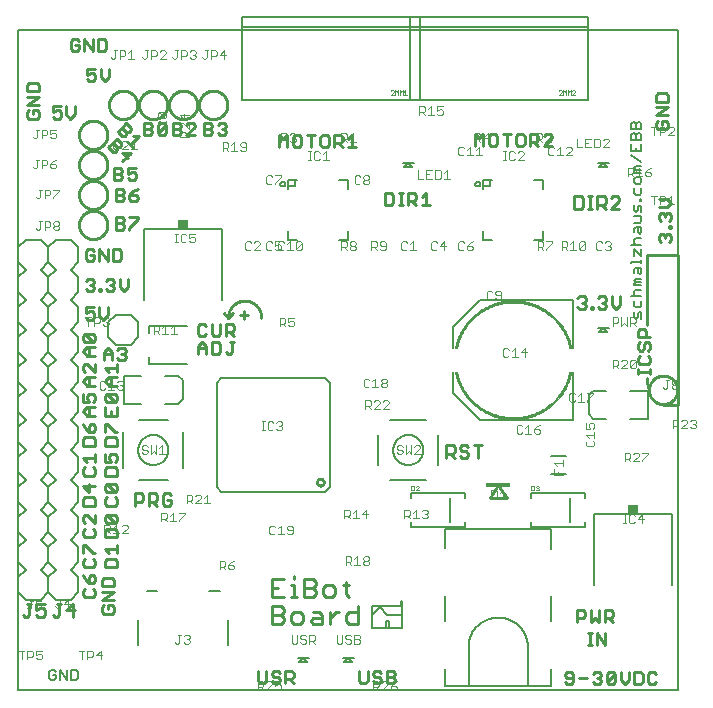
<source format=gbr>
G04 EAGLE Gerber RS-274X export*
G75*
%MOMM*%
%FSLAX34Y34*%
%LPD*%
%INSilkscreen Top*%
%IPPOS*%
%AMOC8*
5,1,8,0,0,1.08239X$1,22.5*%
G01*
%ADD10C,0.203200*%
%ADD11C,0.254000*%
%ADD12C,0.228600*%
%ADD13C,0.279400*%
%ADD14C,0.152400*%
%ADD15C,0.177800*%
%ADD16C,0.076200*%
%ADD17C,0.020319*%
%ADD18R,0.863600X0.762000*%
%ADD19R,2.100000X0.300000*%
%ADD20C,0.025400*%


D10*
X0Y558800D02*
X0Y0D01*
X558800Y0D01*
X558800Y558800D01*
X0Y558800D01*
D11*
X532130Y368300D02*
X558800Y368300D01*
X532130Y264160D02*
X532130Y261620D01*
X532130Y308610D02*
X532130Y368300D01*
X532130Y261620D02*
X533400Y255270D01*
X546100Y241300D02*
X558800Y241300D01*
X558800Y368300D01*
X205740Y314960D02*
X205751Y315302D01*
X205754Y315645D01*
X205749Y315987D01*
X205735Y316329D01*
X205713Y316671D01*
X205682Y317012D01*
X205643Y317352D01*
X205596Y317691D01*
X205540Y318029D01*
X205477Y318366D01*
X205405Y318701D01*
X205325Y319033D01*
X205236Y319364D01*
X205140Y319693D01*
X205036Y320019D01*
X204923Y320343D01*
X204803Y320663D01*
X204675Y320981D01*
X204539Y321295D01*
X204396Y321606D01*
X204245Y321914D01*
X204087Y322217D01*
X203921Y322517D01*
X203748Y322812D01*
X203567Y323103D01*
X203380Y323390D01*
X203186Y323672D01*
X202984Y323949D01*
X202777Y324221D01*
X202562Y324488D01*
X202341Y324750D01*
X202114Y325006D01*
X201880Y325256D01*
X201641Y325501D01*
X201395Y325739D01*
X201144Y325972D01*
X200887Y326199D01*
X200625Y326419D01*
X200357Y326632D01*
X200084Y326839D01*
X199806Y327039D01*
X199524Y327233D01*
X199236Y327419D01*
X198945Y327598D01*
X198648Y327770D01*
X198348Y327935D01*
X198044Y328092D01*
X197736Y328242D01*
X197425Y328385D01*
X197110Y328519D01*
X196792Y328646D01*
X196471Y328765D01*
X196147Y328876D01*
X195820Y328980D01*
X195491Y329075D01*
X195160Y329162D01*
X194827Y329241D01*
X194492Y329312D01*
X194155Y329374D01*
X193817Y329428D01*
X193478Y329474D01*
X193138Y329512D01*
X192796Y329541D01*
X192455Y329562D01*
X192112Y329575D01*
X191770Y329579D01*
X191428Y329575D01*
X191085Y329562D01*
X190744Y329541D01*
X190402Y329512D01*
X190062Y329474D01*
X189723Y329428D01*
X189385Y329374D01*
X189048Y329312D01*
X188713Y329241D01*
X188380Y329162D01*
X188049Y329075D01*
X187720Y328980D01*
X187393Y328876D01*
X187069Y328765D01*
X186748Y328646D01*
X186430Y328519D01*
X186115Y328385D01*
X185804Y328242D01*
X185496Y328092D01*
X185192Y327935D01*
X184892Y327770D01*
X184595Y327598D01*
X184304Y327419D01*
X184016Y327233D01*
X183734Y327039D01*
X183456Y326839D01*
X183183Y326632D01*
X182915Y326419D01*
X182653Y326199D01*
X182396Y325972D01*
X182145Y325739D01*
X181899Y325501D01*
X181660Y325256D01*
X181426Y325006D01*
X181199Y324750D01*
X180978Y324488D01*
X180763Y324221D01*
X180556Y323949D01*
X180354Y323672D01*
X180160Y323390D01*
X179973Y323103D01*
X179792Y322812D01*
X179619Y322517D01*
X179453Y322217D01*
X179295Y321914D01*
X179144Y321606D01*
X179001Y321295D01*
X178865Y320981D01*
X178737Y320663D01*
X178617Y320343D01*
X178504Y320019D01*
X178400Y319693D01*
X178304Y319364D01*
X178215Y319033D01*
X178135Y318701D01*
X178063Y318366D01*
X178000Y318029D01*
X177944Y317691D01*
X177897Y317352D01*
X177858Y317012D01*
X177827Y316671D01*
X177805Y316329D01*
X177791Y315987D01*
X177786Y315645D01*
X177789Y315302D01*
X177800Y314960D01*
X173990Y318770D01*
X177800Y314960D02*
X181610Y318770D01*
X534052Y254000D02*
X534056Y254296D01*
X534067Y254591D01*
X534085Y254886D01*
X534110Y255181D01*
X534143Y255475D01*
X534182Y255768D01*
X534229Y256060D01*
X534283Y256350D01*
X534345Y256640D01*
X534413Y256927D01*
X534488Y257213D01*
X534571Y257497D01*
X534660Y257779D01*
X534756Y258059D01*
X534859Y258336D01*
X534969Y258611D01*
X535086Y258882D01*
X535209Y259151D01*
X535338Y259417D01*
X535475Y259679D01*
X535617Y259938D01*
X535766Y260194D01*
X535921Y260446D01*
X536082Y260694D01*
X536250Y260937D01*
X536423Y261177D01*
X536602Y261412D01*
X536787Y261643D01*
X536977Y261869D01*
X537173Y262091D01*
X537374Y262308D01*
X537581Y262519D01*
X537792Y262726D01*
X538009Y262927D01*
X538231Y263123D01*
X538457Y263313D01*
X538688Y263498D01*
X538923Y263677D01*
X539163Y263850D01*
X539406Y264018D01*
X539654Y264179D01*
X539906Y264334D01*
X540162Y264483D01*
X540421Y264625D01*
X540683Y264762D01*
X540949Y264891D01*
X541218Y265014D01*
X541489Y265131D01*
X541764Y265241D01*
X542041Y265344D01*
X542321Y265440D01*
X542603Y265529D01*
X542887Y265612D01*
X543173Y265687D01*
X543460Y265755D01*
X543750Y265817D01*
X544040Y265871D01*
X544332Y265918D01*
X544625Y265957D01*
X544919Y265990D01*
X545214Y266015D01*
X545509Y266033D01*
X545804Y266044D01*
X546100Y266048D01*
X546396Y266044D01*
X546691Y266033D01*
X546986Y266015D01*
X547281Y265990D01*
X547575Y265957D01*
X547868Y265918D01*
X548160Y265871D01*
X548450Y265817D01*
X548740Y265755D01*
X549027Y265687D01*
X549313Y265612D01*
X549597Y265529D01*
X549879Y265440D01*
X550159Y265344D01*
X550436Y265241D01*
X550711Y265131D01*
X550982Y265014D01*
X551251Y264891D01*
X551517Y264762D01*
X551779Y264625D01*
X552038Y264483D01*
X552294Y264334D01*
X552546Y264179D01*
X552794Y264018D01*
X553037Y263850D01*
X553277Y263677D01*
X553512Y263498D01*
X553743Y263313D01*
X553969Y263123D01*
X554191Y262927D01*
X554408Y262726D01*
X554619Y262519D01*
X554826Y262308D01*
X555027Y262091D01*
X555223Y261869D01*
X555413Y261643D01*
X555598Y261412D01*
X555777Y261177D01*
X555950Y260937D01*
X556118Y260694D01*
X556279Y260446D01*
X556434Y260194D01*
X556583Y259938D01*
X556725Y259679D01*
X556862Y259417D01*
X556991Y259151D01*
X557114Y258882D01*
X557231Y258611D01*
X557341Y258336D01*
X557444Y258059D01*
X557540Y257779D01*
X557629Y257497D01*
X557712Y257213D01*
X557787Y256927D01*
X557855Y256640D01*
X557917Y256350D01*
X557971Y256060D01*
X558018Y255768D01*
X558057Y255475D01*
X558090Y255181D01*
X558115Y254886D01*
X558133Y254591D01*
X558144Y254296D01*
X558148Y254000D01*
X558144Y253704D01*
X558133Y253409D01*
X558115Y253114D01*
X558090Y252819D01*
X558057Y252525D01*
X558018Y252232D01*
X557971Y251940D01*
X557917Y251650D01*
X557855Y251360D01*
X557787Y251073D01*
X557712Y250787D01*
X557629Y250503D01*
X557540Y250221D01*
X557444Y249941D01*
X557341Y249664D01*
X557231Y249389D01*
X557114Y249118D01*
X556991Y248849D01*
X556862Y248583D01*
X556725Y248321D01*
X556583Y248062D01*
X556434Y247806D01*
X556279Y247554D01*
X556118Y247306D01*
X555950Y247063D01*
X555777Y246823D01*
X555598Y246588D01*
X555413Y246357D01*
X555223Y246131D01*
X555027Y245909D01*
X554826Y245692D01*
X554619Y245481D01*
X554408Y245274D01*
X554191Y245073D01*
X553969Y244877D01*
X553743Y244687D01*
X553512Y244502D01*
X553277Y244323D01*
X553037Y244150D01*
X552794Y243982D01*
X552546Y243821D01*
X552294Y243666D01*
X552038Y243517D01*
X551779Y243375D01*
X551517Y243238D01*
X551251Y243109D01*
X550982Y242986D01*
X550711Y242869D01*
X550436Y242759D01*
X550159Y242656D01*
X549879Y242560D01*
X549597Y242471D01*
X549313Y242388D01*
X549027Y242313D01*
X548740Y242245D01*
X548450Y242183D01*
X548160Y242129D01*
X547868Y242082D01*
X547575Y242043D01*
X547281Y242010D01*
X546986Y241985D01*
X546691Y241967D01*
X546396Y241956D01*
X546100Y241952D01*
X545804Y241956D01*
X545509Y241967D01*
X545214Y241985D01*
X544919Y242010D01*
X544625Y242043D01*
X544332Y242082D01*
X544040Y242129D01*
X543750Y242183D01*
X543460Y242245D01*
X543173Y242313D01*
X542887Y242388D01*
X542603Y242471D01*
X542321Y242560D01*
X542041Y242656D01*
X541764Y242759D01*
X541489Y242869D01*
X541218Y242986D01*
X540949Y243109D01*
X540683Y243238D01*
X540421Y243375D01*
X540162Y243517D01*
X539906Y243666D01*
X539654Y243821D01*
X539406Y243982D01*
X539163Y244150D01*
X538923Y244323D01*
X538688Y244502D01*
X538457Y244687D01*
X538231Y244877D01*
X538009Y245073D01*
X537792Y245274D01*
X537581Y245481D01*
X537374Y245692D01*
X537173Y245909D01*
X536977Y246131D01*
X536787Y246357D01*
X536602Y246588D01*
X536423Y246823D01*
X536250Y247063D01*
X536082Y247306D01*
X535921Y247554D01*
X535766Y247806D01*
X535617Y248062D01*
X535475Y248321D01*
X535338Y248583D01*
X535209Y248849D01*
X535086Y249118D01*
X534969Y249389D01*
X534859Y249664D01*
X534756Y249941D01*
X534660Y250221D01*
X534571Y250503D01*
X534488Y250787D01*
X534413Y251073D01*
X534345Y251360D01*
X534283Y251650D01*
X534229Y251940D01*
X534182Y252232D01*
X534143Y252525D01*
X534110Y252819D01*
X534085Y253114D01*
X534067Y253409D01*
X534056Y253704D01*
X534052Y254000D01*
X153119Y495300D02*
X153123Y495594D01*
X153133Y495888D01*
X153151Y496181D01*
X153177Y496474D01*
X153209Y496767D01*
X153249Y497058D01*
X153295Y497348D01*
X153349Y497637D01*
X153410Y497925D01*
X153478Y498211D01*
X153553Y498495D01*
X153635Y498778D01*
X153724Y499058D01*
X153819Y499336D01*
X153922Y499612D01*
X154031Y499885D01*
X154147Y500155D01*
X154269Y500423D01*
X154398Y500687D01*
X154534Y500948D01*
X154675Y501205D01*
X154824Y501459D01*
X154978Y501710D01*
X155138Y501956D01*
X155305Y502199D01*
X155477Y502437D01*
X155655Y502671D01*
X155839Y502901D01*
X156028Y503126D01*
X156223Y503346D01*
X156423Y503561D01*
X156628Y503772D01*
X156839Y503977D01*
X157054Y504177D01*
X157274Y504372D01*
X157499Y504561D01*
X157729Y504745D01*
X157963Y504923D01*
X158201Y505095D01*
X158444Y505262D01*
X158690Y505422D01*
X158941Y505576D01*
X159195Y505725D01*
X159452Y505866D01*
X159713Y506002D01*
X159977Y506131D01*
X160245Y506253D01*
X160515Y506369D01*
X160788Y506478D01*
X161064Y506581D01*
X161342Y506676D01*
X161622Y506765D01*
X161905Y506847D01*
X162189Y506922D01*
X162475Y506990D01*
X162763Y507051D01*
X163052Y507105D01*
X163342Y507151D01*
X163633Y507191D01*
X163926Y507223D01*
X164219Y507249D01*
X164512Y507267D01*
X164806Y507277D01*
X165100Y507281D01*
X165394Y507277D01*
X165688Y507267D01*
X165981Y507249D01*
X166274Y507223D01*
X166567Y507191D01*
X166858Y507151D01*
X167148Y507105D01*
X167437Y507051D01*
X167725Y506990D01*
X168011Y506922D01*
X168295Y506847D01*
X168578Y506765D01*
X168858Y506676D01*
X169136Y506581D01*
X169412Y506478D01*
X169685Y506369D01*
X169955Y506253D01*
X170223Y506131D01*
X170487Y506002D01*
X170748Y505866D01*
X171005Y505725D01*
X171259Y505576D01*
X171510Y505422D01*
X171756Y505262D01*
X171999Y505095D01*
X172237Y504923D01*
X172471Y504745D01*
X172701Y504561D01*
X172926Y504372D01*
X173146Y504177D01*
X173361Y503977D01*
X173572Y503772D01*
X173777Y503561D01*
X173977Y503346D01*
X174172Y503126D01*
X174361Y502901D01*
X174545Y502671D01*
X174723Y502437D01*
X174895Y502199D01*
X175062Y501956D01*
X175222Y501710D01*
X175376Y501459D01*
X175525Y501205D01*
X175666Y500948D01*
X175802Y500687D01*
X175931Y500423D01*
X176053Y500155D01*
X176169Y499885D01*
X176278Y499612D01*
X176381Y499336D01*
X176476Y499058D01*
X176565Y498778D01*
X176647Y498495D01*
X176722Y498211D01*
X176790Y497925D01*
X176851Y497637D01*
X176905Y497348D01*
X176951Y497058D01*
X176991Y496767D01*
X177023Y496474D01*
X177049Y496181D01*
X177067Y495888D01*
X177077Y495594D01*
X177081Y495300D01*
X177077Y495006D01*
X177067Y494712D01*
X177049Y494419D01*
X177023Y494126D01*
X176991Y493833D01*
X176951Y493542D01*
X176905Y493252D01*
X176851Y492963D01*
X176790Y492675D01*
X176722Y492389D01*
X176647Y492105D01*
X176565Y491822D01*
X176476Y491542D01*
X176381Y491264D01*
X176278Y490988D01*
X176169Y490715D01*
X176053Y490445D01*
X175931Y490177D01*
X175802Y489913D01*
X175666Y489652D01*
X175525Y489395D01*
X175376Y489141D01*
X175222Y488890D01*
X175062Y488644D01*
X174895Y488401D01*
X174723Y488163D01*
X174545Y487929D01*
X174361Y487699D01*
X174172Y487474D01*
X173977Y487254D01*
X173777Y487039D01*
X173572Y486828D01*
X173361Y486623D01*
X173146Y486423D01*
X172926Y486228D01*
X172701Y486039D01*
X172471Y485855D01*
X172237Y485677D01*
X171999Y485505D01*
X171756Y485338D01*
X171510Y485178D01*
X171259Y485024D01*
X171005Y484875D01*
X170748Y484734D01*
X170487Y484598D01*
X170223Y484469D01*
X169955Y484347D01*
X169685Y484231D01*
X169412Y484122D01*
X169136Y484019D01*
X168858Y483924D01*
X168578Y483835D01*
X168295Y483753D01*
X168011Y483678D01*
X167725Y483610D01*
X167437Y483549D01*
X167148Y483495D01*
X166858Y483449D01*
X166567Y483409D01*
X166274Y483377D01*
X165981Y483351D01*
X165688Y483333D01*
X165394Y483323D01*
X165100Y483319D01*
X164806Y483323D01*
X164512Y483333D01*
X164219Y483351D01*
X163926Y483377D01*
X163633Y483409D01*
X163342Y483449D01*
X163052Y483495D01*
X162763Y483549D01*
X162475Y483610D01*
X162189Y483678D01*
X161905Y483753D01*
X161622Y483835D01*
X161342Y483924D01*
X161064Y484019D01*
X160788Y484122D01*
X160515Y484231D01*
X160245Y484347D01*
X159977Y484469D01*
X159713Y484598D01*
X159452Y484734D01*
X159195Y484875D01*
X158941Y485024D01*
X158690Y485178D01*
X158444Y485338D01*
X158201Y485505D01*
X157963Y485677D01*
X157729Y485855D01*
X157499Y486039D01*
X157274Y486228D01*
X157054Y486423D01*
X156839Y486623D01*
X156628Y486828D01*
X156423Y487039D01*
X156223Y487254D01*
X156028Y487474D01*
X155839Y487699D01*
X155655Y487929D01*
X155477Y488163D01*
X155305Y488401D01*
X155138Y488644D01*
X154978Y488890D01*
X154824Y489141D01*
X154675Y489395D01*
X154534Y489652D01*
X154398Y489913D01*
X154269Y490177D01*
X154147Y490445D01*
X154031Y490715D01*
X153922Y490988D01*
X153819Y491264D01*
X153724Y491542D01*
X153635Y491822D01*
X153553Y492105D01*
X153478Y492389D01*
X153410Y492675D01*
X153349Y492963D01*
X153295Y493252D01*
X153249Y493542D01*
X153209Y493833D01*
X153177Y494126D01*
X153151Y494419D01*
X153133Y494712D01*
X153123Y495006D01*
X153119Y495300D01*
X127719Y495300D02*
X127723Y495594D01*
X127733Y495888D01*
X127751Y496181D01*
X127777Y496474D01*
X127809Y496767D01*
X127849Y497058D01*
X127895Y497348D01*
X127949Y497637D01*
X128010Y497925D01*
X128078Y498211D01*
X128153Y498495D01*
X128235Y498778D01*
X128324Y499058D01*
X128419Y499336D01*
X128522Y499612D01*
X128631Y499885D01*
X128747Y500155D01*
X128869Y500423D01*
X128998Y500687D01*
X129134Y500948D01*
X129275Y501205D01*
X129424Y501459D01*
X129578Y501710D01*
X129738Y501956D01*
X129905Y502199D01*
X130077Y502437D01*
X130255Y502671D01*
X130439Y502901D01*
X130628Y503126D01*
X130823Y503346D01*
X131023Y503561D01*
X131228Y503772D01*
X131439Y503977D01*
X131654Y504177D01*
X131874Y504372D01*
X132099Y504561D01*
X132329Y504745D01*
X132563Y504923D01*
X132801Y505095D01*
X133044Y505262D01*
X133290Y505422D01*
X133541Y505576D01*
X133795Y505725D01*
X134052Y505866D01*
X134313Y506002D01*
X134577Y506131D01*
X134845Y506253D01*
X135115Y506369D01*
X135388Y506478D01*
X135664Y506581D01*
X135942Y506676D01*
X136222Y506765D01*
X136505Y506847D01*
X136789Y506922D01*
X137075Y506990D01*
X137363Y507051D01*
X137652Y507105D01*
X137942Y507151D01*
X138233Y507191D01*
X138526Y507223D01*
X138819Y507249D01*
X139112Y507267D01*
X139406Y507277D01*
X139700Y507281D01*
X139994Y507277D01*
X140288Y507267D01*
X140581Y507249D01*
X140874Y507223D01*
X141167Y507191D01*
X141458Y507151D01*
X141748Y507105D01*
X142037Y507051D01*
X142325Y506990D01*
X142611Y506922D01*
X142895Y506847D01*
X143178Y506765D01*
X143458Y506676D01*
X143736Y506581D01*
X144012Y506478D01*
X144285Y506369D01*
X144555Y506253D01*
X144823Y506131D01*
X145087Y506002D01*
X145348Y505866D01*
X145605Y505725D01*
X145859Y505576D01*
X146110Y505422D01*
X146356Y505262D01*
X146599Y505095D01*
X146837Y504923D01*
X147071Y504745D01*
X147301Y504561D01*
X147526Y504372D01*
X147746Y504177D01*
X147961Y503977D01*
X148172Y503772D01*
X148377Y503561D01*
X148577Y503346D01*
X148772Y503126D01*
X148961Y502901D01*
X149145Y502671D01*
X149323Y502437D01*
X149495Y502199D01*
X149662Y501956D01*
X149822Y501710D01*
X149976Y501459D01*
X150125Y501205D01*
X150266Y500948D01*
X150402Y500687D01*
X150531Y500423D01*
X150653Y500155D01*
X150769Y499885D01*
X150878Y499612D01*
X150981Y499336D01*
X151076Y499058D01*
X151165Y498778D01*
X151247Y498495D01*
X151322Y498211D01*
X151390Y497925D01*
X151451Y497637D01*
X151505Y497348D01*
X151551Y497058D01*
X151591Y496767D01*
X151623Y496474D01*
X151649Y496181D01*
X151667Y495888D01*
X151677Y495594D01*
X151681Y495300D01*
X151677Y495006D01*
X151667Y494712D01*
X151649Y494419D01*
X151623Y494126D01*
X151591Y493833D01*
X151551Y493542D01*
X151505Y493252D01*
X151451Y492963D01*
X151390Y492675D01*
X151322Y492389D01*
X151247Y492105D01*
X151165Y491822D01*
X151076Y491542D01*
X150981Y491264D01*
X150878Y490988D01*
X150769Y490715D01*
X150653Y490445D01*
X150531Y490177D01*
X150402Y489913D01*
X150266Y489652D01*
X150125Y489395D01*
X149976Y489141D01*
X149822Y488890D01*
X149662Y488644D01*
X149495Y488401D01*
X149323Y488163D01*
X149145Y487929D01*
X148961Y487699D01*
X148772Y487474D01*
X148577Y487254D01*
X148377Y487039D01*
X148172Y486828D01*
X147961Y486623D01*
X147746Y486423D01*
X147526Y486228D01*
X147301Y486039D01*
X147071Y485855D01*
X146837Y485677D01*
X146599Y485505D01*
X146356Y485338D01*
X146110Y485178D01*
X145859Y485024D01*
X145605Y484875D01*
X145348Y484734D01*
X145087Y484598D01*
X144823Y484469D01*
X144555Y484347D01*
X144285Y484231D01*
X144012Y484122D01*
X143736Y484019D01*
X143458Y483924D01*
X143178Y483835D01*
X142895Y483753D01*
X142611Y483678D01*
X142325Y483610D01*
X142037Y483549D01*
X141748Y483495D01*
X141458Y483449D01*
X141167Y483409D01*
X140874Y483377D01*
X140581Y483351D01*
X140288Y483333D01*
X139994Y483323D01*
X139700Y483319D01*
X139406Y483323D01*
X139112Y483333D01*
X138819Y483351D01*
X138526Y483377D01*
X138233Y483409D01*
X137942Y483449D01*
X137652Y483495D01*
X137363Y483549D01*
X137075Y483610D01*
X136789Y483678D01*
X136505Y483753D01*
X136222Y483835D01*
X135942Y483924D01*
X135664Y484019D01*
X135388Y484122D01*
X135115Y484231D01*
X134845Y484347D01*
X134577Y484469D01*
X134313Y484598D01*
X134052Y484734D01*
X133795Y484875D01*
X133541Y485024D01*
X133290Y485178D01*
X133044Y485338D01*
X132801Y485505D01*
X132563Y485677D01*
X132329Y485855D01*
X132099Y486039D01*
X131874Y486228D01*
X131654Y486423D01*
X131439Y486623D01*
X131228Y486828D01*
X131023Y487039D01*
X130823Y487254D01*
X130628Y487474D01*
X130439Y487699D01*
X130255Y487929D01*
X130077Y488163D01*
X129905Y488401D01*
X129738Y488644D01*
X129578Y488890D01*
X129424Y489141D01*
X129275Y489395D01*
X129134Y489652D01*
X128998Y489913D01*
X128869Y490177D01*
X128747Y490445D01*
X128631Y490715D01*
X128522Y490988D01*
X128419Y491264D01*
X128324Y491542D01*
X128235Y491822D01*
X128153Y492105D01*
X128078Y492389D01*
X128010Y492675D01*
X127949Y492963D01*
X127895Y493252D01*
X127849Y493542D01*
X127809Y493833D01*
X127777Y494126D01*
X127751Y494419D01*
X127733Y494712D01*
X127723Y495006D01*
X127719Y495300D01*
X102319Y495300D02*
X102323Y495594D01*
X102333Y495888D01*
X102351Y496181D01*
X102377Y496474D01*
X102409Y496767D01*
X102449Y497058D01*
X102495Y497348D01*
X102549Y497637D01*
X102610Y497925D01*
X102678Y498211D01*
X102753Y498495D01*
X102835Y498778D01*
X102924Y499058D01*
X103019Y499336D01*
X103122Y499612D01*
X103231Y499885D01*
X103347Y500155D01*
X103469Y500423D01*
X103598Y500687D01*
X103734Y500948D01*
X103875Y501205D01*
X104024Y501459D01*
X104178Y501710D01*
X104338Y501956D01*
X104505Y502199D01*
X104677Y502437D01*
X104855Y502671D01*
X105039Y502901D01*
X105228Y503126D01*
X105423Y503346D01*
X105623Y503561D01*
X105828Y503772D01*
X106039Y503977D01*
X106254Y504177D01*
X106474Y504372D01*
X106699Y504561D01*
X106929Y504745D01*
X107163Y504923D01*
X107401Y505095D01*
X107644Y505262D01*
X107890Y505422D01*
X108141Y505576D01*
X108395Y505725D01*
X108652Y505866D01*
X108913Y506002D01*
X109177Y506131D01*
X109445Y506253D01*
X109715Y506369D01*
X109988Y506478D01*
X110264Y506581D01*
X110542Y506676D01*
X110822Y506765D01*
X111105Y506847D01*
X111389Y506922D01*
X111675Y506990D01*
X111963Y507051D01*
X112252Y507105D01*
X112542Y507151D01*
X112833Y507191D01*
X113126Y507223D01*
X113419Y507249D01*
X113712Y507267D01*
X114006Y507277D01*
X114300Y507281D01*
X114594Y507277D01*
X114888Y507267D01*
X115181Y507249D01*
X115474Y507223D01*
X115767Y507191D01*
X116058Y507151D01*
X116348Y507105D01*
X116637Y507051D01*
X116925Y506990D01*
X117211Y506922D01*
X117495Y506847D01*
X117778Y506765D01*
X118058Y506676D01*
X118336Y506581D01*
X118612Y506478D01*
X118885Y506369D01*
X119155Y506253D01*
X119423Y506131D01*
X119687Y506002D01*
X119948Y505866D01*
X120205Y505725D01*
X120459Y505576D01*
X120710Y505422D01*
X120956Y505262D01*
X121199Y505095D01*
X121437Y504923D01*
X121671Y504745D01*
X121901Y504561D01*
X122126Y504372D01*
X122346Y504177D01*
X122561Y503977D01*
X122772Y503772D01*
X122977Y503561D01*
X123177Y503346D01*
X123372Y503126D01*
X123561Y502901D01*
X123745Y502671D01*
X123923Y502437D01*
X124095Y502199D01*
X124262Y501956D01*
X124422Y501710D01*
X124576Y501459D01*
X124725Y501205D01*
X124866Y500948D01*
X125002Y500687D01*
X125131Y500423D01*
X125253Y500155D01*
X125369Y499885D01*
X125478Y499612D01*
X125581Y499336D01*
X125676Y499058D01*
X125765Y498778D01*
X125847Y498495D01*
X125922Y498211D01*
X125990Y497925D01*
X126051Y497637D01*
X126105Y497348D01*
X126151Y497058D01*
X126191Y496767D01*
X126223Y496474D01*
X126249Y496181D01*
X126267Y495888D01*
X126277Y495594D01*
X126281Y495300D01*
X126277Y495006D01*
X126267Y494712D01*
X126249Y494419D01*
X126223Y494126D01*
X126191Y493833D01*
X126151Y493542D01*
X126105Y493252D01*
X126051Y492963D01*
X125990Y492675D01*
X125922Y492389D01*
X125847Y492105D01*
X125765Y491822D01*
X125676Y491542D01*
X125581Y491264D01*
X125478Y490988D01*
X125369Y490715D01*
X125253Y490445D01*
X125131Y490177D01*
X125002Y489913D01*
X124866Y489652D01*
X124725Y489395D01*
X124576Y489141D01*
X124422Y488890D01*
X124262Y488644D01*
X124095Y488401D01*
X123923Y488163D01*
X123745Y487929D01*
X123561Y487699D01*
X123372Y487474D01*
X123177Y487254D01*
X122977Y487039D01*
X122772Y486828D01*
X122561Y486623D01*
X122346Y486423D01*
X122126Y486228D01*
X121901Y486039D01*
X121671Y485855D01*
X121437Y485677D01*
X121199Y485505D01*
X120956Y485338D01*
X120710Y485178D01*
X120459Y485024D01*
X120205Y484875D01*
X119948Y484734D01*
X119687Y484598D01*
X119423Y484469D01*
X119155Y484347D01*
X118885Y484231D01*
X118612Y484122D01*
X118336Y484019D01*
X118058Y483924D01*
X117778Y483835D01*
X117495Y483753D01*
X117211Y483678D01*
X116925Y483610D01*
X116637Y483549D01*
X116348Y483495D01*
X116058Y483449D01*
X115767Y483409D01*
X115474Y483377D01*
X115181Y483351D01*
X114888Y483333D01*
X114594Y483323D01*
X114300Y483319D01*
X114006Y483323D01*
X113712Y483333D01*
X113419Y483351D01*
X113126Y483377D01*
X112833Y483409D01*
X112542Y483449D01*
X112252Y483495D01*
X111963Y483549D01*
X111675Y483610D01*
X111389Y483678D01*
X111105Y483753D01*
X110822Y483835D01*
X110542Y483924D01*
X110264Y484019D01*
X109988Y484122D01*
X109715Y484231D01*
X109445Y484347D01*
X109177Y484469D01*
X108913Y484598D01*
X108652Y484734D01*
X108395Y484875D01*
X108141Y485024D01*
X107890Y485178D01*
X107644Y485338D01*
X107401Y485505D01*
X107163Y485677D01*
X106929Y485855D01*
X106699Y486039D01*
X106474Y486228D01*
X106254Y486423D01*
X106039Y486623D01*
X105828Y486828D01*
X105623Y487039D01*
X105423Y487254D01*
X105228Y487474D01*
X105039Y487699D01*
X104855Y487929D01*
X104677Y488163D01*
X104505Y488401D01*
X104338Y488644D01*
X104178Y488890D01*
X104024Y489141D01*
X103875Y489395D01*
X103734Y489652D01*
X103598Y489913D01*
X103469Y490177D01*
X103347Y490445D01*
X103231Y490715D01*
X103122Y490988D01*
X103019Y491264D01*
X102924Y491542D01*
X102835Y491822D01*
X102753Y492105D01*
X102678Y492389D01*
X102610Y492675D01*
X102549Y492963D01*
X102495Y493252D01*
X102449Y493542D01*
X102409Y493833D01*
X102377Y494126D01*
X102351Y494419D01*
X102333Y494712D01*
X102323Y495006D01*
X102319Y495300D01*
X76919Y495300D02*
X76923Y495594D01*
X76933Y495888D01*
X76951Y496181D01*
X76977Y496474D01*
X77009Y496767D01*
X77049Y497058D01*
X77095Y497348D01*
X77149Y497637D01*
X77210Y497925D01*
X77278Y498211D01*
X77353Y498495D01*
X77435Y498778D01*
X77524Y499058D01*
X77619Y499336D01*
X77722Y499612D01*
X77831Y499885D01*
X77947Y500155D01*
X78069Y500423D01*
X78198Y500687D01*
X78334Y500948D01*
X78475Y501205D01*
X78624Y501459D01*
X78778Y501710D01*
X78938Y501956D01*
X79105Y502199D01*
X79277Y502437D01*
X79455Y502671D01*
X79639Y502901D01*
X79828Y503126D01*
X80023Y503346D01*
X80223Y503561D01*
X80428Y503772D01*
X80639Y503977D01*
X80854Y504177D01*
X81074Y504372D01*
X81299Y504561D01*
X81529Y504745D01*
X81763Y504923D01*
X82001Y505095D01*
X82244Y505262D01*
X82490Y505422D01*
X82741Y505576D01*
X82995Y505725D01*
X83252Y505866D01*
X83513Y506002D01*
X83777Y506131D01*
X84045Y506253D01*
X84315Y506369D01*
X84588Y506478D01*
X84864Y506581D01*
X85142Y506676D01*
X85422Y506765D01*
X85705Y506847D01*
X85989Y506922D01*
X86275Y506990D01*
X86563Y507051D01*
X86852Y507105D01*
X87142Y507151D01*
X87433Y507191D01*
X87726Y507223D01*
X88019Y507249D01*
X88312Y507267D01*
X88606Y507277D01*
X88900Y507281D01*
X89194Y507277D01*
X89488Y507267D01*
X89781Y507249D01*
X90074Y507223D01*
X90367Y507191D01*
X90658Y507151D01*
X90948Y507105D01*
X91237Y507051D01*
X91525Y506990D01*
X91811Y506922D01*
X92095Y506847D01*
X92378Y506765D01*
X92658Y506676D01*
X92936Y506581D01*
X93212Y506478D01*
X93485Y506369D01*
X93755Y506253D01*
X94023Y506131D01*
X94287Y506002D01*
X94548Y505866D01*
X94805Y505725D01*
X95059Y505576D01*
X95310Y505422D01*
X95556Y505262D01*
X95799Y505095D01*
X96037Y504923D01*
X96271Y504745D01*
X96501Y504561D01*
X96726Y504372D01*
X96946Y504177D01*
X97161Y503977D01*
X97372Y503772D01*
X97577Y503561D01*
X97777Y503346D01*
X97972Y503126D01*
X98161Y502901D01*
X98345Y502671D01*
X98523Y502437D01*
X98695Y502199D01*
X98862Y501956D01*
X99022Y501710D01*
X99176Y501459D01*
X99325Y501205D01*
X99466Y500948D01*
X99602Y500687D01*
X99731Y500423D01*
X99853Y500155D01*
X99969Y499885D01*
X100078Y499612D01*
X100181Y499336D01*
X100276Y499058D01*
X100365Y498778D01*
X100447Y498495D01*
X100522Y498211D01*
X100590Y497925D01*
X100651Y497637D01*
X100705Y497348D01*
X100751Y497058D01*
X100791Y496767D01*
X100823Y496474D01*
X100849Y496181D01*
X100867Y495888D01*
X100877Y495594D01*
X100881Y495300D01*
X100877Y495006D01*
X100867Y494712D01*
X100849Y494419D01*
X100823Y494126D01*
X100791Y493833D01*
X100751Y493542D01*
X100705Y493252D01*
X100651Y492963D01*
X100590Y492675D01*
X100522Y492389D01*
X100447Y492105D01*
X100365Y491822D01*
X100276Y491542D01*
X100181Y491264D01*
X100078Y490988D01*
X99969Y490715D01*
X99853Y490445D01*
X99731Y490177D01*
X99602Y489913D01*
X99466Y489652D01*
X99325Y489395D01*
X99176Y489141D01*
X99022Y488890D01*
X98862Y488644D01*
X98695Y488401D01*
X98523Y488163D01*
X98345Y487929D01*
X98161Y487699D01*
X97972Y487474D01*
X97777Y487254D01*
X97577Y487039D01*
X97372Y486828D01*
X97161Y486623D01*
X96946Y486423D01*
X96726Y486228D01*
X96501Y486039D01*
X96271Y485855D01*
X96037Y485677D01*
X95799Y485505D01*
X95556Y485338D01*
X95310Y485178D01*
X95059Y485024D01*
X94805Y484875D01*
X94548Y484734D01*
X94287Y484598D01*
X94023Y484469D01*
X93755Y484347D01*
X93485Y484231D01*
X93212Y484122D01*
X92936Y484019D01*
X92658Y483924D01*
X92378Y483835D01*
X92095Y483753D01*
X91811Y483678D01*
X91525Y483610D01*
X91237Y483549D01*
X90948Y483495D01*
X90658Y483449D01*
X90367Y483409D01*
X90074Y483377D01*
X89781Y483351D01*
X89488Y483333D01*
X89194Y483323D01*
X88900Y483319D01*
X88606Y483323D01*
X88312Y483333D01*
X88019Y483351D01*
X87726Y483377D01*
X87433Y483409D01*
X87142Y483449D01*
X86852Y483495D01*
X86563Y483549D01*
X86275Y483610D01*
X85989Y483678D01*
X85705Y483753D01*
X85422Y483835D01*
X85142Y483924D01*
X84864Y484019D01*
X84588Y484122D01*
X84315Y484231D01*
X84045Y484347D01*
X83777Y484469D01*
X83513Y484598D01*
X83252Y484734D01*
X82995Y484875D01*
X82741Y485024D01*
X82490Y485178D01*
X82244Y485338D01*
X82001Y485505D01*
X81763Y485677D01*
X81529Y485855D01*
X81299Y486039D01*
X81074Y486228D01*
X80854Y486423D01*
X80639Y486623D01*
X80428Y486828D01*
X80223Y487039D01*
X80023Y487254D01*
X79828Y487474D01*
X79639Y487699D01*
X79455Y487929D01*
X79277Y488163D01*
X79105Y488401D01*
X78938Y488644D01*
X78778Y488890D01*
X78624Y489141D01*
X78475Y489395D01*
X78334Y489652D01*
X78198Y489913D01*
X78069Y490177D01*
X77947Y490445D01*
X77831Y490715D01*
X77722Y490988D01*
X77619Y491264D01*
X77524Y491542D01*
X77435Y491822D01*
X77353Y492105D01*
X77278Y492389D01*
X77210Y492675D01*
X77149Y492963D01*
X77095Y493252D01*
X77049Y493542D01*
X77009Y493833D01*
X76977Y494126D01*
X76951Y494419D01*
X76933Y494712D01*
X76923Y495006D01*
X76919Y495300D01*
X51519Y469900D02*
X51523Y470194D01*
X51533Y470488D01*
X51551Y470781D01*
X51577Y471074D01*
X51609Y471367D01*
X51649Y471658D01*
X51695Y471948D01*
X51749Y472237D01*
X51810Y472525D01*
X51878Y472811D01*
X51953Y473095D01*
X52035Y473378D01*
X52124Y473658D01*
X52219Y473936D01*
X52322Y474212D01*
X52431Y474485D01*
X52547Y474755D01*
X52669Y475023D01*
X52798Y475287D01*
X52934Y475548D01*
X53075Y475805D01*
X53224Y476059D01*
X53378Y476310D01*
X53538Y476556D01*
X53705Y476799D01*
X53877Y477037D01*
X54055Y477271D01*
X54239Y477501D01*
X54428Y477726D01*
X54623Y477946D01*
X54823Y478161D01*
X55028Y478372D01*
X55239Y478577D01*
X55454Y478777D01*
X55674Y478972D01*
X55899Y479161D01*
X56129Y479345D01*
X56363Y479523D01*
X56601Y479695D01*
X56844Y479862D01*
X57090Y480022D01*
X57341Y480176D01*
X57595Y480325D01*
X57852Y480466D01*
X58113Y480602D01*
X58377Y480731D01*
X58645Y480853D01*
X58915Y480969D01*
X59188Y481078D01*
X59464Y481181D01*
X59742Y481276D01*
X60022Y481365D01*
X60305Y481447D01*
X60589Y481522D01*
X60875Y481590D01*
X61163Y481651D01*
X61452Y481705D01*
X61742Y481751D01*
X62033Y481791D01*
X62326Y481823D01*
X62619Y481849D01*
X62912Y481867D01*
X63206Y481877D01*
X63500Y481881D01*
X63794Y481877D01*
X64088Y481867D01*
X64381Y481849D01*
X64674Y481823D01*
X64967Y481791D01*
X65258Y481751D01*
X65548Y481705D01*
X65837Y481651D01*
X66125Y481590D01*
X66411Y481522D01*
X66695Y481447D01*
X66978Y481365D01*
X67258Y481276D01*
X67536Y481181D01*
X67812Y481078D01*
X68085Y480969D01*
X68355Y480853D01*
X68623Y480731D01*
X68887Y480602D01*
X69148Y480466D01*
X69405Y480325D01*
X69659Y480176D01*
X69910Y480022D01*
X70156Y479862D01*
X70399Y479695D01*
X70637Y479523D01*
X70871Y479345D01*
X71101Y479161D01*
X71326Y478972D01*
X71546Y478777D01*
X71761Y478577D01*
X71972Y478372D01*
X72177Y478161D01*
X72377Y477946D01*
X72572Y477726D01*
X72761Y477501D01*
X72945Y477271D01*
X73123Y477037D01*
X73295Y476799D01*
X73462Y476556D01*
X73622Y476310D01*
X73776Y476059D01*
X73925Y475805D01*
X74066Y475548D01*
X74202Y475287D01*
X74331Y475023D01*
X74453Y474755D01*
X74569Y474485D01*
X74678Y474212D01*
X74781Y473936D01*
X74876Y473658D01*
X74965Y473378D01*
X75047Y473095D01*
X75122Y472811D01*
X75190Y472525D01*
X75251Y472237D01*
X75305Y471948D01*
X75351Y471658D01*
X75391Y471367D01*
X75423Y471074D01*
X75449Y470781D01*
X75467Y470488D01*
X75477Y470194D01*
X75481Y469900D01*
X75477Y469606D01*
X75467Y469312D01*
X75449Y469019D01*
X75423Y468726D01*
X75391Y468433D01*
X75351Y468142D01*
X75305Y467852D01*
X75251Y467563D01*
X75190Y467275D01*
X75122Y466989D01*
X75047Y466705D01*
X74965Y466422D01*
X74876Y466142D01*
X74781Y465864D01*
X74678Y465588D01*
X74569Y465315D01*
X74453Y465045D01*
X74331Y464777D01*
X74202Y464513D01*
X74066Y464252D01*
X73925Y463995D01*
X73776Y463741D01*
X73622Y463490D01*
X73462Y463244D01*
X73295Y463001D01*
X73123Y462763D01*
X72945Y462529D01*
X72761Y462299D01*
X72572Y462074D01*
X72377Y461854D01*
X72177Y461639D01*
X71972Y461428D01*
X71761Y461223D01*
X71546Y461023D01*
X71326Y460828D01*
X71101Y460639D01*
X70871Y460455D01*
X70637Y460277D01*
X70399Y460105D01*
X70156Y459938D01*
X69910Y459778D01*
X69659Y459624D01*
X69405Y459475D01*
X69148Y459334D01*
X68887Y459198D01*
X68623Y459069D01*
X68355Y458947D01*
X68085Y458831D01*
X67812Y458722D01*
X67536Y458619D01*
X67258Y458524D01*
X66978Y458435D01*
X66695Y458353D01*
X66411Y458278D01*
X66125Y458210D01*
X65837Y458149D01*
X65548Y458095D01*
X65258Y458049D01*
X64967Y458009D01*
X64674Y457977D01*
X64381Y457951D01*
X64088Y457933D01*
X63794Y457923D01*
X63500Y457919D01*
X63206Y457923D01*
X62912Y457933D01*
X62619Y457951D01*
X62326Y457977D01*
X62033Y458009D01*
X61742Y458049D01*
X61452Y458095D01*
X61163Y458149D01*
X60875Y458210D01*
X60589Y458278D01*
X60305Y458353D01*
X60022Y458435D01*
X59742Y458524D01*
X59464Y458619D01*
X59188Y458722D01*
X58915Y458831D01*
X58645Y458947D01*
X58377Y459069D01*
X58113Y459198D01*
X57852Y459334D01*
X57595Y459475D01*
X57341Y459624D01*
X57090Y459778D01*
X56844Y459938D01*
X56601Y460105D01*
X56363Y460277D01*
X56129Y460455D01*
X55899Y460639D01*
X55674Y460828D01*
X55454Y461023D01*
X55239Y461223D01*
X55028Y461428D01*
X54823Y461639D01*
X54623Y461854D01*
X54428Y462074D01*
X54239Y462299D01*
X54055Y462529D01*
X53877Y462763D01*
X53705Y463001D01*
X53538Y463244D01*
X53378Y463490D01*
X53224Y463741D01*
X53075Y463995D01*
X52934Y464252D01*
X52798Y464513D01*
X52669Y464777D01*
X52547Y465045D01*
X52431Y465315D01*
X52322Y465588D01*
X52219Y465864D01*
X52124Y466142D01*
X52035Y466422D01*
X51953Y466705D01*
X51878Y466989D01*
X51810Y467275D01*
X51749Y467563D01*
X51695Y467852D01*
X51649Y468142D01*
X51609Y468433D01*
X51577Y468726D01*
X51551Y469019D01*
X51533Y469312D01*
X51523Y469606D01*
X51519Y469900D01*
X51523Y470194D01*
X51533Y470488D01*
X51551Y470781D01*
X51577Y471074D01*
X51609Y471367D01*
X51649Y471658D01*
X51695Y471948D01*
X51749Y472237D01*
X51810Y472525D01*
X51878Y472811D01*
X51953Y473095D01*
X52035Y473378D01*
X52124Y473658D01*
X52219Y473936D01*
X52322Y474212D01*
X52431Y474485D01*
X52547Y474755D01*
X52669Y475023D01*
X52798Y475287D01*
X52934Y475548D01*
X53075Y475805D01*
X53224Y476059D01*
X53378Y476310D01*
X53538Y476556D01*
X53705Y476799D01*
X53877Y477037D01*
X54055Y477271D01*
X54239Y477501D01*
X54428Y477726D01*
X54623Y477946D01*
X54823Y478161D01*
X55028Y478372D01*
X55239Y478577D01*
X55454Y478777D01*
X55674Y478972D01*
X55899Y479161D01*
X56129Y479345D01*
X56363Y479523D01*
X56601Y479695D01*
X56844Y479862D01*
X57090Y480022D01*
X57341Y480176D01*
X57595Y480325D01*
X57852Y480466D01*
X58113Y480602D01*
X58377Y480731D01*
X58645Y480853D01*
X58915Y480969D01*
X59188Y481078D01*
X59464Y481181D01*
X59742Y481276D01*
X60022Y481365D01*
X60305Y481447D01*
X60589Y481522D01*
X60875Y481590D01*
X61163Y481651D01*
X61452Y481705D01*
X61742Y481751D01*
X62033Y481791D01*
X62326Y481823D01*
X62619Y481849D01*
X62912Y481867D01*
X63206Y481877D01*
X63500Y481881D01*
X63794Y481877D01*
X64088Y481867D01*
X64381Y481849D01*
X64674Y481823D01*
X64967Y481791D01*
X65258Y481751D01*
X65548Y481705D01*
X65837Y481651D01*
X66125Y481590D01*
X66411Y481522D01*
X66695Y481447D01*
X66978Y481365D01*
X67258Y481276D01*
X67536Y481181D01*
X67812Y481078D01*
X68085Y480969D01*
X68355Y480853D01*
X68623Y480731D01*
X68887Y480602D01*
X69148Y480466D01*
X69405Y480325D01*
X69659Y480176D01*
X69910Y480022D01*
X70156Y479862D01*
X70399Y479695D01*
X70637Y479523D01*
X70871Y479345D01*
X71101Y479161D01*
X71326Y478972D01*
X71546Y478777D01*
X71761Y478577D01*
X71972Y478372D01*
X72177Y478161D01*
X72377Y477946D01*
X72572Y477726D01*
X72761Y477501D01*
X72945Y477271D01*
X73123Y477037D01*
X73295Y476799D01*
X73462Y476556D01*
X73622Y476310D01*
X73776Y476059D01*
X73925Y475805D01*
X74066Y475548D01*
X74202Y475287D01*
X74331Y475023D01*
X74453Y474755D01*
X74569Y474485D01*
X74678Y474212D01*
X74781Y473936D01*
X74876Y473658D01*
X74965Y473378D01*
X75047Y473095D01*
X75122Y472811D01*
X75190Y472525D01*
X75251Y472237D01*
X75305Y471948D01*
X75351Y471658D01*
X75391Y471367D01*
X75423Y471074D01*
X75449Y470781D01*
X75467Y470488D01*
X75477Y470194D01*
X75481Y469900D01*
X75477Y469606D01*
X75467Y469312D01*
X75449Y469019D01*
X75423Y468726D01*
X75391Y468433D01*
X75351Y468142D01*
X75305Y467852D01*
X75251Y467563D01*
X75190Y467275D01*
X75122Y466989D01*
X75047Y466705D01*
X74965Y466422D01*
X74876Y466142D01*
X74781Y465864D01*
X74678Y465588D01*
X74569Y465315D01*
X74453Y465045D01*
X74331Y464777D01*
X74202Y464513D01*
X74066Y464252D01*
X73925Y463995D01*
X73776Y463741D01*
X73622Y463490D01*
X73462Y463244D01*
X73295Y463001D01*
X73123Y462763D01*
X72945Y462529D01*
X72761Y462299D01*
X72572Y462074D01*
X72377Y461854D01*
X72177Y461639D01*
X71972Y461428D01*
X71761Y461223D01*
X71546Y461023D01*
X71326Y460828D01*
X71101Y460639D01*
X70871Y460455D01*
X70637Y460277D01*
X70399Y460105D01*
X70156Y459938D01*
X69910Y459778D01*
X69659Y459624D01*
X69405Y459475D01*
X69148Y459334D01*
X68887Y459198D01*
X68623Y459069D01*
X68355Y458947D01*
X68085Y458831D01*
X67812Y458722D01*
X67536Y458619D01*
X67258Y458524D01*
X66978Y458435D01*
X66695Y458353D01*
X66411Y458278D01*
X66125Y458210D01*
X65837Y458149D01*
X65548Y458095D01*
X65258Y458049D01*
X64967Y458009D01*
X64674Y457977D01*
X64381Y457951D01*
X64088Y457933D01*
X63794Y457923D01*
X63500Y457919D01*
X63206Y457923D01*
X62912Y457933D01*
X62619Y457951D01*
X62326Y457977D01*
X62033Y458009D01*
X61742Y458049D01*
X61452Y458095D01*
X61163Y458149D01*
X60875Y458210D01*
X60589Y458278D01*
X60305Y458353D01*
X60022Y458435D01*
X59742Y458524D01*
X59464Y458619D01*
X59188Y458722D01*
X58915Y458831D01*
X58645Y458947D01*
X58377Y459069D01*
X58113Y459198D01*
X57852Y459334D01*
X57595Y459475D01*
X57341Y459624D01*
X57090Y459778D01*
X56844Y459938D01*
X56601Y460105D01*
X56363Y460277D01*
X56129Y460455D01*
X55899Y460639D01*
X55674Y460828D01*
X55454Y461023D01*
X55239Y461223D01*
X55028Y461428D01*
X54823Y461639D01*
X54623Y461854D01*
X54428Y462074D01*
X54239Y462299D01*
X54055Y462529D01*
X53877Y462763D01*
X53705Y463001D01*
X53538Y463244D01*
X53378Y463490D01*
X53224Y463741D01*
X53075Y463995D01*
X52934Y464252D01*
X52798Y464513D01*
X52669Y464777D01*
X52547Y465045D01*
X52431Y465315D01*
X52322Y465588D01*
X52219Y465864D01*
X52124Y466142D01*
X52035Y466422D01*
X51953Y466705D01*
X51878Y466989D01*
X51810Y467275D01*
X51749Y467563D01*
X51695Y467852D01*
X51649Y468142D01*
X51609Y468433D01*
X51577Y468726D01*
X51551Y469019D01*
X51533Y469312D01*
X51523Y469606D01*
X51519Y469900D01*
X51519Y444500D02*
X51523Y444794D01*
X51533Y445088D01*
X51551Y445381D01*
X51577Y445674D01*
X51609Y445967D01*
X51649Y446258D01*
X51695Y446548D01*
X51749Y446837D01*
X51810Y447125D01*
X51878Y447411D01*
X51953Y447695D01*
X52035Y447978D01*
X52124Y448258D01*
X52219Y448536D01*
X52322Y448812D01*
X52431Y449085D01*
X52547Y449355D01*
X52669Y449623D01*
X52798Y449887D01*
X52934Y450148D01*
X53075Y450405D01*
X53224Y450659D01*
X53378Y450910D01*
X53538Y451156D01*
X53705Y451399D01*
X53877Y451637D01*
X54055Y451871D01*
X54239Y452101D01*
X54428Y452326D01*
X54623Y452546D01*
X54823Y452761D01*
X55028Y452972D01*
X55239Y453177D01*
X55454Y453377D01*
X55674Y453572D01*
X55899Y453761D01*
X56129Y453945D01*
X56363Y454123D01*
X56601Y454295D01*
X56844Y454462D01*
X57090Y454622D01*
X57341Y454776D01*
X57595Y454925D01*
X57852Y455066D01*
X58113Y455202D01*
X58377Y455331D01*
X58645Y455453D01*
X58915Y455569D01*
X59188Y455678D01*
X59464Y455781D01*
X59742Y455876D01*
X60022Y455965D01*
X60305Y456047D01*
X60589Y456122D01*
X60875Y456190D01*
X61163Y456251D01*
X61452Y456305D01*
X61742Y456351D01*
X62033Y456391D01*
X62326Y456423D01*
X62619Y456449D01*
X62912Y456467D01*
X63206Y456477D01*
X63500Y456481D01*
X63794Y456477D01*
X64088Y456467D01*
X64381Y456449D01*
X64674Y456423D01*
X64967Y456391D01*
X65258Y456351D01*
X65548Y456305D01*
X65837Y456251D01*
X66125Y456190D01*
X66411Y456122D01*
X66695Y456047D01*
X66978Y455965D01*
X67258Y455876D01*
X67536Y455781D01*
X67812Y455678D01*
X68085Y455569D01*
X68355Y455453D01*
X68623Y455331D01*
X68887Y455202D01*
X69148Y455066D01*
X69405Y454925D01*
X69659Y454776D01*
X69910Y454622D01*
X70156Y454462D01*
X70399Y454295D01*
X70637Y454123D01*
X70871Y453945D01*
X71101Y453761D01*
X71326Y453572D01*
X71546Y453377D01*
X71761Y453177D01*
X71972Y452972D01*
X72177Y452761D01*
X72377Y452546D01*
X72572Y452326D01*
X72761Y452101D01*
X72945Y451871D01*
X73123Y451637D01*
X73295Y451399D01*
X73462Y451156D01*
X73622Y450910D01*
X73776Y450659D01*
X73925Y450405D01*
X74066Y450148D01*
X74202Y449887D01*
X74331Y449623D01*
X74453Y449355D01*
X74569Y449085D01*
X74678Y448812D01*
X74781Y448536D01*
X74876Y448258D01*
X74965Y447978D01*
X75047Y447695D01*
X75122Y447411D01*
X75190Y447125D01*
X75251Y446837D01*
X75305Y446548D01*
X75351Y446258D01*
X75391Y445967D01*
X75423Y445674D01*
X75449Y445381D01*
X75467Y445088D01*
X75477Y444794D01*
X75481Y444500D01*
X75477Y444206D01*
X75467Y443912D01*
X75449Y443619D01*
X75423Y443326D01*
X75391Y443033D01*
X75351Y442742D01*
X75305Y442452D01*
X75251Y442163D01*
X75190Y441875D01*
X75122Y441589D01*
X75047Y441305D01*
X74965Y441022D01*
X74876Y440742D01*
X74781Y440464D01*
X74678Y440188D01*
X74569Y439915D01*
X74453Y439645D01*
X74331Y439377D01*
X74202Y439113D01*
X74066Y438852D01*
X73925Y438595D01*
X73776Y438341D01*
X73622Y438090D01*
X73462Y437844D01*
X73295Y437601D01*
X73123Y437363D01*
X72945Y437129D01*
X72761Y436899D01*
X72572Y436674D01*
X72377Y436454D01*
X72177Y436239D01*
X71972Y436028D01*
X71761Y435823D01*
X71546Y435623D01*
X71326Y435428D01*
X71101Y435239D01*
X70871Y435055D01*
X70637Y434877D01*
X70399Y434705D01*
X70156Y434538D01*
X69910Y434378D01*
X69659Y434224D01*
X69405Y434075D01*
X69148Y433934D01*
X68887Y433798D01*
X68623Y433669D01*
X68355Y433547D01*
X68085Y433431D01*
X67812Y433322D01*
X67536Y433219D01*
X67258Y433124D01*
X66978Y433035D01*
X66695Y432953D01*
X66411Y432878D01*
X66125Y432810D01*
X65837Y432749D01*
X65548Y432695D01*
X65258Y432649D01*
X64967Y432609D01*
X64674Y432577D01*
X64381Y432551D01*
X64088Y432533D01*
X63794Y432523D01*
X63500Y432519D01*
X63206Y432523D01*
X62912Y432533D01*
X62619Y432551D01*
X62326Y432577D01*
X62033Y432609D01*
X61742Y432649D01*
X61452Y432695D01*
X61163Y432749D01*
X60875Y432810D01*
X60589Y432878D01*
X60305Y432953D01*
X60022Y433035D01*
X59742Y433124D01*
X59464Y433219D01*
X59188Y433322D01*
X58915Y433431D01*
X58645Y433547D01*
X58377Y433669D01*
X58113Y433798D01*
X57852Y433934D01*
X57595Y434075D01*
X57341Y434224D01*
X57090Y434378D01*
X56844Y434538D01*
X56601Y434705D01*
X56363Y434877D01*
X56129Y435055D01*
X55899Y435239D01*
X55674Y435428D01*
X55454Y435623D01*
X55239Y435823D01*
X55028Y436028D01*
X54823Y436239D01*
X54623Y436454D01*
X54428Y436674D01*
X54239Y436899D01*
X54055Y437129D01*
X53877Y437363D01*
X53705Y437601D01*
X53538Y437844D01*
X53378Y438090D01*
X53224Y438341D01*
X53075Y438595D01*
X52934Y438852D01*
X52798Y439113D01*
X52669Y439377D01*
X52547Y439645D01*
X52431Y439915D01*
X52322Y440188D01*
X52219Y440464D01*
X52124Y440742D01*
X52035Y441022D01*
X51953Y441305D01*
X51878Y441589D01*
X51810Y441875D01*
X51749Y442163D01*
X51695Y442452D01*
X51649Y442742D01*
X51609Y443033D01*
X51577Y443326D01*
X51551Y443619D01*
X51533Y443912D01*
X51523Y444206D01*
X51519Y444500D01*
X51519Y419100D02*
X51523Y419394D01*
X51533Y419688D01*
X51551Y419981D01*
X51577Y420274D01*
X51609Y420567D01*
X51649Y420858D01*
X51695Y421148D01*
X51749Y421437D01*
X51810Y421725D01*
X51878Y422011D01*
X51953Y422295D01*
X52035Y422578D01*
X52124Y422858D01*
X52219Y423136D01*
X52322Y423412D01*
X52431Y423685D01*
X52547Y423955D01*
X52669Y424223D01*
X52798Y424487D01*
X52934Y424748D01*
X53075Y425005D01*
X53224Y425259D01*
X53378Y425510D01*
X53538Y425756D01*
X53705Y425999D01*
X53877Y426237D01*
X54055Y426471D01*
X54239Y426701D01*
X54428Y426926D01*
X54623Y427146D01*
X54823Y427361D01*
X55028Y427572D01*
X55239Y427777D01*
X55454Y427977D01*
X55674Y428172D01*
X55899Y428361D01*
X56129Y428545D01*
X56363Y428723D01*
X56601Y428895D01*
X56844Y429062D01*
X57090Y429222D01*
X57341Y429376D01*
X57595Y429525D01*
X57852Y429666D01*
X58113Y429802D01*
X58377Y429931D01*
X58645Y430053D01*
X58915Y430169D01*
X59188Y430278D01*
X59464Y430381D01*
X59742Y430476D01*
X60022Y430565D01*
X60305Y430647D01*
X60589Y430722D01*
X60875Y430790D01*
X61163Y430851D01*
X61452Y430905D01*
X61742Y430951D01*
X62033Y430991D01*
X62326Y431023D01*
X62619Y431049D01*
X62912Y431067D01*
X63206Y431077D01*
X63500Y431081D01*
X63794Y431077D01*
X64088Y431067D01*
X64381Y431049D01*
X64674Y431023D01*
X64967Y430991D01*
X65258Y430951D01*
X65548Y430905D01*
X65837Y430851D01*
X66125Y430790D01*
X66411Y430722D01*
X66695Y430647D01*
X66978Y430565D01*
X67258Y430476D01*
X67536Y430381D01*
X67812Y430278D01*
X68085Y430169D01*
X68355Y430053D01*
X68623Y429931D01*
X68887Y429802D01*
X69148Y429666D01*
X69405Y429525D01*
X69659Y429376D01*
X69910Y429222D01*
X70156Y429062D01*
X70399Y428895D01*
X70637Y428723D01*
X70871Y428545D01*
X71101Y428361D01*
X71326Y428172D01*
X71546Y427977D01*
X71761Y427777D01*
X71972Y427572D01*
X72177Y427361D01*
X72377Y427146D01*
X72572Y426926D01*
X72761Y426701D01*
X72945Y426471D01*
X73123Y426237D01*
X73295Y425999D01*
X73462Y425756D01*
X73622Y425510D01*
X73776Y425259D01*
X73925Y425005D01*
X74066Y424748D01*
X74202Y424487D01*
X74331Y424223D01*
X74453Y423955D01*
X74569Y423685D01*
X74678Y423412D01*
X74781Y423136D01*
X74876Y422858D01*
X74965Y422578D01*
X75047Y422295D01*
X75122Y422011D01*
X75190Y421725D01*
X75251Y421437D01*
X75305Y421148D01*
X75351Y420858D01*
X75391Y420567D01*
X75423Y420274D01*
X75449Y419981D01*
X75467Y419688D01*
X75477Y419394D01*
X75481Y419100D01*
X75477Y418806D01*
X75467Y418512D01*
X75449Y418219D01*
X75423Y417926D01*
X75391Y417633D01*
X75351Y417342D01*
X75305Y417052D01*
X75251Y416763D01*
X75190Y416475D01*
X75122Y416189D01*
X75047Y415905D01*
X74965Y415622D01*
X74876Y415342D01*
X74781Y415064D01*
X74678Y414788D01*
X74569Y414515D01*
X74453Y414245D01*
X74331Y413977D01*
X74202Y413713D01*
X74066Y413452D01*
X73925Y413195D01*
X73776Y412941D01*
X73622Y412690D01*
X73462Y412444D01*
X73295Y412201D01*
X73123Y411963D01*
X72945Y411729D01*
X72761Y411499D01*
X72572Y411274D01*
X72377Y411054D01*
X72177Y410839D01*
X71972Y410628D01*
X71761Y410423D01*
X71546Y410223D01*
X71326Y410028D01*
X71101Y409839D01*
X70871Y409655D01*
X70637Y409477D01*
X70399Y409305D01*
X70156Y409138D01*
X69910Y408978D01*
X69659Y408824D01*
X69405Y408675D01*
X69148Y408534D01*
X68887Y408398D01*
X68623Y408269D01*
X68355Y408147D01*
X68085Y408031D01*
X67812Y407922D01*
X67536Y407819D01*
X67258Y407724D01*
X66978Y407635D01*
X66695Y407553D01*
X66411Y407478D01*
X66125Y407410D01*
X65837Y407349D01*
X65548Y407295D01*
X65258Y407249D01*
X64967Y407209D01*
X64674Y407177D01*
X64381Y407151D01*
X64088Y407133D01*
X63794Y407123D01*
X63500Y407119D01*
X63206Y407123D01*
X62912Y407133D01*
X62619Y407151D01*
X62326Y407177D01*
X62033Y407209D01*
X61742Y407249D01*
X61452Y407295D01*
X61163Y407349D01*
X60875Y407410D01*
X60589Y407478D01*
X60305Y407553D01*
X60022Y407635D01*
X59742Y407724D01*
X59464Y407819D01*
X59188Y407922D01*
X58915Y408031D01*
X58645Y408147D01*
X58377Y408269D01*
X58113Y408398D01*
X57852Y408534D01*
X57595Y408675D01*
X57341Y408824D01*
X57090Y408978D01*
X56844Y409138D01*
X56601Y409305D01*
X56363Y409477D01*
X56129Y409655D01*
X55899Y409839D01*
X55674Y410028D01*
X55454Y410223D01*
X55239Y410423D01*
X55028Y410628D01*
X54823Y410839D01*
X54623Y411054D01*
X54428Y411274D01*
X54239Y411499D01*
X54055Y411729D01*
X53877Y411963D01*
X53705Y412201D01*
X53538Y412444D01*
X53378Y412690D01*
X53224Y412941D01*
X53075Y413195D01*
X52934Y413452D01*
X52798Y413713D01*
X52669Y413977D01*
X52547Y414245D01*
X52431Y414515D01*
X52322Y414788D01*
X52219Y415064D01*
X52124Y415342D01*
X52035Y415622D01*
X51953Y415905D01*
X51878Y416189D01*
X51810Y416475D01*
X51749Y416763D01*
X51695Y417052D01*
X51649Y417342D01*
X51609Y417633D01*
X51577Y417926D01*
X51551Y418219D01*
X51533Y418512D01*
X51523Y418806D01*
X51519Y419100D01*
X51519Y393700D02*
X51523Y393994D01*
X51533Y394288D01*
X51551Y394581D01*
X51577Y394874D01*
X51609Y395167D01*
X51649Y395458D01*
X51695Y395748D01*
X51749Y396037D01*
X51810Y396325D01*
X51878Y396611D01*
X51953Y396895D01*
X52035Y397178D01*
X52124Y397458D01*
X52219Y397736D01*
X52322Y398012D01*
X52431Y398285D01*
X52547Y398555D01*
X52669Y398823D01*
X52798Y399087D01*
X52934Y399348D01*
X53075Y399605D01*
X53224Y399859D01*
X53378Y400110D01*
X53538Y400356D01*
X53705Y400599D01*
X53877Y400837D01*
X54055Y401071D01*
X54239Y401301D01*
X54428Y401526D01*
X54623Y401746D01*
X54823Y401961D01*
X55028Y402172D01*
X55239Y402377D01*
X55454Y402577D01*
X55674Y402772D01*
X55899Y402961D01*
X56129Y403145D01*
X56363Y403323D01*
X56601Y403495D01*
X56844Y403662D01*
X57090Y403822D01*
X57341Y403976D01*
X57595Y404125D01*
X57852Y404266D01*
X58113Y404402D01*
X58377Y404531D01*
X58645Y404653D01*
X58915Y404769D01*
X59188Y404878D01*
X59464Y404981D01*
X59742Y405076D01*
X60022Y405165D01*
X60305Y405247D01*
X60589Y405322D01*
X60875Y405390D01*
X61163Y405451D01*
X61452Y405505D01*
X61742Y405551D01*
X62033Y405591D01*
X62326Y405623D01*
X62619Y405649D01*
X62912Y405667D01*
X63206Y405677D01*
X63500Y405681D01*
X63794Y405677D01*
X64088Y405667D01*
X64381Y405649D01*
X64674Y405623D01*
X64967Y405591D01*
X65258Y405551D01*
X65548Y405505D01*
X65837Y405451D01*
X66125Y405390D01*
X66411Y405322D01*
X66695Y405247D01*
X66978Y405165D01*
X67258Y405076D01*
X67536Y404981D01*
X67812Y404878D01*
X68085Y404769D01*
X68355Y404653D01*
X68623Y404531D01*
X68887Y404402D01*
X69148Y404266D01*
X69405Y404125D01*
X69659Y403976D01*
X69910Y403822D01*
X70156Y403662D01*
X70399Y403495D01*
X70637Y403323D01*
X70871Y403145D01*
X71101Y402961D01*
X71326Y402772D01*
X71546Y402577D01*
X71761Y402377D01*
X71972Y402172D01*
X72177Y401961D01*
X72377Y401746D01*
X72572Y401526D01*
X72761Y401301D01*
X72945Y401071D01*
X73123Y400837D01*
X73295Y400599D01*
X73462Y400356D01*
X73622Y400110D01*
X73776Y399859D01*
X73925Y399605D01*
X74066Y399348D01*
X74202Y399087D01*
X74331Y398823D01*
X74453Y398555D01*
X74569Y398285D01*
X74678Y398012D01*
X74781Y397736D01*
X74876Y397458D01*
X74965Y397178D01*
X75047Y396895D01*
X75122Y396611D01*
X75190Y396325D01*
X75251Y396037D01*
X75305Y395748D01*
X75351Y395458D01*
X75391Y395167D01*
X75423Y394874D01*
X75449Y394581D01*
X75467Y394288D01*
X75477Y393994D01*
X75481Y393700D01*
X75477Y393406D01*
X75467Y393112D01*
X75449Y392819D01*
X75423Y392526D01*
X75391Y392233D01*
X75351Y391942D01*
X75305Y391652D01*
X75251Y391363D01*
X75190Y391075D01*
X75122Y390789D01*
X75047Y390505D01*
X74965Y390222D01*
X74876Y389942D01*
X74781Y389664D01*
X74678Y389388D01*
X74569Y389115D01*
X74453Y388845D01*
X74331Y388577D01*
X74202Y388313D01*
X74066Y388052D01*
X73925Y387795D01*
X73776Y387541D01*
X73622Y387290D01*
X73462Y387044D01*
X73295Y386801D01*
X73123Y386563D01*
X72945Y386329D01*
X72761Y386099D01*
X72572Y385874D01*
X72377Y385654D01*
X72177Y385439D01*
X71972Y385228D01*
X71761Y385023D01*
X71546Y384823D01*
X71326Y384628D01*
X71101Y384439D01*
X70871Y384255D01*
X70637Y384077D01*
X70399Y383905D01*
X70156Y383738D01*
X69910Y383578D01*
X69659Y383424D01*
X69405Y383275D01*
X69148Y383134D01*
X68887Y382998D01*
X68623Y382869D01*
X68355Y382747D01*
X68085Y382631D01*
X67812Y382522D01*
X67536Y382419D01*
X67258Y382324D01*
X66978Y382235D01*
X66695Y382153D01*
X66411Y382078D01*
X66125Y382010D01*
X65837Y381949D01*
X65548Y381895D01*
X65258Y381849D01*
X64967Y381809D01*
X64674Y381777D01*
X64381Y381751D01*
X64088Y381733D01*
X63794Y381723D01*
X63500Y381719D01*
X63206Y381723D01*
X62912Y381733D01*
X62619Y381751D01*
X62326Y381777D01*
X62033Y381809D01*
X61742Y381849D01*
X61452Y381895D01*
X61163Y381949D01*
X60875Y382010D01*
X60589Y382078D01*
X60305Y382153D01*
X60022Y382235D01*
X59742Y382324D01*
X59464Y382419D01*
X59188Y382522D01*
X58915Y382631D01*
X58645Y382747D01*
X58377Y382869D01*
X58113Y382998D01*
X57852Y383134D01*
X57595Y383275D01*
X57341Y383424D01*
X57090Y383578D01*
X56844Y383738D01*
X56601Y383905D01*
X56363Y384077D01*
X56129Y384255D01*
X55899Y384439D01*
X55674Y384628D01*
X55454Y384823D01*
X55239Y385023D01*
X55028Y385228D01*
X54823Y385439D01*
X54623Y385654D01*
X54428Y385874D01*
X54239Y386099D01*
X54055Y386329D01*
X53877Y386563D01*
X53705Y386801D01*
X53538Y387044D01*
X53378Y387290D01*
X53224Y387541D01*
X53075Y387795D01*
X52934Y388052D01*
X52798Y388313D01*
X52669Y388577D01*
X52547Y388845D01*
X52431Y389115D01*
X52322Y389388D01*
X52219Y389664D01*
X52124Y389942D01*
X52035Y390222D01*
X51953Y390505D01*
X51878Y390789D01*
X51810Y391075D01*
X51749Y391363D01*
X51695Y391652D01*
X51649Y391942D01*
X51609Y392233D01*
X51577Y392526D01*
X51551Y392819D01*
X51533Y393112D01*
X51523Y393406D01*
X51519Y393700D01*
D12*
X99123Y166366D02*
X99123Y155943D01*
X99123Y166366D02*
X104334Y166366D01*
X106072Y164629D01*
X106072Y161154D01*
X104334Y159417D01*
X99123Y159417D01*
X110817Y155943D02*
X110817Y166366D01*
X116028Y166366D01*
X117766Y164629D01*
X117766Y161154D01*
X116028Y159417D01*
X110817Y159417D01*
X114291Y159417D02*
X117766Y155943D01*
X127722Y166366D02*
X129460Y164629D01*
X127722Y166366D02*
X124248Y166366D01*
X122511Y164629D01*
X122511Y157680D01*
X124248Y155943D01*
X127722Y155943D01*
X129460Y157680D01*
X129460Y161154D01*
X125985Y161154D01*
X362501Y196683D02*
X362501Y207106D01*
X367712Y207106D01*
X369450Y205369D01*
X369450Y201894D01*
X367712Y200157D01*
X362501Y200157D01*
X365975Y200157D02*
X369450Y196683D01*
X379406Y207106D02*
X381144Y205369D01*
X379406Y207106D02*
X375932Y207106D01*
X374195Y205369D01*
X374195Y203632D01*
X375932Y201894D01*
X379406Y201894D01*
X381144Y200157D01*
X381144Y198420D01*
X379406Y196683D01*
X375932Y196683D01*
X374195Y198420D01*
X389363Y196683D02*
X389363Y207106D01*
X385889Y207106D02*
X392838Y207106D01*
X288813Y16336D02*
X288813Y7650D01*
X290550Y5913D01*
X294024Y5913D01*
X295762Y7650D01*
X295762Y16336D01*
X305718Y16336D02*
X307456Y14599D01*
X305718Y16336D02*
X302244Y16336D01*
X300507Y14599D01*
X300507Y12862D01*
X302244Y11124D01*
X305718Y11124D01*
X307456Y9387D01*
X307456Y7650D01*
X305718Y5913D01*
X302244Y5913D01*
X300507Y7650D01*
X312201Y5913D02*
X312201Y16336D01*
X317412Y16336D01*
X319150Y14599D01*
X319150Y12862D01*
X317412Y11124D01*
X319150Y9387D01*
X319150Y7650D01*
X317412Y5913D01*
X312201Y5913D01*
X312201Y11124D02*
X317412Y11124D01*
X202783Y7320D02*
X202783Y16006D01*
X202783Y7320D02*
X204520Y5583D01*
X207994Y5583D01*
X209732Y7320D01*
X209732Y16006D01*
X219688Y16006D02*
X221426Y14269D01*
X219688Y16006D02*
X216214Y16006D01*
X214477Y14269D01*
X214477Y12532D01*
X216214Y10794D01*
X219688Y10794D01*
X221426Y9057D01*
X221426Y7320D01*
X219688Y5583D01*
X216214Y5583D01*
X214477Y7320D01*
X226171Y5583D02*
X226171Y16006D01*
X231382Y16006D01*
X233120Y14269D01*
X233120Y10794D01*
X231382Y9057D01*
X226171Y9057D01*
X229645Y9057D02*
X233120Y5583D01*
X159222Y308279D02*
X157484Y310016D01*
X154010Y310016D01*
X152273Y308279D01*
X152273Y301330D01*
X154010Y299593D01*
X157484Y299593D01*
X159222Y301330D01*
X163967Y301330D02*
X163967Y310016D01*
X163967Y301330D02*
X165704Y299593D01*
X169178Y299593D01*
X170916Y301330D01*
X170916Y310016D01*
X175661Y310016D02*
X175661Y299593D01*
X175661Y310016D02*
X180872Y310016D01*
X182610Y308279D01*
X182610Y304804D01*
X180872Y303067D01*
X175661Y303067D01*
X179135Y303067D02*
X182610Y299593D01*
X534797Y271317D02*
X534797Y267843D01*
X534797Y269580D02*
X524374Y269580D01*
X524374Y267843D02*
X524374Y271317D01*
X524374Y280850D02*
X526111Y282588D01*
X524374Y280850D02*
X524374Y277376D01*
X526111Y275639D01*
X533060Y275639D01*
X534797Y277376D01*
X534797Y280850D01*
X533060Y282588D01*
X524374Y292544D02*
X526111Y294282D01*
X524374Y292544D02*
X524374Y289070D01*
X526111Y287333D01*
X527848Y287333D01*
X529586Y289070D01*
X529586Y292544D01*
X531323Y294282D01*
X533060Y294282D01*
X534797Y292544D01*
X534797Y289070D01*
X533060Y287333D01*
X534797Y299027D02*
X524374Y299027D01*
X524374Y304238D01*
X526111Y305976D01*
X529586Y305976D01*
X531323Y304238D01*
X531323Y299027D01*
X310483Y410623D02*
X310483Y421046D01*
X310483Y410623D02*
X315694Y410623D01*
X317432Y412360D01*
X317432Y419309D01*
X315694Y421046D01*
X310483Y421046D01*
X322177Y410623D02*
X325651Y410623D01*
X323914Y410623D02*
X323914Y421046D01*
X322177Y421046D02*
X325651Y421046D01*
X329973Y421046D02*
X329973Y410623D01*
X329973Y421046D02*
X335184Y421046D01*
X336922Y419309D01*
X336922Y415834D01*
X335184Y414097D01*
X329973Y414097D01*
X333447Y414097D02*
X336922Y410623D01*
X341667Y417572D02*
X345141Y421046D01*
X345141Y410623D01*
X341667Y410623D02*
X348616Y410623D01*
X470963Y407383D02*
X470963Y417806D01*
X470963Y407383D02*
X476174Y407383D01*
X477912Y409120D01*
X477912Y416069D01*
X476174Y417806D01*
X470963Y417806D01*
X482657Y407383D02*
X486131Y407383D01*
X484394Y407383D02*
X484394Y417806D01*
X482657Y417806D02*
X486131Y417806D01*
X490453Y417806D02*
X490453Y407383D01*
X490453Y417806D02*
X495664Y417806D01*
X497402Y416069D01*
X497402Y412594D01*
X495664Y410857D01*
X490453Y410857D01*
X493927Y410857D02*
X497402Y407383D01*
X502147Y407383D02*
X509096Y407383D01*
X502147Y407383D02*
X509096Y414332D01*
X509096Y416069D01*
X507358Y417806D01*
X503884Y417806D01*
X502147Y416069D01*
X91537Y479810D02*
X84166Y472440D01*
X91537Y479810D02*
X95222Y476125D01*
X95222Y473668D01*
X93993Y472440D01*
X91537Y472440D01*
X91537Y469983D01*
X90308Y468755D01*
X87851Y468755D01*
X84166Y472440D01*
X87851Y476125D02*
X91537Y472440D01*
X97349Y469084D02*
X102262Y469084D01*
X94892Y461714D01*
X92435Y464171D02*
X97349Y459258D01*
X220853Y459253D02*
X220853Y469676D01*
X224327Y466202D01*
X227802Y469676D01*
X227802Y459253D01*
X234284Y469676D02*
X237758Y469676D01*
X234284Y469676D02*
X232547Y467939D01*
X232547Y460990D01*
X234284Y459253D01*
X237758Y459253D01*
X239496Y460990D01*
X239496Y467939D01*
X237758Y469676D01*
X247715Y469676D02*
X247715Y459253D01*
X244241Y469676D02*
X251190Y469676D01*
X257672Y469676D02*
X261146Y469676D01*
X257672Y469676D02*
X255935Y467939D01*
X255935Y460990D01*
X257672Y459253D01*
X261146Y459253D01*
X262884Y460990D01*
X262884Y467939D01*
X261146Y469676D01*
X267629Y469676D02*
X267629Y459253D01*
X267629Y469676D02*
X272840Y469676D01*
X274577Y467939D01*
X274577Y464464D01*
X272840Y462727D01*
X267629Y462727D01*
X271103Y462727D02*
X274577Y459253D01*
X279323Y466202D02*
X282797Y469676D01*
X282797Y459253D01*
X279323Y459253D02*
X286271Y459253D01*
X473533Y331429D02*
X475270Y333166D01*
X478744Y333166D01*
X480482Y331429D01*
X480482Y329692D01*
X478744Y327954D01*
X477007Y327954D01*
X478744Y327954D02*
X480482Y326217D01*
X480482Y324480D01*
X478744Y322743D01*
X475270Y322743D01*
X473533Y324480D01*
X485227Y324480D02*
X485227Y322743D01*
X485227Y324480D02*
X486964Y324480D01*
X486964Y322743D01*
X485227Y322743D01*
X491074Y331429D02*
X492811Y333166D01*
X496285Y333166D01*
X498023Y331429D01*
X498023Y329692D01*
X496285Y327954D01*
X494548Y327954D01*
X496285Y327954D02*
X498023Y326217D01*
X498023Y324480D01*
X496285Y322743D01*
X492811Y322743D01*
X491074Y324480D01*
X502768Y326217D02*
X502768Y333166D01*
X502768Y326217D02*
X506242Y322743D01*
X509717Y326217D01*
X509717Y333166D01*
X473343Y67566D02*
X473343Y57143D01*
X473343Y67566D02*
X478554Y67566D01*
X480292Y65829D01*
X480292Y62354D01*
X478554Y60617D01*
X473343Y60617D01*
X485037Y57143D02*
X485037Y67566D01*
X488511Y60617D02*
X485037Y57143D01*
X488511Y60617D02*
X491986Y57143D01*
X491986Y67566D01*
X496731Y67566D02*
X496731Y57143D01*
X496731Y67566D02*
X501942Y67566D01*
X503680Y65829D01*
X503680Y62354D01*
X501942Y60617D01*
X496731Y60617D01*
X500205Y60617D02*
X503680Y57143D01*
X386673Y460473D02*
X386673Y470896D01*
X390147Y467422D01*
X393622Y470896D01*
X393622Y460473D01*
X400104Y470896D02*
X403578Y470896D01*
X400104Y470896D02*
X398367Y469159D01*
X398367Y462210D01*
X400104Y460473D01*
X403578Y460473D01*
X405316Y462210D01*
X405316Y469159D01*
X403578Y470896D01*
X413535Y470896D02*
X413535Y460473D01*
X410061Y470896D02*
X417010Y470896D01*
X423492Y470896D02*
X426966Y470896D01*
X423492Y470896D02*
X421755Y469159D01*
X421755Y462210D01*
X423492Y460473D01*
X426966Y460473D01*
X428704Y462210D01*
X428704Y469159D01*
X426966Y470896D01*
X433449Y470896D02*
X433449Y460473D01*
X433449Y470896D02*
X438660Y470896D01*
X440397Y469159D01*
X440397Y465684D01*
X438660Y463947D01*
X433449Y463947D01*
X436923Y463947D02*
X440397Y460473D01*
X445143Y460473D02*
X452091Y460473D01*
X445143Y460473D02*
X452091Y467422D01*
X452091Y469159D01*
X450354Y470896D01*
X446880Y470896D01*
X445143Y469159D01*
X56211Y110962D02*
X54474Y109224D01*
X54474Y105750D01*
X56211Y104013D01*
X63160Y104013D01*
X64897Y105750D01*
X64897Y109224D01*
X63160Y110962D01*
X54474Y115707D02*
X54474Y122656D01*
X56211Y122656D01*
X63160Y115707D01*
X64897Y115707D01*
X54474Y134624D02*
X56211Y136362D01*
X54474Y134624D02*
X54474Y131150D01*
X56211Y129413D01*
X63160Y129413D01*
X64897Y131150D01*
X64897Y134624D01*
X63160Y136362D01*
X64897Y141107D02*
X64897Y148056D01*
X64897Y141107D02*
X57948Y148056D01*
X56211Y148056D01*
X54474Y146318D01*
X54474Y142844D01*
X56211Y141107D01*
X54474Y186694D02*
X56211Y188432D01*
X54474Y186694D02*
X54474Y183220D01*
X56211Y181483D01*
X63160Y181483D01*
X64897Y183220D01*
X64897Y186694D01*
X63160Y188432D01*
X57948Y193177D02*
X54474Y196651D01*
X64897Y196651D01*
X64897Y193177D02*
X64897Y200126D01*
X64897Y206883D02*
X54474Y206883D01*
X64897Y206883D02*
X64897Y212094D01*
X63160Y213832D01*
X56211Y213832D01*
X54474Y212094D01*
X54474Y206883D01*
X56211Y222051D02*
X54474Y225526D01*
X56211Y222051D02*
X59686Y218577D01*
X63160Y218577D01*
X64897Y220314D01*
X64897Y223788D01*
X63160Y225526D01*
X61423Y225526D01*
X59686Y223788D01*
X59686Y218577D01*
X57948Y232283D02*
X64897Y232283D01*
X57948Y232283D02*
X54474Y235757D01*
X57948Y239232D01*
X64897Y239232D01*
X59686Y239232D02*
X59686Y232283D01*
X54474Y243977D02*
X54474Y250926D01*
X54474Y243977D02*
X59686Y243977D01*
X57948Y247451D01*
X57948Y249188D01*
X59686Y250926D01*
X63160Y250926D01*
X64897Y249188D01*
X64897Y245714D01*
X63160Y243977D01*
X63972Y371779D02*
X62234Y373516D01*
X58760Y373516D01*
X57023Y371779D01*
X57023Y364830D01*
X58760Y363093D01*
X62234Y363093D01*
X63972Y364830D01*
X63972Y368304D01*
X60497Y368304D01*
X68717Y363093D02*
X68717Y373516D01*
X75666Y363093D01*
X75666Y373516D01*
X80411Y373516D02*
X80411Y363093D01*
X85622Y363093D01*
X87360Y364830D01*
X87360Y371779D01*
X85622Y373516D01*
X80411Y373516D01*
X58760Y348116D02*
X57023Y346379D01*
X58760Y348116D02*
X62234Y348116D01*
X63972Y346379D01*
X63972Y344642D01*
X62234Y342904D01*
X60497Y342904D01*
X62234Y342904D02*
X63972Y341167D01*
X63972Y339430D01*
X62234Y337693D01*
X58760Y337693D01*
X57023Y339430D01*
X68717Y339430D02*
X68717Y337693D01*
X68717Y339430D02*
X70454Y339430D01*
X70454Y337693D01*
X68717Y337693D01*
X74564Y346379D02*
X76301Y348116D01*
X79775Y348116D01*
X81513Y346379D01*
X81513Y344642D01*
X79775Y342904D01*
X78038Y342904D01*
X79775Y342904D02*
X81513Y341167D01*
X81513Y339430D01*
X79775Y337693D01*
X76301Y337693D01*
X74564Y339430D01*
X86258Y341167D02*
X86258Y348116D01*
X86258Y341167D02*
X89732Y337693D01*
X93207Y341167D01*
X93207Y348116D01*
D13*
X214757Y93866D02*
X224756Y93866D01*
X214757Y93866D02*
X214757Y78867D01*
X224756Y78867D01*
X219757Y86366D02*
X214757Y86366D01*
X231129Y88866D02*
X233628Y88866D01*
X233628Y78867D01*
X231129Y78867D02*
X236128Y78867D01*
X233628Y93866D02*
X233628Y96366D01*
X242043Y93866D02*
X242043Y78867D01*
X242043Y93866D02*
X249542Y93866D01*
X252042Y91366D01*
X252042Y88866D01*
X249542Y86366D01*
X252042Y83867D01*
X252042Y81367D01*
X249542Y78867D01*
X242043Y78867D01*
X242043Y86366D02*
X249542Y86366D01*
X260914Y78867D02*
X265914Y78867D01*
X268414Y81367D01*
X268414Y86366D01*
X265914Y88866D01*
X260914Y88866D01*
X258415Y86366D01*
X258415Y81367D01*
X260914Y78867D01*
X277286Y81367D02*
X277286Y91366D01*
X277286Y81367D02*
X279786Y78867D01*
X279786Y88866D02*
X274786Y88866D01*
D14*
X527558Y314452D02*
X527558Y318774D01*
X526117Y320214D01*
X524677Y318774D01*
X524677Y315893D01*
X523236Y314452D01*
X521796Y315893D01*
X521796Y320214D01*
X521796Y325248D02*
X521796Y329569D01*
X521796Y325248D02*
X523236Y323807D01*
X526117Y323807D01*
X527558Y325248D01*
X527558Y329569D01*
X527558Y333162D02*
X518915Y333162D01*
X521796Y334603D02*
X523236Y333162D01*
X521796Y334603D02*
X521796Y337484D01*
X523236Y338925D01*
X527558Y338925D01*
X527558Y342518D02*
X521796Y342518D01*
X521796Y343958D01*
X523236Y345399D01*
X527558Y345399D01*
X523236Y345399D02*
X521796Y346839D01*
X523236Y348280D01*
X527558Y348280D01*
X521796Y353313D02*
X521796Y356194D01*
X523236Y357635D01*
X527558Y357635D01*
X527558Y353313D01*
X526117Y351873D01*
X524677Y353313D01*
X524677Y357635D01*
X518915Y361228D02*
X518915Y362669D01*
X527558Y362669D01*
X527558Y364109D02*
X527558Y361228D01*
X521796Y367465D02*
X521796Y373227D01*
X527558Y367465D01*
X527558Y373227D01*
X527558Y376820D02*
X518915Y376820D01*
X521796Y378260D02*
X523236Y376820D01*
X521796Y378260D02*
X521796Y381142D01*
X523236Y382582D01*
X527558Y382582D01*
X521796Y387616D02*
X521796Y390497D01*
X523236Y391937D01*
X527558Y391937D01*
X527558Y387616D01*
X526117Y386175D01*
X524677Y387616D01*
X524677Y391937D01*
X526117Y395530D02*
X521796Y395530D01*
X526117Y395530D02*
X527558Y396971D01*
X527558Y401293D01*
X521796Y401293D01*
X527558Y404885D02*
X527558Y409207D01*
X526117Y410648D01*
X524677Y409207D01*
X524677Y406326D01*
X523236Y404885D01*
X521796Y406326D01*
X521796Y410648D01*
X526117Y414241D02*
X527558Y414241D01*
X526117Y414241D02*
X526117Y415681D01*
X527558Y415681D01*
X527558Y414241D01*
X521796Y420359D02*
X521796Y424681D01*
X521796Y420359D02*
X523236Y418918D01*
X526117Y418918D01*
X527558Y420359D01*
X527558Y424681D01*
X527558Y429714D02*
X527558Y432595D01*
X526117Y434036D01*
X523236Y434036D01*
X521796Y432595D01*
X521796Y429714D01*
X523236Y428273D01*
X526117Y428273D01*
X527558Y429714D01*
X527558Y437629D02*
X521796Y437629D01*
X521796Y439069D01*
X523236Y440510D01*
X527558Y440510D01*
X523236Y440510D02*
X521796Y441950D01*
X523236Y443391D01*
X527558Y443391D01*
X527558Y446984D02*
X518915Y452746D01*
X518915Y456339D02*
X518915Y462101D01*
X518915Y456339D02*
X527558Y456339D01*
X527558Y462101D01*
X523236Y459220D02*
X523236Y456339D01*
X518915Y465694D02*
X527558Y465694D01*
X518915Y465694D02*
X518915Y470016D01*
X520355Y471456D01*
X521796Y471456D01*
X523236Y470016D01*
X524677Y471456D01*
X526117Y471456D01*
X527558Y470016D01*
X527558Y465694D01*
X523236Y465694D02*
X523236Y470016D01*
X518915Y475049D02*
X527558Y475049D01*
X518915Y475049D02*
X518915Y479371D01*
X520355Y480812D01*
X521796Y480812D01*
X523236Y479371D01*
X524677Y480812D01*
X526117Y480812D01*
X527558Y479371D01*
X527558Y475049D01*
X523236Y475049D02*
X523236Y479371D01*
D12*
X152273Y291302D02*
X152273Y284353D01*
X152273Y291302D02*
X155747Y294776D01*
X159222Y291302D01*
X159222Y284353D01*
X159222Y289564D02*
X152273Y289564D01*
X163967Y294776D02*
X163967Y284353D01*
X169178Y284353D01*
X170916Y286090D01*
X170916Y293039D01*
X169178Y294776D01*
X163967Y294776D01*
X175661Y286090D02*
X177398Y284353D01*
X179135Y284353D01*
X180872Y286090D01*
X180872Y294776D01*
X179135Y294776D02*
X182610Y294776D01*
X63972Y323986D02*
X57023Y323986D01*
X57023Y318774D01*
X60497Y320512D01*
X62234Y320512D01*
X63972Y318774D01*
X63972Y315300D01*
X62234Y313563D01*
X58760Y313563D01*
X57023Y315300D01*
X68717Y317037D02*
X68717Y323986D01*
X68717Y317037D02*
X72191Y313563D01*
X75666Y317037D01*
X75666Y323986D01*
X64897Y257683D02*
X57948Y257683D01*
X54474Y261157D01*
X57948Y264632D01*
X64897Y264632D01*
X59686Y264632D02*
X59686Y257683D01*
X64897Y269377D02*
X64897Y276326D01*
X64897Y269377D02*
X57948Y276326D01*
X56211Y276326D01*
X54474Y274588D01*
X54474Y271114D01*
X56211Y269377D01*
X76998Y257683D02*
X83947Y257683D01*
X76998Y257683D02*
X73524Y261157D01*
X76998Y264632D01*
X83947Y264632D01*
X78736Y264632D02*
X78736Y257683D01*
X76998Y269377D02*
X73524Y272851D01*
X83947Y272851D01*
X83947Y269377D02*
X83947Y276326D01*
X64897Y283083D02*
X57948Y283083D01*
X54474Y286557D01*
X57948Y290032D01*
X64897Y290032D01*
X59686Y290032D02*
X59686Y283083D01*
X63160Y294777D02*
X56211Y294777D01*
X54474Y296514D01*
X54474Y299988D01*
X56211Y301726D01*
X63160Y301726D01*
X64897Y299988D01*
X64897Y296514D01*
X63160Y294777D01*
X56211Y301726D01*
X72263Y286222D02*
X72263Y279273D01*
X72263Y286222D02*
X75737Y289696D01*
X79212Y286222D01*
X79212Y279273D01*
X79212Y284484D02*
X72263Y284484D01*
X83957Y287959D02*
X85694Y289696D01*
X89168Y289696D01*
X90906Y287959D01*
X90906Y286222D01*
X89168Y284484D01*
X87431Y284484D01*
X89168Y284484D02*
X90906Y282747D01*
X90906Y281010D01*
X89168Y279273D01*
X85694Y279273D01*
X83957Y281010D01*
X539674Y479864D02*
X541411Y481602D01*
X539674Y479864D02*
X539674Y476390D01*
X541411Y474653D01*
X548360Y474653D01*
X550097Y476390D01*
X550097Y479864D01*
X548360Y481602D01*
X544886Y481602D01*
X544886Y478127D01*
X550097Y486347D02*
X539674Y486347D01*
X550097Y493296D01*
X539674Y493296D01*
X539674Y498041D02*
X550097Y498041D01*
X550097Y503252D01*
X548360Y504990D01*
X541411Y504990D01*
X539674Y503252D01*
X539674Y498041D01*
X542214Y381140D02*
X543951Y379403D01*
X542214Y381140D02*
X542214Y384614D01*
X543951Y386352D01*
X545688Y386352D01*
X547426Y384614D01*
X547426Y382877D01*
X547426Y384614D02*
X549163Y386352D01*
X550900Y386352D01*
X552637Y384614D01*
X552637Y381140D01*
X550900Y379403D01*
X550900Y391097D02*
X552637Y391097D01*
X550900Y391097D02*
X550900Y392834D01*
X552637Y392834D01*
X552637Y391097D01*
X543951Y396944D02*
X542214Y398681D01*
X542214Y402155D01*
X543951Y403893D01*
X545688Y403893D01*
X547426Y402155D01*
X547426Y400418D01*
X547426Y402155D02*
X549163Y403893D01*
X550900Y403893D01*
X552637Y402155D01*
X552637Y398681D01*
X550900Y396944D01*
X549163Y408638D02*
X542214Y408638D01*
X549163Y408638D02*
X552637Y412112D01*
X549163Y415587D01*
X542214Y415587D01*
X463183Y6810D02*
X464920Y5073D01*
X468394Y5073D01*
X470132Y6810D01*
X470132Y13759D01*
X468394Y15496D01*
X464920Y15496D01*
X463183Y13759D01*
X463183Y12022D01*
X464920Y10284D01*
X470132Y10284D01*
X474877Y10284D02*
X481826Y10284D01*
X486571Y13759D02*
X488308Y15496D01*
X491782Y15496D01*
X493520Y13759D01*
X493520Y12022D01*
X491782Y10284D01*
X490045Y10284D01*
X491782Y10284D02*
X493520Y8547D01*
X493520Y6810D01*
X491782Y5073D01*
X488308Y5073D01*
X486571Y6810D01*
X498265Y6810D02*
X498265Y13759D01*
X500002Y15496D01*
X503476Y15496D01*
X505214Y13759D01*
X505214Y6810D01*
X503476Y5073D01*
X500002Y5073D01*
X498265Y6810D01*
X505214Y13759D01*
X509959Y15496D02*
X509959Y8547D01*
X513433Y5073D01*
X516907Y8547D01*
X516907Y15496D01*
X521653Y15496D02*
X521653Y5073D01*
X526864Y5073D01*
X528601Y6810D01*
X528601Y13759D01*
X526864Y15496D01*
X521653Y15496D01*
X538558Y15496D02*
X540295Y13759D01*
X538558Y15496D02*
X535084Y15496D01*
X533347Y13759D01*
X533347Y6810D01*
X535084Y5073D01*
X538558Y5073D01*
X540295Y6810D01*
X106553Y469773D02*
X106553Y480196D01*
X111764Y480196D01*
X113502Y478459D01*
X113502Y476722D01*
X111764Y474984D01*
X113502Y473247D01*
X113502Y471510D01*
X111764Y469773D01*
X106553Y469773D01*
X106553Y474984D02*
X111764Y474984D01*
X118247Y471510D02*
X118247Y478459D01*
X119984Y480196D01*
X123458Y480196D01*
X125196Y478459D01*
X125196Y471510D01*
X123458Y469773D01*
X119984Y469773D01*
X118247Y471510D01*
X125196Y478459D01*
X482233Y38093D02*
X485707Y38093D01*
X483970Y38093D02*
X483970Y48516D01*
X482233Y48516D02*
X485707Y48516D01*
X490029Y48516D02*
X490029Y38093D01*
X496978Y38093D02*
X490029Y48516D01*
X496978Y48516D02*
X496978Y38093D01*
D13*
X214757Y56007D02*
X214757Y71006D01*
X222256Y71006D01*
X224756Y68506D01*
X224756Y66006D01*
X222256Y63506D01*
X224756Y61007D01*
X224756Y58507D01*
X222256Y56007D01*
X214757Y56007D01*
X214757Y63506D02*
X222256Y63506D01*
X233628Y56007D02*
X238628Y56007D01*
X241128Y58507D01*
X241128Y63506D01*
X238628Y66006D01*
X233628Y66006D01*
X231129Y63506D01*
X231129Y58507D01*
X233628Y56007D01*
X250000Y66006D02*
X255000Y66006D01*
X257499Y63506D01*
X257499Y56007D01*
X250000Y56007D01*
X247500Y58507D01*
X250000Y61007D01*
X257499Y61007D01*
X263872Y66006D02*
X263872Y56007D01*
X263872Y61007D02*
X268871Y66006D01*
X271371Y66006D01*
X287514Y71006D02*
X287514Y56007D01*
X280014Y56007D01*
X277515Y58507D01*
X277515Y63506D01*
X280014Y66006D01*
X287514Y66006D01*
D12*
X130683Y469773D02*
X130683Y480196D01*
X135894Y480196D01*
X137632Y478459D01*
X137632Y476722D01*
X135894Y474984D01*
X137632Y473247D01*
X137632Y471510D01*
X135894Y469773D01*
X130683Y469773D01*
X130683Y474984D02*
X135894Y474984D01*
X142377Y469773D02*
X149326Y469773D01*
X142377Y469773D02*
X149326Y476722D01*
X149326Y478459D01*
X147588Y480196D01*
X144114Y480196D01*
X142377Y478459D01*
X157353Y480196D02*
X157353Y469773D01*
X157353Y480196D02*
X162564Y480196D01*
X164302Y478459D01*
X164302Y476722D01*
X162564Y474984D01*
X164302Y473247D01*
X164302Y471510D01*
X162564Y469773D01*
X157353Y469773D01*
X157353Y474984D02*
X162564Y474984D01*
X169047Y478459D02*
X170784Y480196D01*
X174258Y480196D01*
X175996Y478459D01*
X175996Y476722D01*
X174258Y474984D01*
X172521Y474984D01*
X174258Y474984D02*
X175996Y473247D01*
X175996Y471510D01*
X174258Y469773D01*
X170784Y469773D01*
X169047Y471510D01*
X83947Y206883D02*
X73524Y206883D01*
X83947Y206883D02*
X83947Y212094D01*
X82210Y213832D01*
X75261Y213832D01*
X73524Y212094D01*
X73524Y206883D01*
X73524Y218577D02*
X73524Y225526D01*
X75261Y225526D01*
X82210Y218577D01*
X83947Y218577D01*
X83947Y181483D02*
X73524Y181483D01*
X83947Y181483D02*
X83947Y186694D01*
X82210Y188432D01*
X75261Y188432D01*
X73524Y186694D01*
X73524Y181483D01*
X73524Y193177D02*
X73524Y200126D01*
X73524Y193177D02*
X78736Y193177D01*
X76998Y196651D01*
X76998Y198388D01*
X78736Y200126D01*
X82210Y200126D01*
X83947Y198388D01*
X83947Y194914D01*
X82210Y193177D01*
X83947Y129413D02*
X73524Y129413D01*
X83947Y129413D02*
X83947Y134624D01*
X82210Y136362D01*
X75261Y136362D01*
X73524Y134624D01*
X73524Y129413D01*
X75261Y141107D02*
X82210Y141107D01*
X75261Y141107D02*
X73524Y142844D01*
X73524Y146318D01*
X75261Y148056D01*
X82210Y148056D01*
X83947Y146318D01*
X83947Y142844D01*
X82210Y141107D01*
X75261Y148056D01*
X73524Y104013D02*
X83947Y104013D01*
X83947Y109224D01*
X82210Y110962D01*
X75261Y110962D01*
X73524Y109224D01*
X73524Y104013D01*
X76998Y115707D02*
X73524Y119181D01*
X83947Y119181D01*
X83947Y115707D02*
X83947Y122656D01*
X72721Y71592D02*
X70984Y69854D01*
X70984Y66380D01*
X72721Y64643D01*
X79670Y64643D01*
X81407Y66380D01*
X81407Y69854D01*
X79670Y71592D01*
X76196Y71592D01*
X76196Y68117D01*
X81407Y76337D02*
X70984Y76337D01*
X81407Y83286D01*
X70984Y83286D01*
X70984Y88031D02*
X81407Y88031D01*
X81407Y93242D01*
X79670Y94980D01*
X72721Y94980D01*
X70984Y93242D01*
X70984Y88031D01*
X76208Y459467D02*
X83579Y466837D01*
X87264Y463152D01*
X87264Y460695D01*
X86035Y459467D01*
X83579Y459467D01*
X83579Y457010D01*
X82350Y455782D01*
X79893Y455782D01*
X76208Y459467D01*
X79893Y463152D02*
X83579Y459467D01*
X95532Y454883D02*
X88162Y447513D01*
X88162Y454883D02*
X95532Y454883D01*
X93076Y449970D02*
X88162Y454883D01*
X81153Y442096D02*
X81153Y431673D01*
X81153Y442096D02*
X86364Y442096D01*
X88102Y440359D01*
X88102Y438622D01*
X86364Y436884D01*
X88102Y435147D01*
X88102Y433410D01*
X86364Y431673D01*
X81153Y431673D01*
X81153Y436884D02*
X86364Y436884D01*
X92847Y442096D02*
X99796Y442096D01*
X92847Y442096D02*
X92847Y436884D01*
X96321Y438622D01*
X98058Y438622D01*
X99796Y436884D01*
X99796Y433410D01*
X98058Y431673D01*
X94584Y431673D01*
X92847Y433410D01*
X82423Y424316D02*
X82423Y413893D01*
X82423Y424316D02*
X87634Y424316D01*
X89372Y422579D01*
X89372Y420842D01*
X87634Y419104D01*
X89372Y417367D01*
X89372Y415630D01*
X87634Y413893D01*
X82423Y413893D01*
X82423Y419104D02*
X87634Y419104D01*
X97591Y422579D02*
X101066Y424316D01*
X97591Y422579D02*
X94117Y419104D01*
X94117Y415630D01*
X95854Y413893D01*
X99328Y413893D01*
X101066Y415630D01*
X101066Y417367D01*
X99328Y419104D01*
X94117Y419104D01*
X82423Y400186D02*
X82423Y389763D01*
X82423Y400186D02*
X87634Y400186D01*
X89372Y398449D01*
X89372Y396712D01*
X87634Y394974D01*
X89372Y393237D01*
X89372Y391500D01*
X87634Y389763D01*
X82423Y389763D01*
X82423Y394974D02*
X87634Y394974D01*
X94117Y400186D02*
X101066Y400186D01*
X101066Y398449D01*
X94117Y391500D01*
X94117Y389763D01*
X187833Y317504D02*
X194782Y317504D01*
X191307Y314030D02*
X191307Y320979D01*
X73524Y239232D02*
X73524Y232283D01*
X83947Y232283D01*
X83947Y239232D01*
X78736Y235757D02*
X78736Y232283D01*
X82210Y243977D02*
X75261Y243977D01*
X73524Y245714D01*
X73524Y249188D01*
X75261Y250926D01*
X82210Y250926D01*
X83947Y249188D01*
X83947Y245714D01*
X82210Y243977D01*
X75261Y250926D01*
X64897Y156083D02*
X54474Y156083D01*
X64897Y156083D02*
X64897Y161294D01*
X63160Y163032D01*
X56211Y163032D01*
X54474Y161294D01*
X54474Y156083D01*
X54474Y172988D02*
X64897Y172988D01*
X59686Y167777D02*
X54474Y172988D01*
X59686Y174726D02*
X59686Y167777D01*
X73524Y161294D02*
X75261Y163032D01*
X73524Y161294D02*
X73524Y157820D01*
X75261Y156083D01*
X82210Y156083D01*
X83947Y157820D01*
X83947Y161294D01*
X82210Y163032D01*
X82210Y167777D02*
X75261Y167777D01*
X73524Y169514D01*
X73524Y172988D01*
X75261Y174726D01*
X82210Y174726D01*
X83947Y172988D01*
X83947Y169514D01*
X82210Y167777D01*
X75261Y174726D01*
X56211Y85562D02*
X54474Y83824D01*
X54474Y80350D01*
X56211Y78613D01*
X63160Y78613D01*
X64897Y80350D01*
X64897Y83824D01*
X63160Y85562D01*
X56211Y93781D02*
X54474Y97256D01*
X56211Y93781D02*
X59686Y90307D01*
X63160Y90307D01*
X64897Y92044D01*
X64897Y95518D01*
X63160Y97256D01*
X61423Y97256D01*
X59686Y95518D01*
X59686Y90307D01*
X5420Y62103D02*
X3683Y63840D01*
X5420Y62103D02*
X7157Y62103D01*
X8894Y63840D01*
X8894Y72526D01*
X7157Y72526D02*
X10632Y72526D01*
X15377Y72526D02*
X22326Y72526D01*
X15377Y72526D02*
X15377Y67314D01*
X18851Y69052D01*
X20588Y69052D01*
X22326Y67314D01*
X22326Y63840D01*
X20588Y62103D01*
X17114Y62103D01*
X15377Y63840D01*
X29083Y63840D02*
X30820Y62103D01*
X32557Y62103D01*
X34294Y63840D01*
X34294Y72526D01*
X32557Y72526D02*
X36032Y72526D01*
X45988Y72526D02*
X45988Y62103D01*
X40777Y67314D02*
X45988Y72526D01*
X47726Y67314D02*
X40777Y67314D01*
X7484Y488954D02*
X9221Y490692D01*
X7484Y488954D02*
X7484Y485480D01*
X9221Y483743D01*
X16170Y483743D01*
X17907Y485480D01*
X17907Y488954D01*
X16170Y490692D01*
X12696Y490692D01*
X12696Y487217D01*
X17907Y495437D02*
X7484Y495437D01*
X17907Y502386D01*
X7484Y502386D01*
X7484Y507131D02*
X17907Y507131D01*
X17907Y512342D01*
X16170Y514080D01*
X9221Y514080D01*
X7484Y512342D01*
X7484Y507131D01*
X51272Y549579D02*
X49534Y551316D01*
X46060Y551316D01*
X44323Y549579D01*
X44323Y542630D01*
X46060Y540893D01*
X49534Y540893D01*
X51272Y542630D01*
X51272Y546104D01*
X47797Y546104D01*
X56017Y540893D02*
X56017Y551316D01*
X62966Y540893D01*
X62966Y551316D01*
X67711Y551316D02*
X67711Y540893D01*
X72922Y540893D01*
X74660Y542630D01*
X74660Y549579D01*
X72922Y551316D01*
X67711Y551316D01*
X36032Y494166D02*
X29083Y494166D01*
X29083Y488954D01*
X32557Y490692D01*
X34294Y490692D01*
X36032Y488954D01*
X36032Y485480D01*
X34294Y483743D01*
X30820Y483743D01*
X29083Y485480D01*
X40777Y487217D02*
X40777Y494166D01*
X40777Y487217D02*
X44251Y483743D01*
X47726Y487217D01*
X47726Y494166D01*
X58293Y525916D02*
X65242Y525916D01*
X58293Y525916D02*
X58293Y520704D01*
X61767Y522442D01*
X63504Y522442D01*
X65242Y520704D01*
X65242Y517230D01*
X63504Y515493D01*
X60030Y515493D01*
X58293Y517230D01*
X69987Y518967D02*
X69987Y525916D01*
X69987Y518967D02*
X73461Y515493D01*
X76936Y518967D01*
X76936Y525916D01*
D15*
X30484Y16898D02*
X31882Y15500D01*
X30484Y16898D02*
X27687Y16898D01*
X26289Y15500D01*
X26289Y9907D01*
X27687Y8509D01*
X30484Y8509D01*
X31882Y9907D01*
X31882Y12704D01*
X29085Y12704D01*
X35644Y8509D02*
X35644Y16898D01*
X41237Y8509D01*
X41237Y16898D01*
X44999Y16898D02*
X44999Y8509D01*
X49194Y8509D01*
X50592Y9907D01*
X50592Y15500D01*
X49194Y16898D01*
X44999Y16898D01*
D16*
X222631Y463931D02*
X222631Y471303D01*
X226317Y471303D01*
X227546Y470075D01*
X227546Y467617D01*
X226317Y466388D01*
X222631Y466388D01*
X225088Y466388D02*
X227546Y463931D01*
X230115Y470075D02*
X231344Y471303D01*
X233801Y471303D01*
X235030Y470075D01*
X235030Y468846D01*
X233801Y467617D01*
X232573Y467617D01*
X233801Y467617D02*
X235030Y466388D01*
X235030Y465160D01*
X233801Y463931D01*
X231344Y463931D01*
X230115Y465160D01*
X273431Y463931D02*
X273431Y471303D01*
X277117Y471303D01*
X278346Y470075D01*
X278346Y467617D01*
X277117Y466388D01*
X273431Y466388D01*
X275888Y466388D02*
X278346Y463931D01*
X280915Y468846D02*
X283373Y471303D01*
X283373Y463931D01*
X285830Y463931D02*
X280915Y463931D01*
X438531Y463931D02*
X438531Y471303D01*
X442217Y471303D01*
X443446Y470075D01*
X443446Y467617D01*
X442217Y466388D01*
X438531Y466388D01*
X440988Y466388D02*
X443446Y463931D01*
X446015Y463931D02*
X450930Y463931D01*
X446015Y463931D02*
X450930Y468846D01*
X450930Y470075D01*
X449701Y471303D01*
X447244Y471303D01*
X446015Y470075D01*
X386461Y471303D02*
X386461Y463931D01*
X386461Y471303D02*
X390147Y471303D01*
X391376Y470075D01*
X391376Y467617D01*
X390147Y466388D01*
X386461Y466388D01*
X388918Y466388D02*
X391376Y463931D01*
X397631Y463931D02*
X397631Y471303D01*
X393945Y467617D01*
X398860Y467617D01*
X503301Y279533D02*
X503301Y272161D01*
X503301Y279533D02*
X506987Y279533D01*
X508216Y278305D01*
X508216Y275847D01*
X506987Y274618D01*
X503301Y274618D01*
X505758Y274618D02*
X508216Y272161D01*
X510785Y272161D02*
X515700Y272161D01*
X510785Y272161D02*
X515700Y277076D01*
X515700Y278305D01*
X514471Y279533D01*
X512014Y279533D01*
X510785Y278305D01*
X518269Y278305D02*
X518269Y273390D01*
X518269Y278305D02*
X519498Y279533D01*
X521955Y279533D01*
X523184Y278305D01*
X523184Y273390D01*
X521955Y272161D01*
X519498Y272161D01*
X518269Y273390D01*
X523184Y278305D01*
X293751Y245243D02*
X293751Y237871D01*
X293751Y245243D02*
X297437Y245243D01*
X298666Y244015D01*
X298666Y241557D01*
X297437Y240328D01*
X293751Y240328D01*
X296208Y240328D02*
X298666Y237871D01*
X301235Y237871D02*
X306150Y237871D01*
X301235Y237871D02*
X306150Y242786D01*
X306150Y244015D01*
X304921Y245243D01*
X302464Y245243D01*
X301235Y244015D01*
X308719Y237871D02*
X313634Y237871D01*
X308719Y237871D02*
X313634Y242786D01*
X313634Y244015D01*
X312405Y245243D01*
X309948Y245243D01*
X308719Y244015D01*
X142621Y165233D02*
X142621Y157861D01*
X142621Y165233D02*
X146307Y165233D01*
X147536Y164005D01*
X147536Y161547D01*
X146307Y160318D01*
X142621Y160318D01*
X145078Y160318D02*
X147536Y157861D01*
X150105Y157861D02*
X155020Y157861D01*
X150105Y157861D02*
X155020Y162776D01*
X155020Y164005D01*
X153791Y165233D01*
X151334Y165233D01*
X150105Y164005D01*
X157589Y162776D02*
X160047Y165233D01*
X160047Y157861D01*
X162504Y157861D02*
X157589Y157861D01*
X202719Y7245D02*
X202719Y-127D01*
X202719Y7245D02*
X206405Y7245D01*
X207633Y6017D01*
X207633Y3559D01*
X206405Y2330D01*
X202719Y2330D01*
X205176Y2330D02*
X207633Y-127D01*
X210203Y-127D02*
X215118Y-127D01*
X210203Y-127D02*
X215118Y4788D01*
X215118Y6017D01*
X213889Y7245D01*
X211431Y7245D01*
X210203Y6017D01*
X217687Y7245D02*
X222602Y7245D01*
X217687Y7245D02*
X217687Y3559D01*
X220144Y4788D01*
X221373Y4788D01*
X222602Y3559D01*
X222602Y1102D01*
X221373Y-127D01*
X218916Y-127D01*
X217687Y1102D01*
X300509Y-127D02*
X300509Y7245D01*
X304195Y7245D01*
X305423Y6017D01*
X305423Y3559D01*
X304195Y2330D01*
X300509Y2330D01*
X302966Y2330D02*
X305423Y-127D01*
X307993Y-127D02*
X312908Y-127D01*
X307993Y-127D02*
X312908Y4788D01*
X312908Y6017D01*
X311679Y7245D01*
X309221Y7245D01*
X307993Y6017D01*
X317934Y6017D02*
X320392Y7245D01*
X317934Y6017D02*
X315477Y3559D01*
X315477Y1102D01*
X316706Y-127D01*
X319163Y-127D01*
X320392Y1102D01*
X320392Y2330D01*
X319163Y3559D01*
X315477Y3559D01*
D10*
X127000Y228600D02*
X101900Y228600D01*
X139700Y218600D02*
X139700Y187800D01*
X126700Y177800D02*
X101900Y177800D01*
X88900Y187800D02*
X88900Y218600D01*
X101600Y203200D02*
X101604Y203512D01*
X101615Y203823D01*
X101634Y204134D01*
X101661Y204445D01*
X101696Y204755D01*
X101737Y205063D01*
X101787Y205371D01*
X101844Y205678D01*
X101909Y205983D01*
X101981Y206286D01*
X102060Y206587D01*
X102147Y206887D01*
X102241Y207184D01*
X102342Y207479D01*
X102451Y207771D01*
X102567Y208060D01*
X102690Y208347D01*
X102819Y208630D01*
X102956Y208910D01*
X103100Y209187D01*
X103250Y209460D01*
X103407Y209729D01*
X103570Y209994D01*
X103740Y210256D01*
X103917Y210513D01*
X104099Y210765D01*
X104288Y211013D01*
X104483Y211257D01*
X104683Y211495D01*
X104890Y211729D01*
X105102Y211957D01*
X105320Y212180D01*
X105543Y212398D01*
X105771Y212610D01*
X106005Y212817D01*
X106243Y213017D01*
X106487Y213212D01*
X106735Y213401D01*
X106987Y213583D01*
X107244Y213760D01*
X107506Y213930D01*
X107771Y214093D01*
X108040Y214250D01*
X108313Y214400D01*
X108590Y214544D01*
X108870Y214681D01*
X109153Y214810D01*
X109440Y214933D01*
X109729Y215049D01*
X110021Y215158D01*
X110316Y215259D01*
X110613Y215353D01*
X110913Y215440D01*
X111214Y215519D01*
X111517Y215591D01*
X111822Y215656D01*
X112129Y215713D01*
X112437Y215763D01*
X112745Y215804D01*
X113055Y215839D01*
X113366Y215866D01*
X113677Y215885D01*
X113988Y215896D01*
X114300Y215900D01*
X114612Y215896D01*
X114923Y215885D01*
X115234Y215866D01*
X115545Y215839D01*
X115855Y215804D01*
X116163Y215763D01*
X116471Y215713D01*
X116778Y215656D01*
X117083Y215591D01*
X117386Y215519D01*
X117687Y215440D01*
X117987Y215353D01*
X118284Y215259D01*
X118579Y215158D01*
X118871Y215049D01*
X119160Y214933D01*
X119447Y214810D01*
X119730Y214681D01*
X120010Y214544D01*
X120287Y214400D01*
X120560Y214250D01*
X120829Y214093D01*
X121094Y213930D01*
X121356Y213760D01*
X121613Y213583D01*
X121865Y213401D01*
X122113Y213212D01*
X122357Y213017D01*
X122595Y212817D01*
X122829Y212610D01*
X123057Y212398D01*
X123280Y212180D01*
X123498Y211957D01*
X123710Y211729D01*
X123917Y211495D01*
X124117Y211257D01*
X124312Y211013D01*
X124501Y210765D01*
X124683Y210513D01*
X124860Y210256D01*
X125030Y209994D01*
X125193Y209729D01*
X125350Y209460D01*
X125500Y209187D01*
X125644Y208910D01*
X125781Y208630D01*
X125910Y208347D01*
X126033Y208060D01*
X126149Y207771D01*
X126258Y207479D01*
X126359Y207184D01*
X126453Y206887D01*
X126540Y206587D01*
X126619Y206286D01*
X126691Y205983D01*
X126756Y205678D01*
X126813Y205371D01*
X126863Y205063D01*
X126904Y204755D01*
X126939Y204445D01*
X126966Y204134D01*
X126985Y203823D01*
X126996Y203512D01*
X127000Y203200D01*
X126996Y202888D01*
X126985Y202577D01*
X126966Y202266D01*
X126939Y201955D01*
X126904Y201645D01*
X126863Y201337D01*
X126813Y201029D01*
X126756Y200722D01*
X126691Y200417D01*
X126619Y200114D01*
X126540Y199813D01*
X126453Y199513D01*
X126359Y199216D01*
X126258Y198921D01*
X126149Y198629D01*
X126033Y198340D01*
X125910Y198053D01*
X125781Y197770D01*
X125644Y197490D01*
X125500Y197213D01*
X125350Y196940D01*
X125193Y196671D01*
X125030Y196406D01*
X124860Y196144D01*
X124683Y195887D01*
X124501Y195635D01*
X124312Y195387D01*
X124117Y195143D01*
X123917Y194905D01*
X123710Y194671D01*
X123498Y194443D01*
X123280Y194220D01*
X123057Y194002D01*
X122829Y193790D01*
X122595Y193583D01*
X122357Y193383D01*
X122113Y193188D01*
X121865Y192999D01*
X121613Y192817D01*
X121356Y192640D01*
X121094Y192470D01*
X120829Y192307D01*
X120560Y192150D01*
X120287Y192000D01*
X120010Y191856D01*
X119730Y191719D01*
X119447Y191590D01*
X119160Y191467D01*
X118871Y191351D01*
X118579Y191242D01*
X118284Y191141D01*
X117987Y191047D01*
X117687Y190960D01*
X117386Y190881D01*
X117083Y190809D01*
X116778Y190744D01*
X116471Y190687D01*
X116163Y190637D01*
X115855Y190596D01*
X115545Y190561D01*
X115234Y190534D01*
X114923Y190515D01*
X114612Y190504D01*
X114300Y190500D01*
X113988Y190504D01*
X113677Y190515D01*
X113366Y190534D01*
X113055Y190561D01*
X112745Y190596D01*
X112437Y190637D01*
X112129Y190687D01*
X111822Y190744D01*
X111517Y190809D01*
X111214Y190881D01*
X110913Y190960D01*
X110613Y191047D01*
X110316Y191141D01*
X110021Y191242D01*
X109729Y191351D01*
X109440Y191467D01*
X109153Y191590D01*
X108870Y191719D01*
X108590Y191856D01*
X108313Y192000D01*
X108040Y192150D01*
X107771Y192307D01*
X107506Y192470D01*
X107244Y192640D01*
X106987Y192817D01*
X106735Y192999D01*
X106487Y193188D01*
X106243Y193383D01*
X106005Y193583D01*
X105771Y193790D01*
X105543Y194002D01*
X105320Y194220D01*
X105102Y194443D01*
X104890Y194671D01*
X104683Y194905D01*
X104483Y195143D01*
X104288Y195387D01*
X104099Y195635D01*
X103917Y195887D01*
X103740Y196144D01*
X103570Y196406D01*
X103407Y196671D01*
X103250Y196940D01*
X103100Y197213D01*
X102956Y197490D01*
X102819Y197770D01*
X102690Y198053D01*
X102567Y198340D01*
X102451Y198629D01*
X102342Y198921D01*
X102241Y199216D01*
X102147Y199513D01*
X102060Y199813D01*
X101981Y200114D01*
X101909Y200417D01*
X101844Y200722D01*
X101787Y201029D01*
X101737Y201337D01*
X101696Y201645D01*
X101661Y201955D01*
X101634Y202266D01*
X101615Y202577D01*
X101604Y202888D01*
X101600Y203200D01*
D16*
X108337Y207163D02*
X109566Y205935D01*
X108337Y207163D02*
X105880Y207163D01*
X104651Y205935D01*
X104651Y204706D01*
X105880Y203477D01*
X108337Y203477D01*
X109566Y202248D01*
X109566Y201020D01*
X108337Y199791D01*
X105880Y199791D01*
X104651Y201020D01*
X112135Y199791D02*
X112135Y207163D01*
X114593Y202248D02*
X112135Y199791D01*
X114593Y202248D02*
X117050Y199791D01*
X117050Y207163D01*
X119619Y204706D02*
X122077Y207163D01*
X122077Y199791D01*
X124534Y199791D02*
X119619Y199791D01*
D10*
X355600Y190500D02*
X355600Y215600D01*
X345600Y177800D02*
X314800Y177800D01*
X304800Y190800D02*
X304800Y215600D01*
X314800Y228600D02*
X345600Y228600D01*
X317500Y203200D02*
X317504Y203512D01*
X317515Y203823D01*
X317534Y204134D01*
X317561Y204445D01*
X317596Y204755D01*
X317637Y205063D01*
X317687Y205371D01*
X317744Y205678D01*
X317809Y205983D01*
X317881Y206286D01*
X317960Y206587D01*
X318047Y206887D01*
X318141Y207184D01*
X318242Y207479D01*
X318351Y207771D01*
X318467Y208060D01*
X318590Y208347D01*
X318719Y208630D01*
X318856Y208910D01*
X319000Y209187D01*
X319150Y209460D01*
X319307Y209729D01*
X319470Y209994D01*
X319640Y210256D01*
X319817Y210513D01*
X319999Y210765D01*
X320188Y211013D01*
X320383Y211257D01*
X320583Y211495D01*
X320790Y211729D01*
X321002Y211957D01*
X321220Y212180D01*
X321443Y212398D01*
X321671Y212610D01*
X321905Y212817D01*
X322143Y213017D01*
X322387Y213212D01*
X322635Y213401D01*
X322887Y213583D01*
X323144Y213760D01*
X323406Y213930D01*
X323671Y214093D01*
X323940Y214250D01*
X324213Y214400D01*
X324490Y214544D01*
X324770Y214681D01*
X325053Y214810D01*
X325340Y214933D01*
X325629Y215049D01*
X325921Y215158D01*
X326216Y215259D01*
X326513Y215353D01*
X326813Y215440D01*
X327114Y215519D01*
X327417Y215591D01*
X327722Y215656D01*
X328029Y215713D01*
X328337Y215763D01*
X328645Y215804D01*
X328955Y215839D01*
X329266Y215866D01*
X329577Y215885D01*
X329888Y215896D01*
X330200Y215900D01*
X330512Y215896D01*
X330823Y215885D01*
X331134Y215866D01*
X331445Y215839D01*
X331755Y215804D01*
X332063Y215763D01*
X332371Y215713D01*
X332678Y215656D01*
X332983Y215591D01*
X333286Y215519D01*
X333587Y215440D01*
X333887Y215353D01*
X334184Y215259D01*
X334479Y215158D01*
X334771Y215049D01*
X335060Y214933D01*
X335347Y214810D01*
X335630Y214681D01*
X335910Y214544D01*
X336187Y214400D01*
X336460Y214250D01*
X336729Y214093D01*
X336994Y213930D01*
X337256Y213760D01*
X337513Y213583D01*
X337765Y213401D01*
X338013Y213212D01*
X338257Y213017D01*
X338495Y212817D01*
X338729Y212610D01*
X338957Y212398D01*
X339180Y212180D01*
X339398Y211957D01*
X339610Y211729D01*
X339817Y211495D01*
X340017Y211257D01*
X340212Y211013D01*
X340401Y210765D01*
X340583Y210513D01*
X340760Y210256D01*
X340930Y209994D01*
X341093Y209729D01*
X341250Y209460D01*
X341400Y209187D01*
X341544Y208910D01*
X341681Y208630D01*
X341810Y208347D01*
X341933Y208060D01*
X342049Y207771D01*
X342158Y207479D01*
X342259Y207184D01*
X342353Y206887D01*
X342440Y206587D01*
X342519Y206286D01*
X342591Y205983D01*
X342656Y205678D01*
X342713Y205371D01*
X342763Y205063D01*
X342804Y204755D01*
X342839Y204445D01*
X342866Y204134D01*
X342885Y203823D01*
X342896Y203512D01*
X342900Y203200D01*
X342896Y202888D01*
X342885Y202577D01*
X342866Y202266D01*
X342839Y201955D01*
X342804Y201645D01*
X342763Y201337D01*
X342713Y201029D01*
X342656Y200722D01*
X342591Y200417D01*
X342519Y200114D01*
X342440Y199813D01*
X342353Y199513D01*
X342259Y199216D01*
X342158Y198921D01*
X342049Y198629D01*
X341933Y198340D01*
X341810Y198053D01*
X341681Y197770D01*
X341544Y197490D01*
X341400Y197213D01*
X341250Y196940D01*
X341093Y196671D01*
X340930Y196406D01*
X340760Y196144D01*
X340583Y195887D01*
X340401Y195635D01*
X340212Y195387D01*
X340017Y195143D01*
X339817Y194905D01*
X339610Y194671D01*
X339398Y194443D01*
X339180Y194220D01*
X338957Y194002D01*
X338729Y193790D01*
X338495Y193583D01*
X338257Y193383D01*
X338013Y193188D01*
X337765Y192999D01*
X337513Y192817D01*
X337256Y192640D01*
X336994Y192470D01*
X336729Y192307D01*
X336460Y192150D01*
X336187Y192000D01*
X335910Y191856D01*
X335630Y191719D01*
X335347Y191590D01*
X335060Y191467D01*
X334771Y191351D01*
X334479Y191242D01*
X334184Y191141D01*
X333887Y191047D01*
X333587Y190960D01*
X333286Y190881D01*
X332983Y190809D01*
X332678Y190744D01*
X332371Y190687D01*
X332063Y190637D01*
X331755Y190596D01*
X331445Y190561D01*
X331134Y190534D01*
X330823Y190515D01*
X330512Y190504D01*
X330200Y190500D01*
X329888Y190504D01*
X329577Y190515D01*
X329266Y190534D01*
X328955Y190561D01*
X328645Y190596D01*
X328337Y190637D01*
X328029Y190687D01*
X327722Y190744D01*
X327417Y190809D01*
X327114Y190881D01*
X326813Y190960D01*
X326513Y191047D01*
X326216Y191141D01*
X325921Y191242D01*
X325629Y191351D01*
X325340Y191467D01*
X325053Y191590D01*
X324770Y191719D01*
X324490Y191856D01*
X324213Y192000D01*
X323940Y192150D01*
X323671Y192307D01*
X323406Y192470D01*
X323144Y192640D01*
X322887Y192817D01*
X322635Y192999D01*
X322387Y193188D01*
X322143Y193383D01*
X321905Y193583D01*
X321671Y193790D01*
X321443Y194002D01*
X321220Y194220D01*
X321002Y194443D01*
X320790Y194671D01*
X320583Y194905D01*
X320383Y195143D01*
X320188Y195387D01*
X319999Y195635D01*
X319817Y195887D01*
X319640Y196144D01*
X319470Y196406D01*
X319307Y196671D01*
X319150Y196940D01*
X319000Y197213D01*
X318856Y197490D01*
X318719Y197770D01*
X318590Y198053D01*
X318467Y198340D01*
X318351Y198629D01*
X318242Y198921D01*
X318141Y199216D01*
X318047Y199513D01*
X317960Y199813D01*
X317881Y200114D01*
X317809Y200417D01*
X317744Y200722D01*
X317687Y201029D01*
X317637Y201337D01*
X317596Y201645D01*
X317561Y201955D01*
X317534Y202266D01*
X317515Y202577D01*
X317504Y202888D01*
X317500Y203200D01*
D16*
X324237Y207163D02*
X325466Y205935D01*
X324237Y207163D02*
X321780Y207163D01*
X320551Y205935D01*
X320551Y204706D01*
X321780Y203477D01*
X324237Y203477D01*
X325466Y202248D01*
X325466Y201020D01*
X324237Y199791D01*
X321780Y199791D01*
X320551Y201020D01*
X328035Y199791D02*
X328035Y207163D01*
X330493Y202248D02*
X328035Y199791D01*
X330493Y202248D02*
X332950Y199791D01*
X332950Y207163D01*
X335519Y199791D02*
X340434Y199791D01*
X335519Y199791D02*
X340434Y204706D01*
X340434Y205935D01*
X339205Y207163D01*
X336748Y207163D01*
X335519Y205935D01*
D10*
X470100Y228400D02*
X470100Y269400D01*
X470100Y228400D02*
X391100Y228400D01*
X368100Y251400D01*
X368100Y269400D01*
X368100Y289400D02*
X368100Y307400D01*
X391100Y330400D01*
X470100Y330400D01*
X470100Y289400D01*
D17*
X468475Y289684D02*
X466684Y289314D01*
X466684Y289315D02*
X466428Y290472D01*
X466144Y291622D01*
X465832Y292766D01*
X465492Y293901D01*
X465125Y295028D01*
X464731Y296145D01*
X464309Y297253D01*
X463860Y298349D01*
X463385Y299435D01*
X462883Y300509D01*
X462356Y301570D01*
X461802Y302618D01*
X461223Y303652D01*
X460620Y304672D01*
X459991Y305676D01*
X459339Y306665D01*
X458662Y307638D01*
X457962Y308594D01*
X457238Y309533D01*
X456492Y310454D01*
X455724Y311356D01*
X454934Y312240D01*
X454123Y313104D01*
X453291Y313947D01*
X452439Y314771D01*
X451566Y315573D01*
X450675Y316354D01*
X449765Y317112D01*
X448836Y317849D01*
X447890Y318562D01*
X446927Y319253D01*
X445947Y319919D01*
X444951Y320562D01*
X443940Y321180D01*
X442914Y321773D01*
X441874Y322341D01*
X440820Y322883D01*
X439753Y323400D01*
X438675Y323890D01*
X437584Y324354D01*
X436483Y324791D01*
X435371Y325202D01*
X434250Y325585D01*
X433119Y325940D01*
X431980Y326268D01*
X430834Y326568D01*
X429680Y326840D01*
X428521Y327084D01*
X427355Y327300D01*
X426185Y327487D01*
X425011Y327645D01*
X423833Y327775D01*
X422652Y327876D01*
X421469Y327948D01*
X420285Y327992D01*
X419100Y328006D01*
X417915Y327992D01*
X416731Y327948D01*
X415548Y327876D01*
X414367Y327775D01*
X413189Y327645D01*
X412015Y327487D01*
X410845Y327300D01*
X409679Y327084D01*
X408520Y326840D01*
X407366Y326568D01*
X406220Y326268D01*
X405081Y325940D01*
X403950Y325585D01*
X402829Y325202D01*
X401717Y324791D01*
X400616Y324354D01*
X399525Y323890D01*
X398447Y323400D01*
X397380Y322883D01*
X396326Y322341D01*
X395286Y321773D01*
X394260Y321180D01*
X393249Y320562D01*
X392253Y319919D01*
X391273Y319253D01*
X390310Y318562D01*
X389364Y317849D01*
X388435Y317112D01*
X387525Y316354D01*
X386634Y315573D01*
X385761Y314771D01*
X384909Y313947D01*
X384077Y313104D01*
X383266Y312240D01*
X382476Y311356D01*
X381708Y310454D01*
X380962Y309533D01*
X380238Y308594D01*
X379538Y307638D01*
X378861Y306665D01*
X378209Y305676D01*
X377580Y304672D01*
X376977Y303652D01*
X376398Y302618D01*
X375844Y301570D01*
X375317Y300509D01*
X374815Y299435D01*
X374340Y298349D01*
X373891Y297253D01*
X373469Y296145D01*
X373075Y295028D01*
X372708Y293901D01*
X372368Y292766D01*
X372056Y291622D01*
X371772Y290472D01*
X371516Y289315D01*
X369725Y289684D01*
X369990Y290885D01*
X370285Y292079D01*
X370608Y293265D01*
X370961Y294443D01*
X371342Y295612D01*
X371751Y296772D01*
X372189Y297921D01*
X372654Y299059D01*
X373148Y300186D01*
X373668Y301300D01*
X374215Y302401D01*
X374790Y303489D01*
X375390Y304562D01*
X376016Y305620D01*
X376669Y306663D01*
X377346Y307689D01*
X378048Y308699D01*
X378774Y309691D01*
X379525Y310665D01*
X380299Y311621D01*
X381096Y312557D01*
X381916Y313474D01*
X382758Y314370D01*
X383621Y315246D01*
X384505Y316100D01*
X385410Y316933D01*
X386336Y317743D01*
X387280Y318530D01*
X388244Y319295D01*
X389225Y320035D01*
X390225Y320751D01*
X391242Y321443D01*
X392275Y322110D01*
X393324Y322751D01*
X394389Y323366D01*
X395468Y323956D01*
X396562Y324519D01*
X397668Y325055D01*
X398788Y325564D01*
X399919Y326045D01*
X401062Y326499D01*
X402216Y326925D01*
X403380Y327322D01*
X404553Y327691D01*
X405734Y328032D01*
X406924Y328343D01*
X408121Y328625D01*
X409324Y328879D01*
X410533Y329102D01*
X411748Y329296D01*
X412966Y329461D01*
X414189Y329595D01*
X415414Y329700D01*
X416641Y329775D01*
X417870Y329820D01*
X419100Y329835D01*
X420330Y329820D01*
X421559Y329775D01*
X422786Y329700D01*
X424011Y329595D01*
X425234Y329461D01*
X426452Y329296D01*
X427667Y329102D01*
X428876Y328879D01*
X430079Y328625D01*
X431276Y328343D01*
X432466Y328032D01*
X433647Y327691D01*
X434820Y327322D01*
X435984Y326925D01*
X437138Y326499D01*
X438281Y326045D01*
X439412Y325564D01*
X440532Y325055D01*
X441638Y324519D01*
X442732Y323956D01*
X443811Y323366D01*
X444876Y322751D01*
X445925Y322110D01*
X446958Y321443D01*
X447975Y320751D01*
X448975Y320035D01*
X449956Y319295D01*
X450920Y318530D01*
X451864Y317743D01*
X452790Y316933D01*
X453695Y316100D01*
X454579Y315246D01*
X455442Y314370D01*
X456284Y313474D01*
X457104Y312557D01*
X457901Y311621D01*
X458675Y310665D01*
X459426Y309691D01*
X460152Y308699D01*
X460854Y307689D01*
X461531Y306663D01*
X462184Y305620D01*
X462810Y304562D01*
X463410Y303489D01*
X463985Y302401D01*
X464532Y301300D01*
X465052Y300186D01*
X465546Y299059D01*
X466011Y297921D01*
X466449Y296772D01*
X466858Y295612D01*
X467239Y294443D01*
X467592Y293265D01*
X467915Y292079D01*
X468210Y290885D01*
X468475Y289684D01*
X468287Y289645D01*
X468023Y290842D01*
X467729Y292031D01*
X467407Y293213D01*
X467056Y294386D01*
X466676Y295551D01*
X466268Y296706D01*
X465832Y297851D01*
X465369Y298985D01*
X464877Y300107D01*
X464359Y301217D01*
X463814Y302314D01*
X463242Y303397D01*
X462643Y304466D01*
X462019Y305521D01*
X461370Y306559D01*
X460695Y307582D01*
X459996Y308587D01*
X459272Y309576D01*
X458524Y310546D01*
X457753Y311498D01*
X456959Y312431D01*
X456143Y313344D01*
X455304Y314237D01*
X454444Y315110D01*
X453563Y315961D01*
X452661Y316790D01*
X451740Y317597D01*
X450799Y318382D01*
X449839Y319143D01*
X448861Y319880D01*
X447865Y320594D01*
X446852Y321283D01*
X445823Y321947D01*
X444777Y322586D01*
X443717Y323199D01*
X442642Y323786D01*
X441553Y324347D01*
X440450Y324881D01*
X439335Y325388D01*
X438208Y325868D01*
X437069Y326320D01*
X435920Y326744D01*
X434761Y327140D01*
X433592Y327508D01*
X432415Y327847D01*
X431230Y328157D01*
X430037Y328438D01*
X428839Y328690D01*
X427634Y328913D01*
X426424Y329106D01*
X425210Y329270D01*
X423993Y329404D01*
X422772Y329509D01*
X421549Y329583D01*
X420325Y329628D01*
X419100Y329643D01*
X417875Y329628D01*
X416651Y329583D01*
X415428Y329509D01*
X414207Y329404D01*
X412990Y329270D01*
X411776Y329106D01*
X410566Y328913D01*
X409361Y328690D01*
X408163Y328438D01*
X406970Y328157D01*
X405785Y327847D01*
X404608Y327508D01*
X403439Y327140D01*
X402280Y326744D01*
X401131Y326320D01*
X399992Y325868D01*
X398865Y325388D01*
X397750Y324881D01*
X396647Y324347D01*
X395558Y323786D01*
X394483Y323199D01*
X393423Y322586D01*
X392377Y321947D01*
X391348Y321283D01*
X390335Y320594D01*
X389339Y319880D01*
X388361Y319143D01*
X387401Y318382D01*
X386460Y317597D01*
X385539Y316790D01*
X384637Y315961D01*
X383756Y315110D01*
X382896Y314237D01*
X382057Y313344D01*
X381241Y312431D01*
X380447Y311498D01*
X379676Y310546D01*
X378928Y309576D01*
X378204Y308587D01*
X377505Y307582D01*
X376830Y306559D01*
X376181Y305521D01*
X375557Y304466D01*
X374958Y303397D01*
X374386Y302314D01*
X373841Y301217D01*
X373323Y300107D01*
X372831Y298985D01*
X372368Y297851D01*
X371932Y296706D01*
X371524Y295551D01*
X371144Y294386D01*
X370793Y293213D01*
X370471Y292031D01*
X370177Y290842D01*
X369913Y289645D01*
X370101Y289607D01*
X370364Y290798D01*
X370657Y291983D01*
X370978Y293160D01*
X371327Y294329D01*
X371706Y295490D01*
X372112Y296640D01*
X372546Y297781D01*
X373008Y298910D01*
X373498Y300028D01*
X374014Y301134D01*
X374557Y302227D01*
X375127Y303306D01*
X375723Y304371D01*
X376345Y305421D01*
X376992Y306456D01*
X377664Y307474D01*
X378361Y308476D01*
X379082Y309461D01*
X379827Y310427D01*
X380595Y311376D01*
X381386Y312305D01*
X382199Y313215D01*
X383035Y314104D01*
X383891Y314973D01*
X384769Y315821D01*
X385667Y316647D01*
X386585Y317451D01*
X387523Y318233D01*
X388479Y318991D01*
X389453Y319726D01*
X390445Y320437D01*
X391454Y321123D01*
X392480Y321785D01*
X393521Y322421D01*
X394577Y323032D01*
X395648Y323617D01*
X396733Y324175D01*
X397832Y324707D01*
X398943Y325212D01*
X400065Y325690D01*
X401200Y326141D01*
X402345Y326563D01*
X403499Y326958D01*
X404664Y327324D01*
X405836Y327662D01*
X407017Y327971D01*
X408205Y328251D01*
X409399Y328502D01*
X410599Y328724D01*
X411804Y328916D01*
X413013Y329080D01*
X414226Y329213D01*
X415442Y329317D01*
X416660Y329391D01*
X417880Y329436D01*
X419100Y329451D01*
X420320Y329436D01*
X421540Y329391D01*
X422758Y329317D01*
X423974Y329213D01*
X425187Y329080D01*
X426396Y328916D01*
X427601Y328724D01*
X428801Y328502D01*
X429995Y328251D01*
X431183Y327971D01*
X432364Y327662D01*
X433536Y327324D01*
X434701Y326958D01*
X435855Y326563D01*
X437000Y326141D01*
X438135Y325690D01*
X439257Y325212D01*
X440368Y324707D01*
X441467Y324175D01*
X442552Y323617D01*
X443623Y323032D01*
X444679Y322421D01*
X445720Y321785D01*
X446746Y321123D01*
X447755Y320437D01*
X448747Y319726D01*
X449721Y318991D01*
X450677Y318233D01*
X451615Y317451D01*
X452533Y316647D01*
X453431Y315821D01*
X454309Y314973D01*
X455165Y314104D01*
X456001Y313215D01*
X456814Y312305D01*
X457605Y311376D01*
X458373Y310427D01*
X459118Y309461D01*
X459839Y308476D01*
X460536Y307474D01*
X461208Y306456D01*
X461855Y305421D01*
X462477Y304371D01*
X463073Y303306D01*
X463643Y302227D01*
X464186Y301134D01*
X464702Y300028D01*
X465192Y298910D01*
X465654Y297781D01*
X466088Y296640D01*
X466494Y295490D01*
X466873Y294329D01*
X467222Y293160D01*
X467543Y291983D01*
X467836Y290798D01*
X468099Y289607D01*
X467911Y289568D01*
X467649Y290755D01*
X467358Y291935D01*
X467038Y293108D01*
X466689Y294273D01*
X466312Y295428D01*
X465908Y296575D01*
X465475Y297711D01*
X465015Y298836D01*
X464527Y299950D01*
X464013Y301051D01*
X463472Y302139D01*
X462904Y303214D01*
X462310Y304275D01*
X461691Y305321D01*
X461046Y306352D01*
X460377Y307367D01*
X459683Y308365D01*
X458965Y309346D01*
X458223Y310309D01*
X457457Y311253D01*
X456669Y312179D01*
X455859Y313085D01*
X455027Y313971D01*
X454173Y314837D01*
X453299Y315681D01*
X452404Y316504D01*
X451490Y317305D01*
X450556Y318084D01*
X449604Y318839D01*
X448633Y319571D01*
X447645Y320279D01*
X446640Y320963D01*
X445618Y321622D01*
X444581Y322256D01*
X443528Y322865D01*
X442462Y323447D01*
X441381Y324004D01*
X440287Y324534D01*
X439180Y325037D01*
X438061Y325513D01*
X436932Y325961D01*
X435791Y326382D01*
X434641Y326775D01*
X433481Y327140D01*
X432313Y327476D01*
X431137Y327784D01*
X429954Y328063D01*
X428764Y328313D01*
X427569Y328535D01*
X426368Y328726D01*
X425163Y328889D01*
X423955Y329022D01*
X422744Y329126D01*
X421530Y329200D01*
X420316Y329244D01*
X419100Y329259D01*
X417884Y329244D01*
X416670Y329200D01*
X415456Y329126D01*
X414245Y329022D01*
X413037Y328889D01*
X411832Y328726D01*
X410631Y328535D01*
X409436Y328313D01*
X408246Y328063D01*
X407063Y327784D01*
X405887Y327476D01*
X404719Y327140D01*
X403559Y326775D01*
X402409Y326382D01*
X401268Y325961D01*
X400139Y325513D01*
X399020Y325037D01*
X397913Y324534D01*
X396819Y324004D01*
X395738Y323447D01*
X394672Y322865D01*
X393619Y322256D01*
X392582Y321622D01*
X391560Y320963D01*
X390555Y320279D01*
X389567Y319571D01*
X388596Y318839D01*
X387644Y318084D01*
X386710Y317305D01*
X385796Y316504D01*
X384901Y315681D01*
X384027Y314837D01*
X383173Y313971D01*
X382341Y313085D01*
X381531Y312179D01*
X380743Y311253D01*
X379977Y310309D01*
X379235Y309346D01*
X378517Y308365D01*
X377823Y307367D01*
X377154Y306352D01*
X376509Y305321D01*
X375890Y304275D01*
X375296Y303214D01*
X374728Y302139D01*
X374187Y301051D01*
X373673Y299950D01*
X373185Y298836D01*
X372725Y297711D01*
X372292Y296575D01*
X371888Y295428D01*
X371511Y294273D01*
X371162Y293108D01*
X370842Y291935D01*
X370551Y290755D01*
X370289Y289568D01*
X370477Y289529D01*
X370738Y290711D01*
X371028Y291887D01*
X371347Y293055D01*
X371694Y294216D01*
X372070Y295367D01*
X372473Y296509D01*
X372904Y297640D01*
X373362Y298761D01*
X373848Y299871D01*
X374360Y300968D01*
X374899Y302052D01*
X375465Y303123D01*
X376056Y304180D01*
X376673Y305222D01*
X377315Y306249D01*
X377982Y307259D01*
X378674Y308253D01*
X379389Y309230D01*
X380128Y310190D01*
X380890Y311131D01*
X381675Y312053D01*
X382483Y312956D01*
X383312Y313838D01*
X384162Y314701D01*
X385033Y315542D01*
X385924Y316362D01*
X386835Y317160D01*
X387765Y317935D01*
X388714Y318687D01*
X389681Y319417D01*
X390665Y320122D01*
X391667Y320803D01*
X392684Y321460D01*
X393717Y322091D01*
X394766Y322697D01*
X395829Y323278D01*
X396905Y323832D01*
X397995Y324360D01*
X399097Y324861D01*
X400212Y325335D01*
X401337Y325782D01*
X402473Y326201D01*
X403619Y326593D01*
X404774Y326956D01*
X405938Y327291D01*
X407110Y327598D01*
X408288Y327876D01*
X409473Y328125D01*
X410664Y328345D01*
X411860Y328536D01*
X413060Y328698D01*
X414264Y328831D01*
X415470Y328934D01*
X416679Y329008D01*
X417889Y329052D01*
X419100Y329067D01*
X420311Y329052D01*
X421521Y329008D01*
X422730Y328934D01*
X423936Y328831D01*
X425140Y328698D01*
X426340Y328536D01*
X427536Y328345D01*
X428727Y328125D01*
X429912Y327876D01*
X431090Y327598D01*
X432262Y327291D01*
X433426Y326956D01*
X434581Y326593D01*
X435727Y326201D01*
X436863Y325782D01*
X437988Y325335D01*
X439103Y324861D01*
X440205Y324360D01*
X441295Y323832D01*
X442371Y323278D01*
X443434Y322697D01*
X444483Y322091D01*
X445516Y321460D01*
X446533Y320803D01*
X447535Y320122D01*
X448519Y319417D01*
X449486Y318687D01*
X450435Y317935D01*
X451365Y317160D01*
X452276Y316362D01*
X453167Y315542D01*
X454038Y314701D01*
X454888Y313838D01*
X455717Y312956D01*
X456525Y312053D01*
X457310Y311131D01*
X458072Y310190D01*
X458811Y309230D01*
X459526Y308253D01*
X460218Y307259D01*
X460885Y306249D01*
X461527Y305222D01*
X462144Y304180D01*
X462735Y303123D01*
X463301Y302052D01*
X463840Y300968D01*
X464352Y299871D01*
X464838Y298761D01*
X465296Y297640D01*
X465727Y296509D01*
X466130Y295367D01*
X466506Y294216D01*
X466853Y293055D01*
X467172Y291887D01*
X467462Y290711D01*
X467723Y289529D01*
X467535Y289490D01*
X467275Y290668D01*
X466986Y291839D01*
X466668Y293003D01*
X466322Y294159D01*
X465949Y295306D01*
X465547Y296443D01*
X465118Y297570D01*
X464661Y298687D01*
X464177Y299792D01*
X463667Y300885D01*
X463130Y301965D01*
X462566Y303032D01*
X461977Y304084D01*
X461363Y305122D01*
X460723Y306145D01*
X460059Y307152D01*
X459370Y308142D01*
X458657Y309115D01*
X457921Y310071D01*
X457162Y311008D01*
X456380Y311927D01*
X455576Y312826D01*
X454750Y313705D01*
X453903Y314564D01*
X453035Y315402D01*
X452147Y316219D01*
X451240Y317014D01*
X450313Y317786D01*
X449368Y318536D01*
X448405Y319262D01*
X447425Y319965D01*
X446427Y320643D01*
X445414Y321297D01*
X444384Y321926D01*
X443340Y322530D01*
X442281Y323108D01*
X441209Y323660D01*
X440123Y324186D01*
X439025Y324685D01*
X437915Y325158D01*
X436794Y325603D01*
X435662Y326020D01*
X434521Y326410D01*
X433370Y326772D01*
X432211Y327106D01*
X431044Y327412D01*
X429870Y327689D01*
X428689Y327937D01*
X427503Y328156D01*
X426312Y328347D01*
X425117Y328508D01*
X423918Y328640D01*
X422716Y328743D01*
X421512Y328816D01*
X420306Y328860D01*
X419100Y328875D01*
X417894Y328860D01*
X416688Y328816D01*
X415484Y328743D01*
X414282Y328640D01*
X413083Y328508D01*
X411888Y328347D01*
X410697Y328156D01*
X409511Y327937D01*
X408330Y327689D01*
X407156Y327412D01*
X405989Y327106D01*
X404830Y326772D01*
X403679Y326410D01*
X402538Y326020D01*
X401406Y325603D01*
X400285Y325158D01*
X399175Y324685D01*
X398077Y324186D01*
X396991Y323660D01*
X395919Y323108D01*
X394860Y322530D01*
X393816Y321926D01*
X392786Y321297D01*
X391773Y320643D01*
X390775Y319965D01*
X389795Y319262D01*
X388832Y318536D01*
X387887Y317786D01*
X386960Y317014D01*
X386053Y316219D01*
X385165Y315402D01*
X384297Y314564D01*
X383450Y313705D01*
X382624Y312826D01*
X381820Y311927D01*
X381038Y311008D01*
X380279Y310071D01*
X379543Y309115D01*
X378830Y308142D01*
X378141Y307152D01*
X377477Y306145D01*
X376837Y305122D01*
X376223Y304084D01*
X375634Y303032D01*
X375070Y301965D01*
X374533Y300885D01*
X374023Y299792D01*
X373539Y298687D01*
X373082Y297570D01*
X372653Y296443D01*
X372251Y295306D01*
X371878Y294159D01*
X371532Y293003D01*
X371214Y291839D01*
X370925Y290668D01*
X370665Y289490D01*
X370853Y289451D01*
X371112Y290625D01*
X371400Y291791D01*
X371716Y292951D01*
X372061Y294102D01*
X372433Y295244D01*
X372833Y296377D01*
X373261Y297500D01*
X373716Y298612D01*
X374198Y299713D01*
X374706Y300802D01*
X375241Y301878D01*
X375802Y302940D01*
X376389Y303989D01*
X377001Y305023D01*
X377639Y306041D01*
X378300Y307044D01*
X378987Y308031D01*
X379696Y309000D01*
X380430Y309952D01*
X381186Y310886D01*
X381965Y311801D01*
X382766Y312696D01*
X383589Y313572D01*
X384432Y314428D01*
X385297Y315263D01*
X386181Y316076D01*
X387085Y316868D01*
X388008Y317637D01*
X388949Y318384D01*
X389909Y319107D01*
X390885Y319807D01*
X391879Y320483D01*
X392889Y321135D01*
X393914Y321761D01*
X394954Y322363D01*
X396009Y322939D01*
X397077Y323489D01*
X398158Y324012D01*
X399252Y324510D01*
X400358Y324980D01*
X401475Y325424D01*
X402602Y325840D01*
X403739Y326228D01*
X404885Y326589D01*
X406040Y326921D01*
X407202Y327225D01*
X408372Y327501D01*
X409548Y327748D01*
X410729Y327967D01*
X411916Y328157D01*
X413107Y328317D01*
X414301Y328449D01*
X415498Y328551D01*
X416698Y328624D01*
X417898Y328668D01*
X419100Y328683D01*
X420302Y328668D01*
X421502Y328624D01*
X422702Y328551D01*
X423899Y328449D01*
X425093Y328317D01*
X426284Y328157D01*
X427471Y327967D01*
X428652Y327748D01*
X429828Y327501D01*
X430998Y327225D01*
X432160Y326921D01*
X433315Y326589D01*
X434461Y326228D01*
X435598Y325840D01*
X436725Y325424D01*
X437842Y324980D01*
X438948Y324510D01*
X440042Y324012D01*
X441123Y323489D01*
X442191Y322939D01*
X443246Y322363D01*
X444286Y321761D01*
X445311Y321135D01*
X446321Y320483D01*
X447315Y319807D01*
X448291Y319107D01*
X449251Y318384D01*
X450192Y317637D01*
X451115Y316868D01*
X452019Y316076D01*
X452903Y315263D01*
X453768Y314428D01*
X454611Y313572D01*
X455434Y312696D01*
X456235Y311801D01*
X457014Y310886D01*
X457770Y309952D01*
X458504Y309000D01*
X459213Y308031D01*
X459900Y307044D01*
X460561Y306041D01*
X461199Y305023D01*
X461811Y303989D01*
X462398Y302940D01*
X462959Y301878D01*
X463494Y300802D01*
X464002Y299713D01*
X464484Y298612D01*
X464939Y297500D01*
X465367Y296377D01*
X465767Y295244D01*
X466139Y294102D01*
X466484Y292951D01*
X466800Y291791D01*
X467088Y290625D01*
X467347Y289451D01*
X467159Y289413D01*
X466901Y290581D01*
X466614Y291743D01*
X466299Y292898D01*
X465956Y294045D01*
X465585Y295183D01*
X465186Y296311D01*
X464760Y297430D01*
X464307Y298538D01*
X463827Y299634D01*
X463320Y300719D01*
X462788Y301790D01*
X462229Y302849D01*
X461644Y303893D01*
X461034Y304923D01*
X460400Y305938D01*
X459740Y306937D01*
X459057Y307920D01*
X458350Y308885D01*
X457619Y309833D01*
X456866Y310763D01*
X456090Y311675D01*
X455292Y312567D01*
X454473Y313439D01*
X453633Y314292D01*
X452772Y315123D01*
X451891Y315934D01*
X450990Y316722D01*
X450071Y317488D01*
X449133Y318232D01*
X448177Y318953D01*
X447205Y319650D01*
X446215Y320323D01*
X445209Y320972D01*
X444188Y321596D01*
X443152Y322195D01*
X442101Y322769D01*
X441037Y323317D01*
X439960Y323839D01*
X438870Y324334D01*
X437769Y324803D01*
X436656Y325244D01*
X435534Y325659D01*
X434401Y326046D01*
X433259Y326405D01*
X432109Y326736D01*
X430951Y327039D01*
X429786Y327314D01*
X428615Y327560D01*
X427438Y327778D01*
X426256Y327967D01*
X425070Y328127D01*
X423880Y328258D01*
X422688Y328360D01*
X421493Y328433D01*
X420297Y328476D01*
X419100Y328491D01*
X417903Y328476D01*
X416707Y328433D01*
X415512Y328360D01*
X414320Y328258D01*
X413130Y328127D01*
X411944Y327967D01*
X410762Y327778D01*
X409585Y327560D01*
X408414Y327314D01*
X407249Y327039D01*
X406091Y326736D01*
X404941Y326405D01*
X403799Y326046D01*
X402666Y325659D01*
X401544Y325244D01*
X400431Y324803D01*
X399330Y324334D01*
X398240Y323839D01*
X397163Y323317D01*
X396099Y322769D01*
X395048Y322195D01*
X394012Y321596D01*
X392991Y320972D01*
X391985Y320323D01*
X390995Y319650D01*
X390023Y318953D01*
X389067Y318232D01*
X388129Y317488D01*
X387210Y316722D01*
X386309Y315934D01*
X385428Y315123D01*
X384567Y314292D01*
X383727Y313439D01*
X382908Y312567D01*
X382110Y311675D01*
X381334Y310763D01*
X380581Y309833D01*
X379850Y308885D01*
X379143Y307920D01*
X378460Y306937D01*
X377800Y305938D01*
X377166Y304923D01*
X376556Y303893D01*
X375971Y302849D01*
X375412Y301790D01*
X374880Y300719D01*
X374373Y299634D01*
X373893Y298538D01*
X373440Y297430D01*
X373014Y296311D01*
X372615Y295183D01*
X372244Y294045D01*
X371901Y292898D01*
X371586Y291743D01*
X371299Y290581D01*
X371041Y289413D01*
X371229Y289374D01*
X371486Y290538D01*
X371772Y291696D01*
X372086Y292846D01*
X372428Y293988D01*
X372797Y295121D01*
X373194Y296246D01*
X373619Y297360D01*
X374070Y298463D01*
X374548Y299555D01*
X375053Y300635D01*
X375583Y301703D01*
X376140Y302757D01*
X376722Y303798D01*
X377330Y304824D01*
X377962Y305834D01*
X378619Y306829D01*
X379299Y307808D01*
X380004Y308770D01*
X380731Y309714D01*
X381482Y310641D01*
X382255Y311549D01*
X383049Y312437D01*
X383866Y313306D01*
X384703Y314155D01*
X385560Y314984D01*
X386438Y315791D01*
X387335Y316576D01*
X388250Y317340D01*
X389185Y318080D01*
X390136Y318798D01*
X391106Y319493D01*
X392091Y320163D01*
X393093Y320810D01*
X394110Y321431D01*
X395142Y322028D01*
X396189Y322599D01*
X397249Y323145D01*
X398322Y323665D01*
X399407Y324158D01*
X400504Y324625D01*
X401612Y325065D01*
X402731Y325478D01*
X403859Y325863D01*
X404996Y326221D01*
X406142Y326551D01*
X407295Y326853D01*
X408456Y327126D01*
X409622Y327372D01*
X410795Y327589D01*
X411972Y327777D01*
X413154Y327936D01*
X414339Y328067D01*
X415526Y328168D01*
X416716Y328241D01*
X417908Y328284D01*
X419100Y328299D01*
X420292Y328284D01*
X421484Y328241D01*
X422674Y328168D01*
X423861Y328067D01*
X425046Y327936D01*
X426228Y327777D01*
X427405Y327589D01*
X428578Y327372D01*
X429744Y327126D01*
X430905Y326853D01*
X432058Y326551D01*
X433204Y326221D01*
X434341Y325863D01*
X435469Y325478D01*
X436588Y325065D01*
X437696Y324625D01*
X438793Y324158D01*
X439878Y323665D01*
X440951Y323145D01*
X442011Y322599D01*
X443058Y322028D01*
X444090Y321431D01*
X445107Y320810D01*
X446109Y320163D01*
X447094Y319493D01*
X448064Y318798D01*
X449015Y318080D01*
X449950Y317340D01*
X450865Y316576D01*
X451762Y315791D01*
X452640Y314984D01*
X453497Y314155D01*
X454334Y313306D01*
X455151Y312437D01*
X455945Y311549D01*
X456718Y310641D01*
X457469Y309714D01*
X458196Y308770D01*
X458901Y307808D01*
X459581Y306829D01*
X460238Y305834D01*
X460870Y304824D01*
X461478Y303798D01*
X462060Y302757D01*
X462617Y301703D01*
X463147Y300635D01*
X463652Y299555D01*
X464130Y298463D01*
X464581Y297360D01*
X465006Y296246D01*
X465403Y295121D01*
X465772Y293988D01*
X466114Y292846D01*
X466428Y291696D01*
X466714Y290538D01*
X466971Y289374D01*
X466783Y289335D01*
X466527Y290495D01*
X466242Y291648D01*
X465929Y292793D01*
X465589Y293931D01*
X465221Y295060D01*
X464825Y296180D01*
X464403Y297290D01*
X463953Y298389D01*
X463477Y299476D01*
X462974Y300552D01*
X462446Y301616D01*
X461891Y302666D01*
X461311Y303702D01*
X460706Y304724D01*
X460076Y305731D01*
X459422Y306722D01*
X458744Y307697D01*
X458043Y308655D01*
X457318Y309596D01*
X456570Y310518D01*
X455800Y311423D01*
X455009Y312308D01*
X454196Y313174D01*
X453362Y314019D01*
X452508Y314844D01*
X451634Y315648D01*
X450741Y316430D01*
X449828Y317191D01*
X448898Y317929D01*
X447950Y318644D01*
X446984Y319335D01*
X446003Y320003D01*
X445005Y320647D01*
X443991Y321266D01*
X442963Y321861D01*
X441921Y322430D01*
X440865Y322973D01*
X439796Y323491D01*
X438715Y323983D01*
X437623Y324448D01*
X436519Y324886D01*
X435405Y325297D01*
X434281Y325681D01*
X433148Y326037D01*
X432007Y326366D01*
X430858Y326666D01*
X429702Y326939D01*
X428540Y327183D01*
X427373Y327399D01*
X426200Y327587D01*
X425023Y327746D01*
X423843Y327876D01*
X422660Y327977D01*
X421474Y328049D01*
X420287Y328093D01*
X419100Y328107D01*
X417913Y328093D01*
X416726Y328049D01*
X415540Y327977D01*
X414357Y327876D01*
X413177Y327746D01*
X412000Y327587D01*
X410827Y327399D01*
X409660Y327183D01*
X408498Y326939D01*
X407342Y326666D01*
X406193Y326366D01*
X405052Y326037D01*
X403919Y325681D01*
X402795Y325297D01*
X401681Y324886D01*
X400577Y324448D01*
X399485Y323983D01*
X398404Y323491D01*
X397335Y322973D01*
X396279Y322430D01*
X395237Y321861D01*
X394209Y321266D01*
X393195Y320647D01*
X392197Y320003D01*
X391216Y319335D01*
X390250Y318644D01*
X389302Y317929D01*
X388372Y317191D01*
X387459Y316430D01*
X386566Y315648D01*
X385692Y314844D01*
X384838Y314019D01*
X384004Y313174D01*
X383191Y312308D01*
X382400Y311423D01*
X381630Y310518D01*
X380882Y309596D01*
X380157Y308655D01*
X379456Y307697D01*
X378778Y306722D01*
X378124Y305731D01*
X377494Y304724D01*
X376889Y303702D01*
X376309Y302666D01*
X375754Y301616D01*
X375226Y300552D01*
X374723Y299476D01*
X374247Y298389D01*
X373797Y297290D01*
X373375Y296180D01*
X372979Y295060D01*
X372611Y293931D01*
X372271Y292793D01*
X371958Y291648D01*
X371673Y290495D01*
X371417Y289335D01*
X369725Y269116D02*
X371516Y269486D01*
X371516Y269485D02*
X371772Y268328D01*
X372056Y267178D01*
X372368Y266034D01*
X372708Y264899D01*
X373075Y263772D01*
X373469Y262655D01*
X373891Y261547D01*
X374340Y260451D01*
X374815Y259365D01*
X375317Y258291D01*
X375844Y257230D01*
X376398Y256182D01*
X376977Y255148D01*
X377580Y254128D01*
X378209Y253124D01*
X378861Y252135D01*
X379538Y251162D01*
X380238Y250206D01*
X380962Y249267D01*
X381708Y248346D01*
X382476Y247444D01*
X383266Y246560D01*
X384077Y245696D01*
X384909Y244853D01*
X385761Y244029D01*
X386634Y243227D01*
X387525Y242446D01*
X388435Y241688D01*
X389364Y240951D01*
X390310Y240238D01*
X391273Y239547D01*
X392253Y238881D01*
X393249Y238238D01*
X394260Y237620D01*
X395286Y237027D01*
X396326Y236459D01*
X397380Y235917D01*
X398447Y235400D01*
X399525Y234910D01*
X400616Y234446D01*
X401717Y234009D01*
X402829Y233598D01*
X403950Y233215D01*
X405081Y232860D01*
X406220Y232532D01*
X407366Y232232D01*
X408520Y231960D01*
X409679Y231716D01*
X410845Y231500D01*
X412015Y231313D01*
X413189Y231155D01*
X414367Y231025D01*
X415548Y230924D01*
X416731Y230852D01*
X417915Y230808D01*
X419100Y230794D01*
X420285Y230808D01*
X421469Y230852D01*
X422652Y230924D01*
X423833Y231025D01*
X425011Y231155D01*
X426185Y231313D01*
X427355Y231500D01*
X428521Y231716D01*
X429680Y231960D01*
X430834Y232232D01*
X431980Y232532D01*
X433119Y232860D01*
X434250Y233215D01*
X435371Y233598D01*
X436483Y234009D01*
X437584Y234446D01*
X438675Y234910D01*
X439753Y235400D01*
X440820Y235917D01*
X441874Y236459D01*
X442914Y237027D01*
X443940Y237620D01*
X444951Y238238D01*
X445947Y238881D01*
X446927Y239547D01*
X447890Y240238D01*
X448836Y240951D01*
X449765Y241688D01*
X450675Y242446D01*
X451566Y243227D01*
X452439Y244029D01*
X453291Y244853D01*
X454123Y245696D01*
X454934Y246560D01*
X455724Y247444D01*
X456492Y248346D01*
X457238Y249267D01*
X457962Y250206D01*
X458662Y251162D01*
X459339Y252135D01*
X459991Y253124D01*
X460620Y254128D01*
X461223Y255148D01*
X461802Y256182D01*
X462356Y257230D01*
X462883Y258291D01*
X463385Y259365D01*
X463860Y260451D01*
X464309Y261547D01*
X464731Y262655D01*
X465125Y263772D01*
X465492Y264899D01*
X465832Y266034D01*
X466144Y267178D01*
X466428Y268328D01*
X466684Y269485D01*
X468475Y269116D01*
X468210Y267915D01*
X467915Y266721D01*
X467592Y265535D01*
X467239Y264357D01*
X466858Y263188D01*
X466449Y262028D01*
X466011Y260879D01*
X465546Y259741D01*
X465052Y258614D01*
X464532Y257500D01*
X463985Y256399D01*
X463410Y255311D01*
X462810Y254238D01*
X462184Y253180D01*
X461531Y252137D01*
X460854Y251111D01*
X460152Y250101D01*
X459426Y249109D01*
X458675Y248135D01*
X457901Y247179D01*
X457104Y246243D01*
X456284Y245326D01*
X455442Y244430D01*
X454579Y243554D01*
X453695Y242700D01*
X452790Y241867D01*
X451864Y241057D01*
X450920Y240270D01*
X449956Y239505D01*
X448975Y238765D01*
X447975Y238049D01*
X446958Y237357D01*
X445925Y236690D01*
X444876Y236049D01*
X443811Y235434D01*
X442732Y234844D01*
X441638Y234281D01*
X440532Y233745D01*
X439412Y233236D01*
X438281Y232755D01*
X437138Y232301D01*
X435984Y231875D01*
X434820Y231478D01*
X433647Y231109D01*
X432466Y230768D01*
X431276Y230457D01*
X430079Y230175D01*
X428876Y229921D01*
X427667Y229698D01*
X426452Y229504D01*
X425234Y229339D01*
X424011Y229205D01*
X422786Y229100D01*
X421559Y229025D01*
X420330Y228980D01*
X419100Y228965D01*
X417870Y228980D01*
X416641Y229025D01*
X415414Y229100D01*
X414189Y229205D01*
X412966Y229339D01*
X411748Y229504D01*
X410533Y229698D01*
X409324Y229921D01*
X408121Y230175D01*
X406924Y230457D01*
X405734Y230768D01*
X404553Y231109D01*
X403380Y231478D01*
X402216Y231875D01*
X401062Y232301D01*
X399919Y232755D01*
X398788Y233236D01*
X397668Y233745D01*
X396562Y234281D01*
X395468Y234844D01*
X394389Y235434D01*
X393324Y236049D01*
X392275Y236690D01*
X391242Y237357D01*
X390225Y238049D01*
X389225Y238765D01*
X388244Y239505D01*
X387280Y240270D01*
X386336Y241057D01*
X385410Y241867D01*
X384505Y242700D01*
X383621Y243554D01*
X382758Y244430D01*
X381916Y245326D01*
X381096Y246243D01*
X380299Y247179D01*
X379525Y248135D01*
X378774Y249109D01*
X378048Y250101D01*
X377346Y251111D01*
X376669Y252137D01*
X376016Y253180D01*
X375390Y254238D01*
X374790Y255311D01*
X374215Y256399D01*
X373668Y257500D01*
X373148Y258614D01*
X372654Y259741D01*
X372189Y260879D01*
X371751Y262028D01*
X371342Y263188D01*
X370961Y264357D01*
X370608Y265535D01*
X370285Y266721D01*
X369990Y267915D01*
X369725Y269116D01*
X369913Y269155D01*
X370177Y267958D01*
X370471Y266769D01*
X370793Y265587D01*
X371144Y264414D01*
X371524Y263249D01*
X371932Y262094D01*
X372368Y260949D01*
X372831Y259815D01*
X373323Y258693D01*
X373841Y257583D01*
X374386Y256486D01*
X374958Y255403D01*
X375557Y254334D01*
X376181Y253279D01*
X376830Y252241D01*
X377505Y251218D01*
X378204Y250213D01*
X378928Y249224D01*
X379676Y248254D01*
X380447Y247302D01*
X381241Y246369D01*
X382057Y245456D01*
X382896Y244563D01*
X383756Y243690D01*
X384637Y242839D01*
X385539Y242010D01*
X386460Y241203D01*
X387401Y240418D01*
X388361Y239657D01*
X389339Y238920D01*
X390335Y238206D01*
X391348Y237517D01*
X392377Y236853D01*
X393423Y236214D01*
X394483Y235601D01*
X395558Y235014D01*
X396647Y234453D01*
X397750Y233919D01*
X398865Y233412D01*
X399992Y232932D01*
X401131Y232480D01*
X402280Y232056D01*
X403439Y231660D01*
X404608Y231292D01*
X405785Y230953D01*
X406970Y230643D01*
X408163Y230362D01*
X409361Y230110D01*
X410566Y229887D01*
X411776Y229694D01*
X412990Y229530D01*
X414207Y229396D01*
X415428Y229291D01*
X416651Y229217D01*
X417875Y229172D01*
X419100Y229157D01*
X420325Y229172D01*
X421549Y229217D01*
X422772Y229291D01*
X423993Y229396D01*
X425210Y229530D01*
X426424Y229694D01*
X427634Y229887D01*
X428839Y230110D01*
X430037Y230362D01*
X431230Y230643D01*
X432415Y230953D01*
X433592Y231292D01*
X434761Y231660D01*
X435920Y232056D01*
X437069Y232480D01*
X438208Y232932D01*
X439335Y233412D01*
X440450Y233919D01*
X441553Y234453D01*
X442642Y235014D01*
X443717Y235601D01*
X444777Y236214D01*
X445823Y236853D01*
X446852Y237517D01*
X447865Y238206D01*
X448861Y238920D01*
X449839Y239657D01*
X450799Y240418D01*
X451740Y241203D01*
X452661Y242010D01*
X453563Y242839D01*
X454444Y243690D01*
X455304Y244563D01*
X456143Y245456D01*
X456959Y246369D01*
X457753Y247302D01*
X458524Y248254D01*
X459272Y249224D01*
X459996Y250213D01*
X460695Y251218D01*
X461370Y252241D01*
X462019Y253279D01*
X462643Y254334D01*
X463242Y255403D01*
X463814Y256486D01*
X464359Y257583D01*
X464877Y258693D01*
X465369Y259815D01*
X465832Y260949D01*
X466268Y262094D01*
X466676Y263249D01*
X467056Y264414D01*
X467407Y265587D01*
X467729Y266769D01*
X468023Y267958D01*
X468287Y269155D01*
X468099Y269193D01*
X467836Y268002D01*
X467543Y266817D01*
X467222Y265640D01*
X466873Y264471D01*
X466494Y263310D01*
X466088Y262160D01*
X465654Y261019D01*
X465192Y259890D01*
X464702Y258772D01*
X464186Y257666D01*
X463643Y256573D01*
X463073Y255494D01*
X462477Y254429D01*
X461855Y253379D01*
X461208Y252344D01*
X460536Y251326D01*
X459839Y250324D01*
X459118Y249339D01*
X458373Y248373D01*
X457605Y247424D01*
X456814Y246495D01*
X456001Y245585D01*
X455165Y244696D01*
X454309Y243827D01*
X453431Y242979D01*
X452533Y242153D01*
X451615Y241349D01*
X450677Y240567D01*
X449721Y239809D01*
X448747Y239074D01*
X447755Y238363D01*
X446746Y237677D01*
X445720Y237015D01*
X444679Y236379D01*
X443623Y235768D01*
X442552Y235183D01*
X441467Y234625D01*
X440368Y234093D01*
X439257Y233588D01*
X438135Y233110D01*
X437000Y232659D01*
X435855Y232237D01*
X434701Y231842D01*
X433536Y231476D01*
X432364Y231138D01*
X431183Y230829D01*
X429995Y230549D01*
X428801Y230298D01*
X427601Y230076D01*
X426396Y229884D01*
X425187Y229720D01*
X423974Y229587D01*
X422758Y229483D01*
X421540Y229409D01*
X420320Y229364D01*
X419100Y229349D01*
X417880Y229364D01*
X416660Y229409D01*
X415442Y229483D01*
X414226Y229587D01*
X413013Y229720D01*
X411804Y229884D01*
X410599Y230076D01*
X409399Y230298D01*
X408205Y230549D01*
X407017Y230829D01*
X405836Y231138D01*
X404664Y231476D01*
X403499Y231842D01*
X402345Y232237D01*
X401200Y232659D01*
X400065Y233110D01*
X398943Y233588D01*
X397832Y234093D01*
X396733Y234625D01*
X395648Y235183D01*
X394577Y235768D01*
X393521Y236379D01*
X392480Y237015D01*
X391454Y237677D01*
X390445Y238363D01*
X389453Y239074D01*
X388479Y239809D01*
X387523Y240567D01*
X386585Y241349D01*
X385667Y242153D01*
X384769Y242979D01*
X383891Y243827D01*
X383035Y244696D01*
X382199Y245585D01*
X381386Y246495D01*
X380595Y247424D01*
X379827Y248373D01*
X379082Y249339D01*
X378361Y250324D01*
X377664Y251326D01*
X376992Y252344D01*
X376345Y253379D01*
X375723Y254429D01*
X375127Y255494D01*
X374557Y256573D01*
X374014Y257666D01*
X373498Y258772D01*
X373008Y259890D01*
X372546Y261019D01*
X372112Y262160D01*
X371706Y263310D01*
X371327Y264471D01*
X370978Y265640D01*
X370657Y266817D01*
X370364Y268002D01*
X370101Y269193D01*
X370289Y269232D01*
X370551Y268045D01*
X370842Y266865D01*
X371162Y265692D01*
X371511Y264527D01*
X371888Y263372D01*
X372292Y262225D01*
X372725Y261089D01*
X373185Y259964D01*
X373673Y258850D01*
X374187Y257749D01*
X374728Y256661D01*
X375296Y255586D01*
X375890Y254525D01*
X376509Y253479D01*
X377154Y252448D01*
X377823Y251433D01*
X378517Y250435D01*
X379235Y249454D01*
X379977Y248491D01*
X380743Y247547D01*
X381531Y246621D01*
X382341Y245715D01*
X383173Y244829D01*
X384027Y243963D01*
X384901Y243119D01*
X385796Y242296D01*
X386710Y241495D01*
X387644Y240716D01*
X388596Y239961D01*
X389567Y239229D01*
X390555Y238521D01*
X391560Y237837D01*
X392582Y237178D01*
X393619Y236544D01*
X394672Y235935D01*
X395738Y235353D01*
X396819Y234796D01*
X397913Y234266D01*
X399020Y233763D01*
X400139Y233287D01*
X401268Y232839D01*
X402409Y232418D01*
X403559Y232025D01*
X404719Y231660D01*
X405887Y231324D01*
X407063Y231016D01*
X408246Y230737D01*
X409436Y230487D01*
X410631Y230265D01*
X411832Y230074D01*
X413037Y229911D01*
X414245Y229778D01*
X415456Y229674D01*
X416670Y229600D01*
X417884Y229556D01*
X419100Y229541D01*
X420316Y229556D01*
X421530Y229600D01*
X422744Y229674D01*
X423955Y229778D01*
X425163Y229911D01*
X426368Y230074D01*
X427569Y230265D01*
X428764Y230487D01*
X429954Y230737D01*
X431137Y231016D01*
X432313Y231324D01*
X433481Y231660D01*
X434641Y232025D01*
X435791Y232418D01*
X436932Y232839D01*
X438061Y233287D01*
X439180Y233763D01*
X440287Y234266D01*
X441381Y234796D01*
X442462Y235353D01*
X443528Y235935D01*
X444581Y236544D01*
X445618Y237178D01*
X446640Y237837D01*
X447645Y238521D01*
X448633Y239229D01*
X449604Y239961D01*
X450556Y240716D01*
X451490Y241495D01*
X452404Y242296D01*
X453299Y243119D01*
X454173Y243963D01*
X455027Y244829D01*
X455859Y245715D01*
X456669Y246621D01*
X457457Y247547D01*
X458223Y248491D01*
X458965Y249454D01*
X459683Y250435D01*
X460377Y251433D01*
X461046Y252448D01*
X461691Y253479D01*
X462310Y254525D01*
X462904Y255586D01*
X463472Y256661D01*
X464013Y257749D01*
X464527Y258850D01*
X465015Y259964D01*
X465475Y261089D01*
X465908Y262225D01*
X466312Y263372D01*
X466689Y264527D01*
X467038Y265692D01*
X467358Y266865D01*
X467649Y268045D01*
X467911Y269232D01*
X467723Y269271D01*
X467462Y268089D01*
X467172Y266913D01*
X466853Y265745D01*
X466506Y264584D01*
X466130Y263433D01*
X465727Y262291D01*
X465296Y261160D01*
X464838Y260039D01*
X464352Y258929D01*
X463840Y257832D01*
X463301Y256748D01*
X462735Y255677D01*
X462144Y254620D01*
X461527Y253578D01*
X460885Y252551D01*
X460218Y251541D01*
X459526Y250547D01*
X458811Y249570D01*
X458072Y248610D01*
X457310Y247669D01*
X456525Y246747D01*
X455717Y245844D01*
X454888Y244962D01*
X454038Y244099D01*
X453167Y243258D01*
X452276Y242438D01*
X451365Y241640D01*
X450435Y240865D01*
X449486Y240113D01*
X448519Y239383D01*
X447535Y238678D01*
X446533Y237997D01*
X445516Y237340D01*
X444483Y236709D01*
X443434Y236103D01*
X442371Y235522D01*
X441295Y234968D01*
X440205Y234440D01*
X439103Y233939D01*
X437988Y233465D01*
X436863Y233018D01*
X435727Y232599D01*
X434581Y232207D01*
X433426Y231844D01*
X432262Y231509D01*
X431090Y231202D01*
X429912Y230924D01*
X428727Y230675D01*
X427536Y230455D01*
X426340Y230264D01*
X425140Y230102D01*
X423936Y229969D01*
X422730Y229866D01*
X421521Y229792D01*
X420311Y229748D01*
X419100Y229733D01*
X417889Y229748D01*
X416679Y229792D01*
X415470Y229866D01*
X414264Y229969D01*
X413060Y230102D01*
X411860Y230264D01*
X410664Y230455D01*
X409473Y230675D01*
X408288Y230924D01*
X407110Y231202D01*
X405938Y231509D01*
X404774Y231844D01*
X403619Y232207D01*
X402473Y232599D01*
X401337Y233018D01*
X400212Y233465D01*
X399097Y233939D01*
X397995Y234440D01*
X396905Y234968D01*
X395829Y235522D01*
X394766Y236103D01*
X393717Y236709D01*
X392684Y237340D01*
X391667Y237997D01*
X390665Y238678D01*
X389681Y239383D01*
X388714Y240113D01*
X387765Y240865D01*
X386835Y241640D01*
X385924Y242438D01*
X385033Y243258D01*
X384162Y244099D01*
X383312Y244962D01*
X382483Y245844D01*
X381675Y246747D01*
X380890Y247669D01*
X380128Y248610D01*
X379389Y249570D01*
X378674Y250547D01*
X377982Y251541D01*
X377315Y252551D01*
X376673Y253578D01*
X376056Y254620D01*
X375465Y255677D01*
X374899Y256748D01*
X374360Y257832D01*
X373848Y258929D01*
X373362Y260039D01*
X372904Y261160D01*
X372473Y262291D01*
X372070Y263433D01*
X371694Y264584D01*
X371347Y265745D01*
X371028Y266913D01*
X370738Y268089D01*
X370477Y269271D01*
X370665Y269310D01*
X370925Y268132D01*
X371214Y266961D01*
X371532Y265797D01*
X371878Y264641D01*
X372251Y263494D01*
X372653Y262357D01*
X373082Y261230D01*
X373539Y260113D01*
X374023Y259008D01*
X374533Y257915D01*
X375070Y256835D01*
X375634Y255768D01*
X376223Y254716D01*
X376837Y253678D01*
X377477Y252655D01*
X378141Y251648D01*
X378830Y250658D01*
X379543Y249685D01*
X380279Y248729D01*
X381038Y247792D01*
X381820Y246873D01*
X382624Y245974D01*
X383450Y245095D01*
X384297Y244236D01*
X385165Y243398D01*
X386053Y242581D01*
X386960Y241786D01*
X387887Y241014D01*
X388832Y240264D01*
X389795Y239538D01*
X390775Y238835D01*
X391773Y238157D01*
X392786Y237503D01*
X393816Y236874D01*
X394860Y236270D01*
X395919Y235692D01*
X396991Y235140D01*
X398077Y234614D01*
X399175Y234115D01*
X400285Y233642D01*
X401406Y233197D01*
X402538Y232780D01*
X403679Y232390D01*
X404830Y232028D01*
X405989Y231694D01*
X407156Y231388D01*
X408330Y231111D01*
X409511Y230863D01*
X410697Y230644D01*
X411888Y230453D01*
X413083Y230292D01*
X414282Y230160D01*
X415484Y230057D01*
X416688Y229984D01*
X417894Y229940D01*
X419100Y229925D01*
X420306Y229940D01*
X421512Y229984D01*
X422716Y230057D01*
X423918Y230160D01*
X425117Y230292D01*
X426312Y230453D01*
X427503Y230644D01*
X428689Y230863D01*
X429870Y231111D01*
X431044Y231388D01*
X432211Y231694D01*
X433370Y232028D01*
X434521Y232390D01*
X435662Y232780D01*
X436794Y233197D01*
X437915Y233642D01*
X439025Y234115D01*
X440123Y234614D01*
X441209Y235140D01*
X442281Y235692D01*
X443340Y236270D01*
X444384Y236874D01*
X445414Y237503D01*
X446427Y238157D01*
X447425Y238835D01*
X448405Y239538D01*
X449368Y240264D01*
X450313Y241014D01*
X451240Y241786D01*
X452147Y242581D01*
X453035Y243398D01*
X453903Y244236D01*
X454750Y245095D01*
X455576Y245974D01*
X456380Y246873D01*
X457162Y247792D01*
X457921Y248729D01*
X458657Y249685D01*
X459370Y250658D01*
X460059Y251648D01*
X460723Y252655D01*
X461363Y253678D01*
X461977Y254716D01*
X462566Y255768D01*
X463130Y256835D01*
X463667Y257915D01*
X464177Y259008D01*
X464661Y260113D01*
X465118Y261230D01*
X465547Y262357D01*
X465949Y263494D01*
X466322Y264641D01*
X466668Y265797D01*
X466986Y266961D01*
X467275Y268132D01*
X467535Y269310D01*
X467347Y269349D01*
X467088Y268175D01*
X466800Y267009D01*
X466484Y265849D01*
X466139Y264698D01*
X465767Y263556D01*
X465367Y262423D01*
X464939Y261300D01*
X464484Y260188D01*
X464002Y259087D01*
X463494Y257998D01*
X462959Y256922D01*
X462398Y255860D01*
X461811Y254811D01*
X461199Y253777D01*
X460561Y252759D01*
X459900Y251756D01*
X459213Y250769D01*
X458504Y249800D01*
X457770Y248848D01*
X457014Y247914D01*
X456235Y246999D01*
X455434Y246104D01*
X454611Y245228D01*
X453768Y244372D01*
X452903Y243537D01*
X452019Y242724D01*
X451115Y241932D01*
X450192Y241163D01*
X449251Y240416D01*
X448291Y239693D01*
X447315Y238993D01*
X446321Y238317D01*
X445311Y237665D01*
X444286Y237039D01*
X443246Y236437D01*
X442191Y235861D01*
X441123Y235311D01*
X440042Y234788D01*
X438948Y234290D01*
X437842Y233820D01*
X436725Y233376D01*
X435598Y232960D01*
X434461Y232572D01*
X433315Y232211D01*
X432160Y231879D01*
X430998Y231575D01*
X429828Y231299D01*
X428652Y231052D01*
X427471Y230833D01*
X426284Y230643D01*
X425093Y230483D01*
X423899Y230351D01*
X422702Y230249D01*
X421502Y230176D01*
X420302Y230132D01*
X419100Y230117D01*
X417898Y230132D01*
X416698Y230176D01*
X415498Y230249D01*
X414301Y230351D01*
X413107Y230483D01*
X411916Y230643D01*
X410729Y230833D01*
X409548Y231052D01*
X408372Y231299D01*
X407202Y231575D01*
X406040Y231879D01*
X404885Y232211D01*
X403739Y232572D01*
X402602Y232960D01*
X401475Y233376D01*
X400358Y233820D01*
X399252Y234290D01*
X398158Y234788D01*
X397077Y235311D01*
X396009Y235861D01*
X394954Y236437D01*
X393914Y237039D01*
X392889Y237665D01*
X391879Y238317D01*
X390885Y238993D01*
X389909Y239693D01*
X388949Y240416D01*
X388008Y241163D01*
X387085Y241932D01*
X386181Y242724D01*
X385297Y243537D01*
X384432Y244372D01*
X383589Y245228D01*
X382766Y246104D01*
X381965Y246999D01*
X381186Y247914D01*
X380430Y248848D01*
X379696Y249800D01*
X378987Y250769D01*
X378300Y251756D01*
X377639Y252759D01*
X377001Y253777D01*
X376389Y254811D01*
X375802Y255860D01*
X375241Y256922D01*
X374706Y257998D01*
X374198Y259087D01*
X373716Y260188D01*
X373261Y261300D01*
X372833Y262423D01*
X372433Y263556D01*
X372061Y264698D01*
X371716Y265849D01*
X371400Y267009D01*
X371112Y268175D01*
X370853Y269349D01*
X371041Y269387D01*
X371299Y268219D01*
X371586Y267057D01*
X371901Y265902D01*
X372244Y264755D01*
X372615Y263617D01*
X373014Y262489D01*
X373440Y261370D01*
X373893Y260262D01*
X374373Y259166D01*
X374880Y258081D01*
X375412Y257010D01*
X375971Y255951D01*
X376556Y254907D01*
X377166Y253877D01*
X377800Y252862D01*
X378460Y251863D01*
X379143Y250880D01*
X379850Y249915D01*
X380581Y248967D01*
X381334Y248037D01*
X382110Y247125D01*
X382908Y246233D01*
X383727Y245361D01*
X384567Y244508D01*
X385428Y243677D01*
X386309Y242866D01*
X387210Y242078D01*
X388129Y241312D01*
X389067Y240568D01*
X390023Y239847D01*
X390995Y239150D01*
X391985Y238477D01*
X392991Y237828D01*
X394012Y237204D01*
X395048Y236605D01*
X396099Y236031D01*
X397163Y235483D01*
X398240Y234961D01*
X399330Y234466D01*
X400431Y233997D01*
X401544Y233556D01*
X402666Y233141D01*
X403799Y232754D01*
X404941Y232395D01*
X406091Y232064D01*
X407249Y231761D01*
X408414Y231486D01*
X409585Y231240D01*
X410762Y231022D01*
X411944Y230833D01*
X413130Y230673D01*
X414320Y230542D01*
X415512Y230440D01*
X416707Y230367D01*
X417903Y230324D01*
X419100Y230309D01*
X420297Y230324D01*
X421493Y230367D01*
X422688Y230440D01*
X423880Y230542D01*
X425070Y230673D01*
X426256Y230833D01*
X427438Y231022D01*
X428615Y231240D01*
X429786Y231486D01*
X430951Y231761D01*
X432109Y232064D01*
X433259Y232395D01*
X434401Y232754D01*
X435534Y233141D01*
X436656Y233556D01*
X437769Y233997D01*
X438870Y234466D01*
X439960Y234961D01*
X441037Y235483D01*
X442101Y236031D01*
X443152Y236605D01*
X444188Y237204D01*
X445209Y237828D01*
X446215Y238477D01*
X447205Y239150D01*
X448177Y239847D01*
X449133Y240568D01*
X450071Y241312D01*
X450990Y242078D01*
X451891Y242866D01*
X452772Y243677D01*
X453633Y244508D01*
X454473Y245361D01*
X455292Y246233D01*
X456090Y247125D01*
X456866Y248037D01*
X457619Y248967D01*
X458350Y249915D01*
X459057Y250880D01*
X459740Y251863D01*
X460400Y252862D01*
X461034Y253877D01*
X461644Y254907D01*
X462229Y255951D01*
X462788Y257010D01*
X463320Y258081D01*
X463827Y259166D01*
X464307Y260262D01*
X464760Y261370D01*
X465186Y262489D01*
X465585Y263617D01*
X465956Y264755D01*
X466299Y265902D01*
X466614Y267057D01*
X466901Y268219D01*
X467159Y269387D01*
X466971Y269426D01*
X466714Y268262D01*
X466428Y267104D01*
X466114Y265954D01*
X465772Y264812D01*
X465403Y263679D01*
X465006Y262554D01*
X464581Y261440D01*
X464130Y260337D01*
X463652Y259245D01*
X463147Y258165D01*
X462617Y257097D01*
X462060Y256043D01*
X461478Y255002D01*
X460870Y253976D01*
X460238Y252966D01*
X459581Y251971D01*
X458901Y250992D01*
X458196Y250030D01*
X457469Y249086D01*
X456718Y248159D01*
X455945Y247251D01*
X455151Y246363D01*
X454334Y245494D01*
X453497Y244645D01*
X452640Y243816D01*
X451762Y243009D01*
X450865Y242224D01*
X449950Y241460D01*
X449015Y240720D01*
X448064Y240002D01*
X447094Y239307D01*
X446109Y238637D01*
X445107Y237990D01*
X444090Y237369D01*
X443058Y236772D01*
X442011Y236201D01*
X440951Y235655D01*
X439878Y235135D01*
X438793Y234642D01*
X437696Y234175D01*
X436588Y233735D01*
X435469Y233322D01*
X434341Y232937D01*
X433204Y232579D01*
X432058Y232249D01*
X430905Y231947D01*
X429744Y231674D01*
X428578Y231428D01*
X427405Y231211D01*
X426228Y231023D01*
X425046Y230864D01*
X423861Y230733D01*
X422674Y230632D01*
X421484Y230559D01*
X420292Y230516D01*
X419100Y230501D01*
X417908Y230516D01*
X416716Y230559D01*
X415526Y230632D01*
X414339Y230733D01*
X413154Y230864D01*
X411972Y231023D01*
X410795Y231211D01*
X409622Y231428D01*
X408456Y231674D01*
X407295Y231947D01*
X406142Y232249D01*
X404996Y232579D01*
X403859Y232937D01*
X402731Y233322D01*
X401612Y233735D01*
X400504Y234175D01*
X399407Y234642D01*
X398322Y235135D01*
X397249Y235655D01*
X396189Y236201D01*
X395142Y236772D01*
X394110Y237369D01*
X393093Y237990D01*
X392091Y238637D01*
X391106Y239307D01*
X390136Y240002D01*
X389185Y240720D01*
X388250Y241460D01*
X387335Y242224D01*
X386438Y243009D01*
X385560Y243816D01*
X384703Y244645D01*
X383866Y245494D01*
X383049Y246363D01*
X382255Y247251D01*
X381482Y248159D01*
X380731Y249086D01*
X380004Y250030D01*
X379299Y250992D01*
X378619Y251971D01*
X377962Y252966D01*
X377330Y253976D01*
X376722Y255002D01*
X376140Y256043D01*
X375583Y257097D01*
X375053Y258165D01*
X374548Y259245D01*
X374070Y260337D01*
X373619Y261440D01*
X373194Y262554D01*
X372797Y263679D01*
X372428Y264812D01*
X372086Y265954D01*
X371772Y267104D01*
X371486Y268262D01*
X371229Y269426D01*
X371417Y269465D01*
X371673Y268305D01*
X371958Y267152D01*
X372271Y266007D01*
X372611Y264869D01*
X372979Y263740D01*
X373375Y262620D01*
X373797Y261510D01*
X374247Y260411D01*
X374723Y259324D01*
X375226Y258248D01*
X375754Y257184D01*
X376309Y256134D01*
X376889Y255098D01*
X377494Y254076D01*
X378124Y253069D01*
X378778Y252078D01*
X379456Y251103D01*
X380157Y250145D01*
X380882Y249204D01*
X381630Y248282D01*
X382400Y247377D01*
X383191Y246492D01*
X384004Y245626D01*
X384838Y244781D01*
X385692Y243956D01*
X386566Y243152D01*
X387459Y242370D01*
X388372Y241609D01*
X389302Y240871D01*
X390250Y240156D01*
X391216Y239465D01*
X392197Y238797D01*
X393195Y238153D01*
X394209Y237534D01*
X395237Y236939D01*
X396279Y236370D01*
X397335Y235827D01*
X398404Y235309D01*
X399485Y234817D01*
X400577Y234352D01*
X401681Y233914D01*
X402795Y233503D01*
X403919Y233119D01*
X405052Y232763D01*
X406193Y232434D01*
X407342Y232134D01*
X408498Y231861D01*
X409660Y231617D01*
X410827Y231401D01*
X412000Y231213D01*
X413177Y231054D01*
X414357Y230924D01*
X415540Y230823D01*
X416726Y230751D01*
X417913Y230707D01*
X419100Y230693D01*
X420287Y230707D01*
X421474Y230751D01*
X422660Y230823D01*
X423843Y230924D01*
X425023Y231054D01*
X426200Y231213D01*
X427373Y231401D01*
X428540Y231617D01*
X429702Y231861D01*
X430858Y232134D01*
X432007Y232434D01*
X433148Y232763D01*
X434281Y233119D01*
X435405Y233503D01*
X436519Y233914D01*
X437623Y234352D01*
X438715Y234817D01*
X439796Y235309D01*
X440865Y235827D01*
X441921Y236370D01*
X442963Y236939D01*
X443991Y237534D01*
X445005Y238153D01*
X446003Y238797D01*
X446984Y239465D01*
X447950Y240156D01*
X448898Y240871D01*
X449828Y241609D01*
X450741Y242370D01*
X451634Y243152D01*
X452508Y243956D01*
X453362Y244781D01*
X454196Y245626D01*
X455009Y246492D01*
X455800Y247377D01*
X456570Y248282D01*
X457318Y249204D01*
X458043Y250145D01*
X458744Y251103D01*
X459422Y252078D01*
X460076Y253069D01*
X460706Y254076D01*
X461311Y255098D01*
X461891Y256134D01*
X462446Y257184D01*
X462974Y258248D01*
X463477Y259324D01*
X463953Y260411D01*
X464403Y261510D01*
X464825Y262620D01*
X465221Y263740D01*
X465589Y264869D01*
X465929Y266007D01*
X466242Y267152D01*
X466527Y268305D01*
X466783Y269465D01*
D16*
X415406Y288185D02*
X414177Y289413D01*
X411720Y289413D01*
X410491Y288185D01*
X410491Y283270D01*
X411720Y282041D01*
X414177Y282041D01*
X415406Y283270D01*
X417975Y286956D02*
X420433Y289413D01*
X420433Y282041D01*
X422890Y282041D02*
X417975Y282041D01*
X429145Y282041D02*
X429145Y289413D01*
X425459Y285727D01*
X430374Y285727D01*
X516001Y434721D02*
X516001Y442093D01*
X519687Y442093D01*
X520916Y440865D01*
X520916Y438407D01*
X519687Y437178D01*
X516001Y437178D01*
X518458Y437178D02*
X520916Y434721D01*
X523485Y439636D02*
X525943Y442093D01*
X525943Y434721D01*
X528400Y434721D02*
X523485Y434721D01*
X533427Y440865D02*
X535884Y442093D01*
X533427Y440865D02*
X530969Y438407D01*
X530969Y435950D01*
X532198Y434721D01*
X534655Y434721D01*
X535884Y435950D01*
X535884Y437178D01*
X534655Y438407D01*
X530969Y438407D01*
X339471Y486791D02*
X339471Y494163D01*
X343157Y494163D01*
X344386Y492935D01*
X344386Y490477D01*
X343157Y489248D01*
X339471Y489248D01*
X341928Y489248D02*
X344386Y486791D01*
X346955Y491706D02*
X349413Y494163D01*
X349413Y486791D01*
X351870Y486791D02*
X346955Y486791D01*
X354439Y494163D02*
X359354Y494163D01*
X354439Y494163D02*
X354439Y490477D01*
X356897Y491706D01*
X358125Y491706D01*
X359354Y490477D01*
X359354Y488020D01*
X358125Y486791D01*
X355668Y486791D01*
X354439Y488020D01*
X296167Y263658D02*
X297396Y262430D01*
X296167Y263658D02*
X293710Y263658D01*
X292481Y262430D01*
X292481Y257515D01*
X293710Y256286D01*
X296167Y256286D01*
X297396Y257515D01*
X299965Y261201D02*
X302423Y263658D01*
X302423Y256286D01*
X304880Y256286D02*
X299965Y256286D01*
X307449Y262430D02*
X308678Y263658D01*
X311135Y263658D01*
X312364Y262430D01*
X312364Y261201D01*
X311135Y259972D01*
X312364Y258743D01*
X312364Y257515D01*
X311135Y256286D01*
X308678Y256286D01*
X307449Y257515D01*
X307449Y258743D01*
X308678Y259972D01*
X307449Y261201D01*
X307449Y262430D01*
X308678Y259972D02*
X311135Y259972D01*
X480562Y209807D02*
X481790Y211036D01*
X480562Y209807D02*
X480562Y207350D01*
X481790Y206121D01*
X486705Y206121D01*
X487934Y207350D01*
X487934Y209807D01*
X486705Y211036D01*
X483019Y213605D02*
X480562Y216063D01*
X487934Y216063D01*
X487934Y218520D02*
X487934Y213605D01*
X480562Y221089D02*
X480562Y226004D01*
X480562Y221089D02*
X484248Y221089D01*
X483019Y223547D01*
X483019Y224775D01*
X484248Y226004D01*
X486705Y226004D01*
X487934Y224775D01*
X487934Y222318D01*
X486705Y221089D01*
D10*
X518000Y253300D02*
X533000Y253300D01*
X533000Y229300D01*
X518000Y229300D01*
X498000Y253300D02*
X487000Y253300D01*
X483000Y249300D01*
X483000Y233300D01*
X487000Y229300D01*
X498000Y229300D01*
D16*
X471386Y250205D02*
X470157Y251433D01*
X467700Y251433D01*
X466471Y250205D01*
X466471Y245290D01*
X467700Y244061D01*
X470157Y244061D01*
X471386Y245290D01*
X473955Y248976D02*
X476413Y251433D01*
X476413Y244061D01*
X478870Y244061D02*
X473955Y244061D01*
X481439Y251433D02*
X486354Y251433D01*
X486354Y250205D01*
X481439Y245290D01*
X481439Y244061D01*
X217386Y137970D02*
X216157Y139198D01*
X213700Y139198D01*
X212471Y137970D01*
X212471Y133055D01*
X213700Y131826D01*
X216157Y131826D01*
X217386Y133055D01*
X219955Y136741D02*
X222413Y139198D01*
X222413Y131826D01*
X224870Y131826D02*
X219955Y131826D01*
X227439Y133055D02*
X228668Y131826D01*
X231125Y131826D01*
X232354Y133055D01*
X232354Y137970D01*
X231125Y139198D01*
X228668Y139198D01*
X227439Y137970D01*
X227439Y136741D01*
X228668Y135512D01*
X232354Y135512D01*
D10*
X104300Y242000D02*
X89300Y242000D01*
X89300Y266000D01*
X104300Y266000D01*
X124300Y242000D02*
X135300Y242000D01*
X139300Y246000D01*
X139300Y262000D01*
X135300Y266000D01*
X124300Y266000D01*
D16*
X73876Y260365D02*
X72647Y261593D01*
X70190Y261593D01*
X68961Y260365D01*
X68961Y255450D01*
X70190Y254221D01*
X72647Y254221D01*
X73876Y255450D01*
X76445Y259136D02*
X78903Y261593D01*
X78903Y254221D01*
X81360Y254221D02*
X76445Y254221D01*
X83929Y260365D02*
X85158Y261593D01*
X87615Y261593D01*
X88844Y260365D01*
X88844Y259136D01*
X87615Y257907D01*
X86387Y257907D01*
X87615Y257907D02*
X88844Y256678D01*
X88844Y255450D01*
X87615Y254221D01*
X85158Y254221D01*
X83929Y255450D01*
X554101Y228733D02*
X554101Y221361D01*
X554101Y228733D02*
X557787Y228733D01*
X559016Y227505D01*
X559016Y225047D01*
X557787Y223818D01*
X554101Y223818D01*
X556558Y223818D02*
X559016Y221361D01*
X561585Y221361D02*
X566500Y221361D01*
X561585Y221361D02*
X566500Y226276D01*
X566500Y227505D01*
X565271Y228733D01*
X562814Y228733D01*
X561585Y227505D01*
X569069Y227505D02*
X570298Y228733D01*
X572755Y228733D01*
X573984Y227505D01*
X573984Y226276D01*
X572755Y225047D01*
X571527Y225047D01*
X572755Y225047D02*
X573984Y223818D01*
X573984Y222590D01*
X572755Y221361D01*
X570298Y221361D01*
X569069Y222590D01*
X513461Y200793D02*
X513461Y193421D01*
X513461Y200793D02*
X517147Y200793D01*
X518376Y199565D01*
X518376Y197107D01*
X517147Y195878D01*
X513461Y195878D01*
X515918Y195878D02*
X518376Y193421D01*
X520945Y193421D02*
X525860Y193421D01*
X520945Y193421D02*
X525860Y198336D01*
X525860Y199565D01*
X524631Y200793D01*
X522174Y200793D01*
X520945Y199565D01*
X528429Y200793D02*
X533344Y200793D01*
X533344Y199565D01*
X528429Y194650D01*
X528429Y193421D01*
D10*
X487930Y148590D02*
X487934Y88646D01*
X487930Y148590D02*
X553470Y148590D01*
X553466Y88646D01*
D18*
X520700Y153416D03*
D16*
X514648Y141351D02*
X512191Y141351D01*
X513420Y141351D02*
X513420Y148723D01*
X514648Y148723D02*
X512191Y148723D01*
X520867Y148723D02*
X522095Y147495D01*
X520867Y148723D02*
X518409Y148723D01*
X517180Y147495D01*
X517180Y142580D01*
X518409Y141351D01*
X520867Y141351D01*
X522095Y142580D01*
X528351Y141351D02*
X528351Y148723D01*
X524665Y145037D01*
X529579Y145037D01*
X426936Y223060D02*
X425707Y224288D01*
X423250Y224288D01*
X422021Y223060D01*
X422021Y218145D01*
X423250Y216916D01*
X425707Y216916D01*
X426936Y218145D01*
X429505Y221831D02*
X431963Y224288D01*
X431963Y216916D01*
X434420Y216916D02*
X429505Y216916D01*
X439447Y223060D02*
X441904Y224288D01*
X439447Y223060D02*
X436989Y220602D01*
X436989Y218145D01*
X438218Y216916D01*
X440675Y216916D01*
X441904Y218145D01*
X441904Y219373D01*
X440675Y220602D01*
X436989Y220602D01*
X72771Y139833D02*
X72771Y132461D01*
X72771Y139833D02*
X76457Y139833D01*
X77686Y138605D01*
X77686Y136147D01*
X76457Y134918D01*
X72771Y134918D01*
X75228Y134918D02*
X77686Y132461D01*
X80255Y137376D02*
X82713Y139833D01*
X82713Y132461D01*
X85170Y132461D02*
X80255Y132461D01*
X87739Y132461D02*
X92654Y132461D01*
X87739Y132461D02*
X92654Y137376D01*
X92654Y138605D01*
X91425Y139833D01*
X88968Y139833D01*
X87739Y138605D01*
X121031Y142621D02*
X121031Y149993D01*
X124717Y149993D01*
X125946Y148765D01*
X125946Y146307D01*
X124717Y145078D01*
X121031Y145078D01*
X123488Y145078D02*
X125946Y142621D01*
X128515Y147536D02*
X130973Y149993D01*
X130973Y142621D01*
X133430Y142621D02*
X128515Y142621D01*
X135999Y149993D02*
X140914Y149993D01*
X140914Y148765D01*
X135999Y143850D01*
X135999Y142621D01*
D10*
X241300Y27100D02*
X245900Y27100D01*
X241300Y27100D02*
X236700Y27100D01*
X241300Y27100D02*
X244400Y24000D01*
X241300Y27200D02*
X238100Y24000D01*
X244400Y24000D01*
D16*
X231521Y40345D02*
X231521Y46488D01*
X231521Y40345D02*
X232750Y39116D01*
X235207Y39116D01*
X236436Y40345D01*
X236436Y46488D01*
X242691Y46488D02*
X243920Y45260D01*
X242691Y46488D02*
X240234Y46488D01*
X239005Y45260D01*
X239005Y44031D01*
X240234Y42802D01*
X242691Y42802D01*
X243920Y41573D01*
X243920Y40345D01*
X242691Y39116D01*
X240234Y39116D01*
X239005Y40345D01*
X246489Y39116D02*
X246489Y46488D01*
X250175Y46488D01*
X251404Y45260D01*
X251404Y42802D01*
X250175Y41573D01*
X246489Y41573D01*
X248947Y41573D02*
X251404Y39116D01*
D10*
X279400Y27100D02*
X284000Y27100D01*
X279400Y27100D02*
X274800Y27100D01*
X279400Y27100D02*
X282500Y24000D01*
X279400Y27200D02*
X276200Y24000D01*
X282500Y24000D01*
D16*
X269621Y40345D02*
X269621Y46488D01*
X269621Y40345D02*
X270850Y39116D01*
X273307Y39116D01*
X274536Y40345D01*
X274536Y46488D01*
X280791Y46488D02*
X282020Y45260D01*
X280791Y46488D02*
X278334Y46488D01*
X277105Y45260D01*
X277105Y44031D01*
X278334Y42802D01*
X280791Y42802D01*
X282020Y41573D01*
X282020Y40345D01*
X280791Y39116D01*
X278334Y39116D01*
X277105Y40345D01*
X284589Y39116D02*
X284589Y46488D01*
X288275Y46488D01*
X289504Y45260D01*
X289504Y44031D01*
X288275Y42802D01*
X289504Y41573D01*
X289504Y40345D01*
X288275Y39116D01*
X284589Y39116D01*
X284589Y42802D02*
X288275Y42802D01*
D10*
X495300Y446200D02*
X499900Y446200D01*
X495300Y446200D02*
X490700Y446200D01*
X495300Y446200D02*
X498400Y443100D01*
X495300Y446300D02*
X492100Y443100D01*
X498400Y443100D01*
D16*
X472821Y459486D02*
X472821Y466858D01*
X472821Y459486D02*
X477736Y459486D01*
X480305Y466858D02*
X485220Y466858D01*
X480305Y466858D02*
X480305Y459486D01*
X485220Y459486D01*
X482763Y463172D02*
X480305Y463172D01*
X487789Y466858D02*
X487789Y459486D01*
X491475Y459486D01*
X492704Y460715D01*
X492704Y465630D01*
X491475Y466858D01*
X487789Y466858D01*
X495273Y459486D02*
X500188Y459486D01*
X495273Y459486D02*
X500188Y464401D01*
X500188Y465630D01*
X498960Y466858D01*
X496502Y466858D01*
X495273Y465630D01*
D10*
X334800Y446200D02*
X330200Y446200D01*
X325600Y446200D01*
X330200Y446200D02*
X333300Y443100D01*
X330200Y446300D02*
X327000Y443100D01*
X333300Y443100D01*
D16*
X338201Y440188D02*
X338201Y432816D01*
X343116Y432816D01*
X345685Y440188D02*
X350600Y440188D01*
X345685Y440188D02*
X345685Y432816D01*
X350600Y432816D01*
X348143Y436502D02*
X345685Y436502D01*
X353169Y440188D02*
X353169Y432816D01*
X356855Y432816D01*
X358084Y434045D01*
X358084Y438960D01*
X356855Y440188D01*
X353169Y440188D01*
X360653Y437731D02*
X363111Y440188D01*
X363111Y432816D01*
X365568Y432816D02*
X360653Y432816D01*
D10*
X495300Y306500D02*
X499900Y306500D01*
X495300Y306500D02*
X490700Y306500D01*
X495300Y306500D02*
X498400Y303400D01*
X495300Y306600D02*
X492100Y303400D01*
X498400Y303400D01*
D16*
X503301Y308356D02*
X503301Y315728D01*
X506987Y315728D01*
X508216Y314500D01*
X508216Y312042D01*
X506987Y310813D01*
X503301Y310813D01*
X510785Y308356D02*
X510785Y315728D01*
X513243Y310813D02*
X510785Y308356D01*
X513243Y310813D02*
X515700Y308356D01*
X515700Y315728D01*
X518269Y315728D02*
X518269Y308356D01*
X518269Y315728D02*
X521955Y315728D01*
X523184Y314500D01*
X523184Y312042D01*
X521955Y310813D01*
X518269Y310813D01*
X520727Y310813D02*
X523184Y308356D01*
D10*
X263900Y171900D02*
X259900Y167900D01*
X171900Y167900D01*
X167900Y171900D01*
X167900Y259900D01*
X171900Y263900D01*
X259900Y263900D01*
X263900Y259900D01*
X263900Y171900D01*
D11*
X253073Y175900D02*
X253075Y176006D01*
X253081Y176111D01*
X253091Y176217D01*
X253105Y176321D01*
X253122Y176426D01*
X253144Y176529D01*
X253169Y176632D01*
X253199Y176733D01*
X253232Y176834D01*
X253268Y176933D01*
X253309Y177030D01*
X253353Y177127D01*
X253401Y177221D01*
X253452Y177314D01*
X253506Y177404D01*
X253564Y177493D01*
X253625Y177579D01*
X253690Y177663D01*
X253757Y177744D01*
X253828Y177823D01*
X253901Y177899D01*
X253977Y177972D01*
X254056Y178043D01*
X254137Y178110D01*
X254221Y178175D01*
X254307Y178236D01*
X254396Y178294D01*
X254487Y178348D01*
X254579Y178399D01*
X254673Y178447D01*
X254770Y178491D01*
X254867Y178532D01*
X254966Y178568D01*
X255067Y178601D01*
X255168Y178631D01*
X255271Y178656D01*
X255374Y178678D01*
X255479Y178695D01*
X255583Y178709D01*
X255689Y178719D01*
X255794Y178725D01*
X255900Y178727D01*
X256006Y178725D01*
X256111Y178719D01*
X256217Y178709D01*
X256321Y178695D01*
X256426Y178678D01*
X256529Y178656D01*
X256632Y178631D01*
X256733Y178601D01*
X256834Y178568D01*
X256933Y178532D01*
X257030Y178491D01*
X257127Y178447D01*
X257221Y178399D01*
X257314Y178348D01*
X257404Y178294D01*
X257493Y178236D01*
X257579Y178175D01*
X257663Y178110D01*
X257744Y178043D01*
X257823Y177972D01*
X257899Y177899D01*
X257972Y177823D01*
X258043Y177744D01*
X258110Y177663D01*
X258175Y177579D01*
X258236Y177493D01*
X258294Y177404D01*
X258348Y177313D01*
X258399Y177221D01*
X258447Y177127D01*
X258491Y177030D01*
X258532Y176933D01*
X258568Y176834D01*
X258601Y176733D01*
X258631Y176632D01*
X258656Y176529D01*
X258678Y176426D01*
X258695Y176321D01*
X258709Y176217D01*
X258719Y176111D01*
X258725Y176006D01*
X258727Y175900D01*
X258725Y175794D01*
X258719Y175689D01*
X258709Y175583D01*
X258695Y175479D01*
X258678Y175374D01*
X258656Y175271D01*
X258631Y175168D01*
X258601Y175067D01*
X258568Y174966D01*
X258532Y174867D01*
X258491Y174770D01*
X258447Y174673D01*
X258399Y174579D01*
X258348Y174486D01*
X258294Y174396D01*
X258236Y174307D01*
X258175Y174221D01*
X258110Y174137D01*
X258043Y174056D01*
X257972Y173977D01*
X257899Y173901D01*
X257823Y173828D01*
X257744Y173757D01*
X257663Y173690D01*
X257579Y173625D01*
X257493Y173564D01*
X257404Y173506D01*
X257313Y173452D01*
X257221Y173401D01*
X257127Y173353D01*
X257030Y173309D01*
X256933Y173268D01*
X256834Y173232D01*
X256733Y173199D01*
X256632Y173169D01*
X256529Y173144D01*
X256426Y173122D01*
X256321Y173105D01*
X256217Y173091D01*
X256111Y173081D01*
X256006Y173075D01*
X255900Y173073D01*
X255794Y173075D01*
X255689Y173081D01*
X255583Y173091D01*
X255479Y173105D01*
X255374Y173122D01*
X255271Y173144D01*
X255168Y173169D01*
X255067Y173199D01*
X254966Y173232D01*
X254867Y173268D01*
X254770Y173309D01*
X254673Y173353D01*
X254579Y173401D01*
X254486Y173452D01*
X254396Y173506D01*
X254307Y173564D01*
X254221Y173625D01*
X254137Y173690D01*
X254056Y173757D01*
X253977Y173828D01*
X253901Y173901D01*
X253828Y173977D01*
X253757Y174056D01*
X253690Y174137D01*
X253625Y174221D01*
X253564Y174307D01*
X253506Y174396D01*
X253452Y174487D01*
X253401Y174579D01*
X253353Y174673D01*
X253309Y174770D01*
X253268Y174867D01*
X253232Y174966D01*
X253199Y175067D01*
X253169Y175168D01*
X253144Y175271D01*
X253122Y175374D01*
X253105Y175479D01*
X253091Y175583D01*
X253081Y175689D01*
X253075Y175794D01*
X253073Y175900D01*
D16*
X208578Y220091D02*
X206121Y220091D01*
X207350Y220091D02*
X207350Y227463D01*
X208578Y227463D02*
X206121Y227463D01*
X214797Y227463D02*
X216025Y226235D01*
X214797Y227463D02*
X212339Y227463D01*
X211110Y226235D01*
X211110Y221320D01*
X212339Y220091D01*
X214797Y220091D01*
X216025Y221320D01*
X218595Y226235D02*
X219823Y227463D01*
X222281Y227463D01*
X223509Y226235D01*
X223509Y225006D01*
X222281Y223777D01*
X221052Y223777D01*
X222281Y223777D02*
X223509Y222548D01*
X223509Y221320D01*
X222281Y220091D01*
X219823Y220091D01*
X218595Y221320D01*
D10*
X101700Y58800D02*
X101700Y37800D01*
X108700Y83800D02*
X117700Y83800D01*
X161700Y83800D02*
X170700Y83800D01*
X177700Y58800D02*
X177700Y37800D01*
D16*
X133961Y39243D02*
X132733Y40472D01*
X133961Y39243D02*
X135190Y39243D01*
X136419Y40472D01*
X136419Y46615D01*
X135190Y46615D02*
X137648Y46615D01*
X140217Y45387D02*
X141446Y46615D01*
X143903Y46615D01*
X145132Y45387D01*
X145132Y44158D01*
X143903Y42929D01*
X142674Y42929D01*
X143903Y42929D02*
X145132Y41700D01*
X145132Y40472D01*
X143903Y39243D01*
X141446Y39243D01*
X140217Y40472D01*
X538016Y469519D02*
X538016Y476891D01*
X535559Y476891D02*
X540474Y476891D01*
X543043Y476891D02*
X543043Y469519D01*
X543043Y476891D02*
X546729Y476891D01*
X547958Y475663D01*
X547958Y473205D01*
X546729Y471976D01*
X543043Y471976D01*
X550527Y469519D02*
X555442Y469519D01*
X550527Y469519D02*
X555442Y474434D01*
X555442Y475663D01*
X554213Y476891D01*
X551756Y476891D01*
X550527Y475663D01*
X538016Y418471D02*
X538016Y411099D01*
X535559Y418471D02*
X540474Y418471D01*
X543043Y418471D02*
X543043Y411099D01*
X543043Y418471D02*
X546729Y418471D01*
X547958Y417243D01*
X547958Y414785D01*
X546729Y413556D01*
X543043Y413556D01*
X550527Y416014D02*
X552985Y418471D01*
X552985Y411099D01*
X555442Y411099D02*
X550527Y411099D01*
D10*
X101600Y311150D02*
X95250Y317500D01*
X82550Y317500D01*
X76200Y311150D01*
X76200Y298450D01*
X82550Y292100D01*
X95250Y292100D01*
X101600Y298450D01*
X101600Y311150D01*
D16*
X59226Y308229D02*
X59226Y315601D01*
X56769Y315601D02*
X61684Y315601D01*
X64253Y315601D02*
X64253Y308229D01*
X64253Y315601D02*
X67939Y315601D01*
X69168Y314373D01*
X69168Y311915D01*
X67939Y310686D01*
X64253Y310686D01*
X71737Y314373D02*
X72966Y315601D01*
X75423Y315601D01*
X76652Y314373D01*
X76652Y313144D01*
X75423Y311915D01*
X74195Y311915D01*
X75423Y311915D02*
X76652Y310686D01*
X76652Y309458D01*
X75423Y308229D01*
X72966Y308229D01*
X71737Y309458D01*
X545719Y256118D02*
X546948Y254889D01*
X548176Y254889D01*
X549405Y256118D01*
X549405Y262261D01*
X548176Y262261D02*
X550634Y262261D01*
X553203Y261033D02*
X554432Y262261D01*
X556889Y262261D01*
X558118Y261033D01*
X558118Y259804D01*
X556889Y258575D01*
X558118Y257346D01*
X558118Y256118D01*
X556889Y254889D01*
X554432Y254889D01*
X553203Y256118D01*
X553203Y257346D01*
X554432Y258575D01*
X553203Y259804D01*
X553203Y261033D01*
X554432Y258575D02*
X556889Y258575D01*
D10*
X0Y247650D02*
X0Y234950D01*
X0Y247650D02*
X6350Y254000D01*
X19050Y254000D02*
X25400Y247650D01*
X0Y209550D02*
X6350Y203200D01*
X0Y209550D02*
X0Y222250D01*
X6350Y228600D01*
X19050Y228600D02*
X25400Y222250D01*
X25400Y209550D01*
X19050Y203200D01*
X6350Y228600D02*
X0Y234950D01*
X19050Y228600D02*
X25400Y234950D01*
X25400Y247650D01*
X0Y171450D02*
X0Y158750D01*
X0Y171450D02*
X6350Y177800D01*
X19050Y177800D02*
X25400Y171450D01*
X6350Y177800D02*
X0Y184150D01*
X0Y196850D01*
X6350Y203200D01*
X19050Y203200D02*
X25400Y196850D01*
X25400Y184150D01*
X19050Y177800D01*
X0Y133350D02*
X6350Y127000D01*
X0Y133350D02*
X0Y146050D01*
X6350Y152400D01*
X19050Y152400D02*
X25400Y146050D01*
X25400Y133350D01*
X19050Y127000D01*
X6350Y152400D02*
X0Y158750D01*
X19050Y152400D02*
X25400Y158750D01*
X25400Y171450D01*
X0Y95250D02*
X0Y82550D01*
X0Y95250D02*
X6350Y101600D01*
X19050Y101600D02*
X25400Y95250D01*
X6350Y101600D02*
X0Y107950D01*
X0Y120650D01*
X6350Y127000D01*
X19050Y127000D02*
X25400Y120650D01*
X25400Y107950D01*
X19050Y101600D01*
X19050Y76200D02*
X6350Y76200D01*
X0Y82550D01*
X19050Y76200D02*
X25400Y82550D01*
X25400Y95250D01*
X0Y260350D02*
X0Y273050D01*
X6350Y279400D01*
X19050Y279400D02*
X25400Y273050D01*
X6350Y254000D02*
X0Y260350D01*
X19050Y254000D02*
X25400Y260350D01*
X25400Y273050D01*
X0Y285750D02*
X0Y298450D01*
X6350Y304800D01*
X19050Y304800D02*
X25400Y298450D01*
X6350Y279400D02*
X0Y285750D01*
X19050Y279400D02*
X25400Y285750D01*
X25400Y298450D01*
X0Y311150D02*
X0Y323850D01*
X6350Y330200D01*
X19050Y330200D02*
X25400Y323850D01*
X6350Y304800D02*
X0Y311150D01*
X19050Y304800D02*
X25400Y311150D01*
X25400Y323850D01*
X0Y336550D02*
X0Y349250D01*
X6350Y355600D01*
X19050Y355600D02*
X25400Y349250D01*
X6350Y330200D02*
X0Y336550D01*
X19050Y330200D02*
X25400Y336550D01*
X25400Y349250D01*
X0Y361950D02*
X0Y374650D01*
X6350Y381000D01*
X19050Y381000D01*
X25400Y374650D01*
X6350Y355600D02*
X0Y361950D01*
X19050Y355600D02*
X25400Y361950D01*
X25400Y374650D01*
D16*
X7239Y69428D02*
X8468Y68199D01*
X9696Y68199D01*
X10925Y69428D01*
X10925Y75571D01*
X9696Y75571D02*
X12154Y75571D01*
X14723Y75571D02*
X19638Y75571D01*
X14723Y75571D02*
X14723Y71885D01*
X17181Y73114D01*
X18409Y73114D01*
X19638Y71885D01*
X19638Y69428D01*
X18409Y68199D01*
X15952Y68199D01*
X14723Y69428D01*
D11*
X406400Y173100D02*
X413900Y162600D01*
X399400Y162600D01*
X406400Y173100D01*
D19*
X406400Y173600D03*
D16*
X400431Y169043D02*
X400431Y161671D01*
X404117Y161671D01*
X405346Y162900D01*
X405346Y167815D01*
X404117Y169043D01*
X400431Y169043D01*
X407915Y166586D02*
X410373Y169043D01*
X410373Y161671D01*
X412830Y161671D02*
X407915Y161671D01*
D10*
X450850Y182880D02*
X463550Y182880D01*
X463550Y198120D02*
X450850Y198120D01*
D16*
X453765Y182263D02*
X461137Y182263D01*
X453765Y182263D02*
X453765Y187178D01*
X457451Y184720D02*
X457451Y182263D01*
X456222Y189747D02*
X453765Y192204D01*
X461137Y192204D01*
X461137Y189747D02*
X461137Y194662D01*
X79588Y534289D02*
X78359Y535518D01*
X79588Y534289D02*
X80816Y534289D01*
X82045Y535518D01*
X82045Y541661D01*
X80816Y541661D02*
X83274Y541661D01*
X85843Y541661D02*
X85843Y534289D01*
X85843Y541661D02*
X89529Y541661D01*
X90758Y540433D01*
X90758Y537975D01*
X89529Y536746D01*
X85843Y536746D01*
X93327Y539204D02*
X95785Y541661D01*
X95785Y534289D01*
X98242Y534289D02*
X93327Y534289D01*
X105029Y535518D02*
X106258Y534289D01*
X107486Y534289D01*
X108715Y535518D01*
X108715Y541661D01*
X107486Y541661D02*
X109944Y541661D01*
X112513Y541661D02*
X112513Y534289D01*
X112513Y541661D02*
X116199Y541661D01*
X117428Y540433D01*
X117428Y537975D01*
X116199Y536746D01*
X112513Y536746D01*
X119997Y534289D02*
X124912Y534289D01*
X119997Y534289D02*
X124912Y539204D01*
X124912Y540433D01*
X123683Y541661D01*
X121226Y541661D01*
X119997Y540433D01*
D10*
X361400Y136100D02*
X451400Y136100D01*
X381400Y3100D02*
X361400Y3100D01*
X381400Y3100D02*
X431400Y3100D01*
X451400Y3100D01*
X381400Y3100D02*
X381400Y38100D01*
X381433Y38678D01*
X381480Y39255D01*
X381540Y39831D01*
X381615Y40405D01*
X381703Y40977D01*
X381806Y41546D01*
X381922Y42114D01*
X382051Y42678D01*
X382195Y43239D01*
X382351Y43796D01*
X382522Y44349D01*
X382705Y44898D01*
X382902Y45442D01*
X383112Y45982D01*
X383334Y46516D01*
X383570Y47045D01*
X383818Y47568D01*
X384079Y48085D01*
X384353Y48595D01*
X384638Y49098D01*
X384936Y49595D01*
X385245Y50084D01*
X385567Y50565D01*
X385900Y51039D01*
X386244Y51504D01*
X386599Y51961D01*
X386965Y52410D01*
X387342Y52849D01*
X387730Y53279D01*
X388128Y53699D01*
X388535Y54110D01*
X388953Y54511D01*
X389380Y54902D01*
X389817Y55282D01*
X390262Y55651D01*
X390717Y56010D01*
X391180Y56358D01*
X391651Y56694D01*
X392130Y57019D01*
X392617Y57332D01*
X393111Y57633D01*
X393612Y57922D01*
X394121Y58199D01*
X394636Y58464D01*
X395157Y58716D01*
X395684Y58956D01*
X396216Y59182D01*
X396754Y59396D01*
X397297Y59597D01*
X397845Y59784D01*
X398397Y59959D01*
X398953Y60120D01*
X399513Y60267D01*
X400076Y60401D01*
X400642Y60521D01*
X401211Y60627D01*
X401782Y60720D01*
X402356Y60799D01*
X402931Y60864D01*
X403508Y60915D01*
X404085Y60952D01*
X404664Y60975D01*
X405243Y60984D01*
X405821Y60979D01*
X406400Y60960D01*
X406979Y60979D01*
X407557Y60984D01*
X408136Y60975D01*
X408715Y60952D01*
X409292Y60915D01*
X409869Y60864D01*
X410444Y60799D01*
X411018Y60720D01*
X411589Y60627D01*
X412158Y60521D01*
X412724Y60401D01*
X413287Y60267D01*
X413847Y60120D01*
X414403Y59959D01*
X414955Y59784D01*
X415503Y59597D01*
X416046Y59396D01*
X416584Y59182D01*
X417116Y58956D01*
X417643Y58716D01*
X418164Y58464D01*
X418679Y58199D01*
X419188Y57922D01*
X419689Y57633D01*
X420183Y57332D01*
X420670Y57019D01*
X421149Y56694D01*
X421620Y56358D01*
X422083Y56010D01*
X422538Y55651D01*
X422983Y55282D01*
X423420Y54902D01*
X423847Y54511D01*
X424265Y54110D01*
X424672Y53699D01*
X425070Y53279D01*
X425458Y52849D01*
X425835Y52410D01*
X426201Y51961D01*
X426556Y51504D01*
X426900Y51039D01*
X427233Y50565D01*
X427555Y50084D01*
X427864Y49595D01*
X428162Y49098D01*
X428447Y48595D01*
X428721Y48085D01*
X428982Y47568D01*
X429230Y47045D01*
X429466Y46516D01*
X429688Y45982D01*
X429898Y45442D01*
X430095Y44898D01*
X430278Y44349D01*
X430449Y43796D01*
X430605Y43239D01*
X430749Y42678D01*
X430878Y42114D01*
X430994Y41546D01*
X431097Y40977D01*
X431185Y40405D01*
X431260Y39831D01*
X431320Y39255D01*
X431367Y38678D01*
X431400Y38100D01*
X431400Y3100D01*
X361400Y3100D02*
X361400Y18100D01*
X361400Y58100D02*
X361400Y79100D01*
X361400Y120100D02*
X361400Y136100D01*
X451400Y136100D02*
X451400Y119100D01*
X451400Y79100D02*
X451400Y58100D01*
X451400Y18100D02*
X451400Y3100D01*
X111000Y276100D02*
X111000Y282100D01*
X111000Y276100D02*
X143000Y276100D01*
X111000Y302100D02*
X111000Y308100D01*
X143000Y308100D01*
D16*
X114681Y308743D02*
X114681Y301371D01*
X114681Y308743D02*
X118367Y308743D01*
X119596Y307515D01*
X119596Y305057D01*
X118367Y303828D01*
X114681Y303828D01*
X117138Y303828D02*
X119596Y301371D01*
X122165Y306286D02*
X124623Y308743D01*
X124623Y301371D01*
X127080Y301371D02*
X122165Y301371D01*
X129649Y306286D02*
X132107Y308743D01*
X132107Y301371D01*
X134564Y301371D02*
X129649Y301371D01*
D10*
X234000Y426400D02*
X234000Y431400D01*
X234000Y426400D02*
X229000Y426400D01*
X279400Y424180D02*
X279400Y431400D01*
X279400Y388620D02*
X279400Y381000D01*
X228600Y424180D02*
X228600Y431800D01*
X236220Y431800D01*
X228600Y388620D02*
X228600Y381000D01*
X236220Y381000D01*
X271780Y381000D02*
X279400Y381000D01*
X279400Y431800D02*
X271780Y431800D01*
X222000Y428400D02*
X222002Y428489D01*
X222008Y428578D01*
X222018Y428667D01*
X222032Y428755D01*
X222049Y428842D01*
X222071Y428928D01*
X222097Y429014D01*
X222126Y429098D01*
X222159Y429181D01*
X222195Y429262D01*
X222236Y429342D01*
X222279Y429419D01*
X222326Y429495D01*
X222377Y429568D01*
X222430Y429639D01*
X222487Y429708D01*
X222547Y429774D01*
X222610Y429838D01*
X222675Y429898D01*
X222743Y429956D01*
X222814Y430010D01*
X222887Y430061D01*
X222962Y430109D01*
X223039Y430154D01*
X223118Y430195D01*
X223199Y430232D01*
X223281Y430266D01*
X223365Y430297D01*
X223450Y430323D01*
X223536Y430346D01*
X223623Y430364D01*
X223711Y430379D01*
X223800Y430390D01*
X223889Y430397D01*
X223978Y430400D01*
X224067Y430399D01*
X224156Y430394D01*
X224244Y430385D01*
X224333Y430372D01*
X224420Y430355D01*
X224507Y430335D01*
X224593Y430310D01*
X224677Y430282D01*
X224760Y430250D01*
X224842Y430214D01*
X224922Y430175D01*
X225000Y430132D01*
X225076Y430086D01*
X225150Y430036D01*
X225222Y429983D01*
X225291Y429927D01*
X225358Y429868D01*
X225422Y429806D01*
X225483Y429742D01*
X225542Y429674D01*
X225597Y429604D01*
X225649Y429532D01*
X225698Y429457D01*
X225743Y429381D01*
X225785Y429302D01*
X225823Y429222D01*
X225858Y429140D01*
X225889Y429056D01*
X225917Y428971D01*
X225940Y428885D01*
X225960Y428798D01*
X225976Y428711D01*
X225988Y428622D01*
X225996Y428534D01*
X226000Y428445D01*
X226000Y428355D01*
X225996Y428266D01*
X225988Y428178D01*
X225976Y428089D01*
X225960Y428002D01*
X225940Y427915D01*
X225917Y427829D01*
X225889Y427744D01*
X225858Y427660D01*
X225823Y427578D01*
X225785Y427498D01*
X225743Y427419D01*
X225698Y427343D01*
X225649Y427268D01*
X225597Y427196D01*
X225542Y427126D01*
X225483Y427058D01*
X225422Y426994D01*
X225358Y426932D01*
X225291Y426873D01*
X225222Y426817D01*
X225150Y426764D01*
X225076Y426714D01*
X225000Y426668D01*
X224922Y426625D01*
X224842Y426586D01*
X224760Y426550D01*
X224677Y426518D01*
X224593Y426490D01*
X224507Y426465D01*
X224420Y426445D01*
X224333Y426428D01*
X224244Y426415D01*
X224156Y426406D01*
X224067Y426401D01*
X223978Y426400D01*
X223889Y426403D01*
X223800Y426410D01*
X223711Y426421D01*
X223623Y426436D01*
X223536Y426454D01*
X223450Y426477D01*
X223365Y426503D01*
X223281Y426534D01*
X223199Y426568D01*
X223118Y426605D01*
X223039Y426646D01*
X222962Y426691D01*
X222887Y426739D01*
X222814Y426790D01*
X222743Y426844D01*
X222675Y426902D01*
X222610Y426962D01*
X222547Y427026D01*
X222487Y427092D01*
X222430Y427161D01*
X222377Y427232D01*
X222326Y427305D01*
X222279Y427381D01*
X222236Y427458D01*
X222195Y427538D01*
X222159Y427619D01*
X222126Y427702D01*
X222097Y427786D01*
X222071Y427872D01*
X222049Y427958D01*
X222032Y428045D01*
X222018Y428133D01*
X222008Y428222D01*
X222002Y428311D01*
X222000Y428400D01*
D16*
X245491Y448691D02*
X247948Y448691D01*
X246720Y448691D02*
X246720Y456063D01*
X247948Y456063D02*
X245491Y456063D01*
X254167Y456063D02*
X255395Y454835D01*
X254167Y456063D02*
X251709Y456063D01*
X250480Y454835D01*
X250480Y449920D01*
X251709Y448691D01*
X254167Y448691D01*
X255395Y449920D01*
X257965Y453606D02*
X260422Y456063D01*
X260422Y448691D01*
X257965Y448691D02*
X262879Y448691D01*
D10*
X399100Y431400D02*
X399100Y426400D01*
X394100Y426400D01*
X444500Y424180D02*
X444500Y431400D01*
X444500Y388620D02*
X444500Y381000D01*
X393700Y424180D02*
X393700Y431800D01*
X401320Y431800D01*
X393700Y388620D02*
X393700Y381000D01*
X401320Y381000D01*
X436880Y381000D02*
X444500Y381000D01*
X444500Y431800D02*
X436880Y431800D01*
X387100Y428400D02*
X387102Y428489D01*
X387108Y428578D01*
X387118Y428667D01*
X387132Y428755D01*
X387149Y428842D01*
X387171Y428928D01*
X387197Y429014D01*
X387226Y429098D01*
X387259Y429181D01*
X387295Y429262D01*
X387336Y429342D01*
X387379Y429419D01*
X387426Y429495D01*
X387477Y429568D01*
X387530Y429639D01*
X387587Y429708D01*
X387647Y429774D01*
X387710Y429838D01*
X387775Y429898D01*
X387843Y429956D01*
X387914Y430010D01*
X387987Y430061D01*
X388062Y430109D01*
X388139Y430154D01*
X388218Y430195D01*
X388299Y430232D01*
X388381Y430266D01*
X388465Y430297D01*
X388550Y430323D01*
X388636Y430346D01*
X388723Y430364D01*
X388811Y430379D01*
X388900Y430390D01*
X388989Y430397D01*
X389078Y430400D01*
X389167Y430399D01*
X389256Y430394D01*
X389344Y430385D01*
X389433Y430372D01*
X389520Y430355D01*
X389607Y430335D01*
X389693Y430310D01*
X389777Y430282D01*
X389860Y430250D01*
X389942Y430214D01*
X390022Y430175D01*
X390100Y430132D01*
X390176Y430086D01*
X390250Y430036D01*
X390322Y429983D01*
X390391Y429927D01*
X390458Y429868D01*
X390522Y429806D01*
X390583Y429742D01*
X390642Y429674D01*
X390697Y429604D01*
X390749Y429532D01*
X390798Y429457D01*
X390843Y429381D01*
X390885Y429302D01*
X390923Y429222D01*
X390958Y429140D01*
X390989Y429056D01*
X391017Y428971D01*
X391040Y428885D01*
X391060Y428798D01*
X391076Y428711D01*
X391088Y428622D01*
X391096Y428534D01*
X391100Y428445D01*
X391100Y428355D01*
X391096Y428266D01*
X391088Y428178D01*
X391076Y428089D01*
X391060Y428002D01*
X391040Y427915D01*
X391017Y427829D01*
X390989Y427744D01*
X390958Y427660D01*
X390923Y427578D01*
X390885Y427498D01*
X390843Y427419D01*
X390798Y427343D01*
X390749Y427268D01*
X390697Y427196D01*
X390642Y427126D01*
X390583Y427058D01*
X390522Y426994D01*
X390458Y426932D01*
X390391Y426873D01*
X390322Y426817D01*
X390250Y426764D01*
X390176Y426714D01*
X390100Y426668D01*
X390022Y426625D01*
X389942Y426586D01*
X389860Y426550D01*
X389777Y426518D01*
X389693Y426490D01*
X389607Y426465D01*
X389520Y426445D01*
X389433Y426428D01*
X389344Y426415D01*
X389256Y426406D01*
X389167Y426401D01*
X389078Y426400D01*
X388989Y426403D01*
X388900Y426410D01*
X388811Y426421D01*
X388723Y426436D01*
X388636Y426454D01*
X388550Y426477D01*
X388465Y426503D01*
X388381Y426534D01*
X388299Y426568D01*
X388218Y426605D01*
X388139Y426646D01*
X388062Y426691D01*
X387987Y426739D01*
X387914Y426790D01*
X387843Y426844D01*
X387775Y426902D01*
X387710Y426962D01*
X387647Y427026D01*
X387587Y427092D01*
X387530Y427161D01*
X387477Y427232D01*
X387426Y427305D01*
X387379Y427381D01*
X387336Y427458D01*
X387295Y427538D01*
X387259Y427619D01*
X387226Y427702D01*
X387197Y427786D01*
X387171Y427872D01*
X387149Y427958D01*
X387132Y428045D01*
X387118Y428133D01*
X387108Y428222D01*
X387102Y428311D01*
X387100Y428400D01*
D16*
X410591Y448691D02*
X413048Y448691D01*
X411820Y448691D02*
X411820Y456063D01*
X413048Y456063D02*
X410591Y456063D01*
X419267Y456063D02*
X420495Y454835D01*
X419267Y456063D02*
X416809Y456063D01*
X415580Y454835D01*
X415580Y449920D01*
X416809Y448691D01*
X419267Y448691D01*
X420495Y449920D01*
X423065Y448691D02*
X427979Y448691D01*
X423065Y448691D02*
X427979Y453606D01*
X427979Y454835D01*
X426751Y456063D01*
X424293Y456063D01*
X423065Y454835D01*
X273431Y379863D02*
X273431Y372491D01*
X273431Y379863D02*
X277117Y379863D01*
X278346Y378635D01*
X278346Y376177D01*
X277117Y374948D01*
X273431Y374948D01*
X275888Y374948D02*
X278346Y372491D01*
X280915Y378635D02*
X282144Y379863D01*
X284601Y379863D01*
X285830Y378635D01*
X285830Y377406D01*
X284601Y376177D01*
X285830Y374948D01*
X285830Y373720D01*
X284601Y372491D01*
X282144Y372491D01*
X280915Y373720D01*
X280915Y374948D01*
X282144Y376177D01*
X280915Y377406D01*
X280915Y378635D01*
X282144Y376177D02*
X284601Y376177D01*
X197066Y378635D02*
X195837Y379863D01*
X193380Y379863D01*
X192151Y378635D01*
X192151Y373720D01*
X193380Y372491D01*
X195837Y372491D01*
X197066Y373720D01*
X199635Y372491D02*
X204550Y372491D01*
X199635Y372491D02*
X204550Y377406D01*
X204550Y378635D01*
X203321Y379863D01*
X200864Y379863D01*
X199635Y378635D01*
X327917Y379863D02*
X329146Y378635D01*
X327917Y379863D02*
X325460Y379863D01*
X324231Y378635D01*
X324231Y373720D01*
X325460Y372491D01*
X327917Y372491D01*
X329146Y373720D01*
X331715Y377406D02*
X334173Y379863D01*
X334173Y372491D01*
X336630Y372491D02*
X331715Y372491D01*
X214846Y434515D02*
X213617Y435743D01*
X211160Y435743D01*
X209931Y434515D01*
X209931Y429600D01*
X211160Y428371D01*
X213617Y428371D01*
X214846Y429600D01*
X217415Y435743D02*
X222330Y435743D01*
X222330Y434515D01*
X217415Y429600D01*
X217415Y428371D01*
X288547Y435743D02*
X289776Y434515D01*
X288547Y435743D02*
X286090Y435743D01*
X284861Y434515D01*
X284861Y429600D01*
X286090Y428371D01*
X288547Y428371D01*
X289776Y429600D01*
X292345Y434515D02*
X293574Y435743D01*
X296031Y435743D01*
X297260Y434515D01*
X297260Y433286D01*
X296031Y432057D01*
X297260Y430828D01*
X297260Y429600D01*
X296031Y428371D01*
X293574Y428371D01*
X292345Y429600D01*
X292345Y430828D01*
X293574Y432057D01*
X292345Y433286D01*
X292345Y434515D01*
X293574Y432057D02*
X296031Y432057D01*
X225006Y378635D02*
X223777Y379863D01*
X221320Y379863D01*
X220091Y378635D01*
X220091Y373720D01*
X221320Y372491D01*
X223777Y372491D01*
X225006Y373720D01*
X227575Y377406D02*
X230033Y379863D01*
X230033Y372491D01*
X232490Y372491D02*
X227575Y372491D01*
X235059Y373720D02*
X235059Y378635D01*
X236288Y379863D01*
X238745Y379863D01*
X239974Y378635D01*
X239974Y373720D01*
X238745Y372491D01*
X236288Y372491D01*
X235059Y373720D01*
X239974Y378635D01*
X214846Y378635D02*
X213617Y379863D01*
X211160Y379863D01*
X209931Y378635D01*
X209931Y373720D01*
X211160Y372491D01*
X213617Y372491D01*
X214846Y373720D01*
X217415Y379863D02*
X222330Y379863D01*
X217415Y379863D02*
X217415Y376177D01*
X219873Y377406D01*
X221101Y377406D01*
X222330Y376177D01*
X222330Y373720D01*
X221101Y372491D01*
X218644Y372491D01*
X217415Y373720D01*
X376177Y379863D02*
X377406Y378635D01*
X376177Y379863D02*
X373720Y379863D01*
X372491Y378635D01*
X372491Y373720D01*
X373720Y372491D01*
X376177Y372491D01*
X377406Y373720D01*
X382433Y378635D02*
X384890Y379863D01*
X382433Y378635D02*
X379975Y376177D01*
X379975Y373720D01*
X381204Y372491D01*
X383661Y372491D01*
X384890Y373720D01*
X384890Y374948D01*
X383661Y376177D01*
X379975Y376177D01*
X439801Y372491D02*
X439801Y379863D01*
X443487Y379863D01*
X444716Y378635D01*
X444716Y376177D01*
X443487Y374948D01*
X439801Y374948D01*
X442258Y374948D02*
X444716Y372491D01*
X447285Y379863D02*
X452200Y379863D01*
X452200Y378635D01*
X447285Y373720D01*
X447285Y372491D01*
X401536Y336725D02*
X400307Y337953D01*
X397850Y337953D01*
X396621Y336725D01*
X396621Y331810D01*
X397850Y330581D01*
X400307Y330581D01*
X401536Y331810D01*
X404105Y331810D02*
X405334Y330581D01*
X407791Y330581D01*
X409020Y331810D01*
X409020Y336725D01*
X407791Y337953D01*
X405334Y337953D01*
X404105Y336725D01*
X404105Y335496D01*
X405334Y334267D01*
X409020Y334267D01*
X354546Y378635D02*
X353317Y379863D01*
X350860Y379863D01*
X349631Y378635D01*
X349631Y373720D01*
X350860Y372491D01*
X353317Y372491D01*
X354546Y373720D01*
X360801Y372491D02*
X360801Y379863D01*
X357115Y376177D01*
X362030Y376177D01*
X493017Y379863D02*
X494246Y378635D01*
X493017Y379863D02*
X490560Y379863D01*
X489331Y378635D01*
X489331Y373720D01*
X490560Y372491D01*
X493017Y372491D01*
X494246Y373720D01*
X496815Y378635D02*
X498044Y379863D01*
X500501Y379863D01*
X501730Y378635D01*
X501730Y377406D01*
X500501Y376177D01*
X499273Y376177D01*
X500501Y376177D02*
X501730Y374948D01*
X501730Y373720D01*
X500501Y372491D01*
X498044Y372491D01*
X496815Y373720D01*
X377406Y458645D02*
X376177Y459873D01*
X373720Y459873D01*
X372491Y458645D01*
X372491Y453730D01*
X373720Y452501D01*
X376177Y452501D01*
X377406Y453730D01*
X379975Y457416D02*
X382433Y459873D01*
X382433Y452501D01*
X384890Y452501D02*
X379975Y452501D01*
X387459Y457416D02*
X389917Y459873D01*
X389917Y452501D01*
X392374Y452501D02*
X387459Y452501D01*
X452377Y459873D02*
X453606Y458645D01*
X452377Y459873D02*
X449920Y459873D01*
X448691Y458645D01*
X448691Y453730D01*
X449920Y452501D01*
X452377Y452501D01*
X453606Y453730D01*
X456175Y457416D02*
X458633Y459873D01*
X458633Y452501D01*
X461090Y452501D02*
X456175Y452501D01*
X463659Y452501D02*
X468574Y452501D01*
X463659Y452501D02*
X468574Y457416D01*
X468574Y458645D01*
X467345Y459873D01*
X464888Y459873D01*
X463659Y458645D01*
X131658Y534289D02*
X130429Y535518D01*
X131658Y534289D02*
X132886Y534289D01*
X134115Y535518D01*
X134115Y541661D01*
X132886Y541661D02*
X135344Y541661D01*
X137913Y541661D02*
X137913Y534289D01*
X137913Y541661D02*
X141599Y541661D01*
X142828Y540433D01*
X142828Y537975D01*
X141599Y536746D01*
X137913Y536746D01*
X145397Y540433D02*
X146626Y541661D01*
X149083Y541661D01*
X150312Y540433D01*
X150312Y539204D01*
X149083Y537975D01*
X147855Y537975D01*
X149083Y537975D02*
X150312Y536746D01*
X150312Y535518D01*
X149083Y534289D01*
X146626Y534289D01*
X145397Y535518D01*
X155829Y535518D02*
X157058Y534289D01*
X158286Y534289D01*
X159515Y535518D01*
X159515Y541661D01*
X158286Y541661D02*
X160744Y541661D01*
X163313Y541661D02*
X163313Y534289D01*
X163313Y541661D02*
X166999Y541661D01*
X168228Y540433D01*
X168228Y537975D01*
X166999Y536746D01*
X163313Y536746D01*
X174483Y534289D02*
X174483Y541661D01*
X170797Y537975D01*
X175712Y537975D01*
D10*
X299720Y63500D02*
X299720Y52070D01*
X299720Y63500D02*
X299720Y71120D01*
X323850Y71120D01*
X323850Y74930D01*
X325120Y74930D01*
X325120Y63500D01*
X325120Y52070D01*
X313690Y52070D01*
X299720Y52070D01*
X299720Y63500D02*
X306070Y69850D01*
X312420Y63500D01*
X325120Y63500D01*
X311150Y58420D02*
X311150Y53340D01*
X311150Y58420D02*
X313690Y58420D01*
X313690Y52070D01*
D16*
X221361Y307721D02*
X221361Y315093D01*
X225047Y315093D01*
X226276Y313865D01*
X226276Y311407D01*
X225047Y310178D01*
X221361Y310178D01*
X223818Y310178D02*
X226276Y307721D01*
X228845Y315093D02*
X233760Y315093D01*
X228845Y315093D02*
X228845Y311407D01*
X231303Y312636D01*
X232531Y312636D01*
X233760Y311407D01*
X233760Y308950D01*
X232531Y307721D01*
X230074Y307721D01*
X228845Y308950D01*
X170561Y109353D02*
X170561Y101981D01*
X170561Y109353D02*
X174247Y109353D01*
X175476Y108125D01*
X175476Y105667D01*
X174247Y104438D01*
X170561Y104438D01*
X173018Y104438D02*
X175476Y101981D01*
X180503Y108125D02*
X182960Y109353D01*
X180503Y108125D02*
X178045Y105667D01*
X178045Y103210D01*
X179274Y101981D01*
X181731Y101981D01*
X182960Y103210D01*
X182960Y104438D01*
X181731Y105667D01*
X178045Y105667D01*
X298831Y372491D02*
X298831Y379863D01*
X302517Y379863D01*
X303746Y378635D01*
X303746Y376177D01*
X302517Y374948D01*
X298831Y374948D01*
X301288Y374948D02*
X303746Y372491D01*
X306315Y373720D02*
X307544Y372491D01*
X310001Y372491D01*
X311230Y373720D01*
X311230Y378635D01*
X310001Y379863D01*
X307544Y379863D01*
X306315Y378635D01*
X306315Y377406D01*
X307544Y376177D01*
X311230Y376177D01*
X460121Y372491D02*
X460121Y379863D01*
X463807Y379863D01*
X465036Y378635D01*
X465036Y376177D01*
X463807Y374948D01*
X460121Y374948D01*
X462578Y374948D02*
X465036Y372491D01*
X467605Y377406D02*
X470063Y379863D01*
X470063Y372491D01*
X472520Y372491D02*
X467605Y372491D01*
X475089Y373720D02*
X475089Y378635D01*
X476318Y379863D01*
X478775Y379863D01*
X480004Y378635D01*
X480004Y373720D01*
X478775Y372491D01*
X476318Y372491D01*
X475089Y373720D01*
X480004Y378635D01*
X326771Y152533D02*
X326771Y145161D01*
X326771Y152533D02*
X330457Y152533D01*
X331686Y151305D01*
X331686Y148847D01*
X330457Y147618D01*
X326771Y147618D01*
X329228Y147618D02*
X331686Y145161D01*
X334255Y150076D02*
X336713Y152533D01*
X336713Y145161D01*
X339170Y145161D02*
X334255Y145161D01*
X341739Y151305D02*
X342968Y152533D01*
X345425Y152533D01*
X346654Y151305D01*
X346654Y150076D01*
X345425Y148847D01*
X344197Y148847D01*
X345425Y148847D02*
X346654Y147618D01*
X346654Y146390D01*
X345425Y145161D01*
X342968Y145161D01*
X341739Y146390D01*
X277241Y113163D02*
X277241Y105791D01*
X277241Y113163D02*
X280927Y113163D01*
X282156Y111935D01*
X282156Y109477D01*
X280927Y108248D01*
X277241Y108248D01*
X279698Y108248D02*
X282156Y105791D01*
X284725Y110706D02*
X287183Y113163D01*
X287183Y105791D01*
X289640Y105791D02*
X284725Y105791D01*
X292209Y111935D02*
X293438Y113163D01*
X295895Y113163D01*
X297124Y111935D01*
X297124Y110706D01*
X295895Y109477D01*
X297124Y108248D01*
X297124Y107020D01*
X295895Y105791D01*
X293438Y105791D01*
X292209Y107020D01*
X292209Y108248D01*
X293438Y109477D01*
X292209Y110706D01*
X292209Y111935D01*
X293438Y109477D02*
X295895Y109477D01*
X275971Y145161D02*
X275971Y152533D01*
X279657Y152533D01*
X280886Y151305D01*
X280886Y148847D01*
X279657Y147618D01*
X275971Y147618D01*
X278428Y147618D02*
X280886Y145161D01*
X283455Y150076D02*
X285913Y152533D01*
X285913Y145161D01*
X288370Y145161D02*
X283455Y145161D01*
X294625Y145161D02*
X294625Y152533D01*
X290939Y148847D01*
X295854Y148847D01*
X13548Y466979D02*
X12319Y468208D01*
X13548Y466979D02*
X14776Y466979D01*
X16005Y468208D01*
X16005Y474351D01*
X14776Y474351D02*
X17234Y474351D01*
X19803Y474351D02*
X19803Y466979D01*
X19803Y474351D02*
X23489Y474351D01*
X24718Y473123D01*
X24718Y470665D01*
X23489Y469436D01*
X19803Y469436D01*
X27287Y474351D02*
X32202Y474351D01*
X27287Y474351D02*
X27287Y470665D01*
X29745Y471894D01*
X30973Y471894D01*
X32202Y470665D01*
X32202Y468208D01*
X30973Y466979D01*
X28516Y466979D01*
X27287Y468208D01*
X12319Y442808D02*
X13548Y441579D01*
X14776Y441579D01*
X16005Y442808D01*
X16005Y448951D01*
X14776Y448951D02*
X17234Y448951D01*
X19803Y448951D02*
X19803Y441579D01*
X19803Y448951D02*
X23489Y448951D01*
X24718Y447723D01*
X24718Y445265D01*
X23489Y444036D01*
X19803Y444036D01*
X29745Y447723D02*
X32202Y448951D01*
X29745Y447723D02*
X27287Y445265D01*
X27287Y442808D01*
X28516Y441579D01*
X30973Y441579D01*
X32202Y442808D01*
X32202Y444036D01*
X30973Y445265D01*
X27287Y445265D01*
X14859Y417408D02*
X16088Y416179D01*
X17316Y416179D01*
X18545Y417408D01*
X18545Y423551D01*
X17316Y423551D02*
X19774Y423551D01*
X22343Y423551D02*
X22343Y416179D01*
X22343Y423551D02*
X26029Y423551D01*
X27258Y422323D01*
X27258Y419865D01*
X26029Y418636D01*
X22343Y418636D01*
X29827Y423551D02*
X34742Y423551D01*
X34742Y422323D01*
X29827Y417408D01*
X29827Y416179D01*
X14859Y390738D02*
X16088Y389509D01*
X17316Y389509D01*
X18545Y390738D01*
X18545Y396881D01*
X17316Y396881D02*
X19774Y396881D01*
X22343Y396881D02*
X22343Y389509D01*
X22343Y396881D02*
X26029Y396881D01*
X27258Y395653D01*
X27258Y393195D01*
X26029Y391966D01*
X22343Y391966D01*
X29827Y395653D02*
X31056Y396881D01*
X33513Y396881D01*
X34742Y395653D01*
X34742Y394424D01*
X33513Y393195D01*
X34742Y391966D01*
X34742Y390738D01*
X33513Y389509D01*
X31056Y389509D01*
X29827Y390738D01*
X29827Y391966D01*
X31056Y393195D01*
X29827Y394424D01*
X29827Y395653D01*
X31056Y393195D02*
X33513Y393195D01*
D10*
X25400Y247650D02*
X25400Y234950D01*
X25400Y247650D02*
X31750Y254000D01*
X44450Y254000D02*
X50800Y247650D01*
X25400Y209550D02*
X31750Y203200D01*
X25400Y209550D02*
X25400Y222250D01*
X31750Y228600D01*
X44450Y228600D02*
X50800Y222250D01*
X50800Y209550D01*
X44450Y203200D01*
X31750Y228600D02*
X25400Y234950D01*
X44450Y228600D02*
X50800Y234950D01*
X50800Y247650D01*
X25400Y171450D02*
X25400Y158750D01*
X25400Y171450D02*
X31750Y177800D01*
X44450Y177800D02*
X50800Y171450D01*
X31750Y177800D02*
X25400Y184150D01*
X25400Y196850D01*
X31750Y203200D01*
X44450Y203200D02*
X50800Y196850D01*
X50800Y184150D01*
X44450Y177800D01*
X25400Y133350D02*
X31750Y127000D01*
X25400Y133350D02*
X25400Y146050D01*
X31750Y152400D01*
X44450Y152400D02*
X50800Y146050D01*
X50800Y133350D01*
X44450Y127000D01*
X31750Y152400D02*
X25400Y158750D01*
X44450Y152400D02*
X50800Y158750D01*
X50800Y171450D01*
X25400Y95250D02*
X25400Y82550D01*
X25400Y95250D02*
X31750Y101600D01*
X44450Y101600D02*
X50800Y95250D01*
X31750Y101600D02*
X25400Y107950D01*
X25400Y120650D01*
X31750Y127000D01*
X44450Y127000D02*
X50800Y120650D01*
X50800Y107950D01*
X44450Y101600D01*
X44450Y76200D02*
X31750Y76200D01*
X25400Y82550D01*
X44450Y76200D02*
X50800Y82550D01*
X50800Y95250D01*
X25400Y260350D02*
X25400Y273050D01*
X31750Y279400D01*
X44450Y279400D02*
X50800Y273050D01*
X31750Y254000D02*
X25400Y260350D01*
X44450Y254000D02*
X50800Y260350D01*
X50800Y273050D01*
X25400Y285750D02*
X25400Y298450D01*
X31750Y304800D01*
X44450Y304800D02*
X50800Y298450D01*
X31750Y279400D02*
X25400Y285750D01*
X44450Y279400D02*
X50800Y285750D01*
X50800Y298450D01*
X25400Y311150D02*
X25400Y323850D01*
X31750Y330200D01*
X44450Y330200D02*
X50800Y323850D01*
X31750Y304800D02*
X25400Y311150D01*
X44450Y304800D02*
X50800Y311150D01*
X50800Y323850D01*
X25400Y336550D02*
X25400Y349250D01*
X31750Y355600D01*
X44450Y355600D02*
X50800Y349250D01*
X31750Y330200D02*
X25400Y336550D01*
X44450Y330200D02*
X50800Y336550D01*
X50800Y349250D01*
X25400Y361950D02*
X25400Y374650D01*
X31750Y381000D01*
X44450Y381000D01*
X50800Y374650D01*
X31750Y355600D02*
X25400Y361950D01*
X44450Y355600D02*
X50800Y361950D01*
X50800Y374650D01*
D16*
X31369Y70698D02*
X32598Y69469D01*
X33826Y69469D01*
X35055Y70698D01*
X35055Y76841D01*
X33826Y76841D02*
X36284Y76841D01*
X42539Y76841D02*
X42539Y69469D01*
X38853Y73155D02*
X42539Y76841D01*
X43768Y73155D02*
X38853Y73155D01*
D10*
X106934Y329946D02*
X106930Y389890D01*
X172470Y389890D01*
X172466Y329946D01*
D18*
X139700Y394716D03*
D16*
X134918Y378841D02*
X132461Y378841D01*
X133690Y378841D02*
X133690Y386213D01*
X134918Y386213D02*
X132461Y386213D01*
X141137Y386213D02*
X142365Y384985D01*
X141137Y386213D02*
X138679Y386213D01*
X137450Y384985D01*
X137450Y380070D01*
X138679Y378841D01*
X141137Y378841D01*
X142365Y380070D01*
X144935Y386213D02*
X149849Y386213D01*
X144935Y386213D02*
X144935Y382527D01*
X147392Y383756D01*
X148621Y383756D01*
X149849Y382527D01*
X149849Y380070D01*
X148621Y378841D01*
X146163Y378841D01*
X144935Y380070D01*
X173101Y456311D02*
X173101Y463683D01*
X176787Y463683D01*
X178016Y462455D01*
X178016Y459997D01*
X176787Y458768D01*
X173101Y458768D01*
X175558Y458768D02*
X178016Y456311D01*
X180585Y461226D02*
X183043Y463683D01*
X183043Y456311D01*
X185500Y456311D02*
X180585Y456311D01*
X188069Y457540D02*
X189298Y456311D01*
X191755Y456311D01*
X192984Y457540D01*
X192984Y462455D01*
X191755Y463683D01*
X189298Y463683D01*
X188069Y462455D01*
X188069Y461226D01*
X189298Y459997D01*
X192984Y459997D01*
X144399Y467741D02*
X137027Y467741D01*
X137027Y471427D01*
X138255Y472656D01*
X140713Y472656D01*
X141942Y471427D01*
X141942Y467741D01*
X141942Y470198D02*
X144399Y472656D01*
X144399Y475225D02*
X144399Y480140D01*
X144399Y475225D02*
X139484Y480140D01*
X138255Y480140D01*
X137027Y478911D01*
X137027Y476454D01*
X138255Y475225D01*
X137027Y486395D02*
X144399Y486395D01*
X140713Y482709D02*
X137027Y486395D01*
X140713Y487624D02*
X140713Y482709D01*
X119205Y473926D02*
X117977Y472697D01*
X117977Y470240D01*
X119205Y469011D01*
X124120Y469011D01*
X125349Y470240D01*
X125349Y472697D01*
X124120Y473926D01*
X125349Y476495D02*
X125349Y481410D01*
X125349Y476495D02*
X120434Y481410D01*
X119205Y481410D01*
X117977Y480181D01*
X117977Y477724D01*
X119205Y476495D01*
X119205Y483979D02*
X124120Y483979D01*
X119205Y483979D02*
X117977Y485208D01*
X117977Y487665D01*
X119205Y488894D01*
X124120Y488894D01*
X125349Y487665D01*
X125349Y485208D01*
X124120Y483979D01*
X119205Y488894D01*
X85306Y463725D02*
X84077Y464953D01*
X81620Y464953D01*
X80391Y463725D01*
X80391Y458810D01*
X81620Y457581D01*
X84077Y457581D01*
X85306Y458810D01*
X87875Y457581D02*
X92790Y457581D01*
X87875Y457581D02*
X92790Y462496D01*
X92790Y463725D01*
X91561Y464953D01*
X89104Y464953D01*
X87875Y463725D01*
X95359Y462496D02*
X97817Y464953D01*
X97817Y457581D01*
X100274Y457581D02*
X95359Y457581D01*
X53638Y33153D02*
X53638Y25781D01*
X51181Y33153D02*
X56096Y33153D01*
X58665Y33153D02*
X58665Y25781D01*
X58665Y33153D02*
X62351Y33153D01*
X63580Y31925D01*
X63580Y29467D01*
X62351Y28238D01*
X58665Y28238D01*
X69835Y25781D02*
X69835Y33153D01*
X66149Y29467D01*
X71064Y29467D01*
X2838Y25781D02*
X2838Y33153D01*
X381Y33153D02*
X5296Y33153D01*
X7865Y33153D02*
X7865Y25781D01*
X7865Y33153D02*
X11551Y33153D01*
X12780Y31925D01*
X12780Y29467D01*
X11551Y28238D01*
X7865Y28238D01*
X15349Y33153D02*
X20264Y33153D01*
X15349Y33153D02*
X15349Y29467D01*
X17807Y30696D01*
X19035Y30696D01*
X20264Y29467D01*
X20264Y27010D01*
X19035Y25781D01*
X16578Y25781D01*
X15349Y27010D01*
D10*
X332600Y162400D02*
X332600Y166900D01*
X378600Y166900D01*
X378600Y162400D01*
X378600Y142400D02*
X378600Y137900D01*
X332600Y137900D01*
X332600Y142400D01*
X365600Y142400D02*
X365600Y162400D01*
D20*
X332867Y169037D02*
X332867Y172850D01*
X332867Y169037D02*
X334774Y169037D01*
X335409Y169673D01*
X335409Y172215D01*
X334774Y172850D01*
X332867Y172850D01*
X336609Y169037D02*
X339151Y169037D01*
X336609Y169037D02*
X339151Y171579D01*
X339151Y172215D01*
X338516Y172850D01*
X337245Y172850D01*
X336609Y172215D01*
D10*
X434200Y166900D02*
X434200Y162400D01*
X434200Y166900D02*
X480200Y166900D01*
X480200Y162400D01*
X480200Y142400D02*
X480200Y137900D01*
X434200Y137900D01*
X434200Y142400D01*
X467200Y142400D02*
X467200Y162400D01*
D20*
X434467Y169037D02*
X434467Y172850D01*
X434467Y169037D02*
X436374Y169037D01*
X437009Y169673D01*
X437009Y172215D01*
X436374Y172850D01*
X434467Y172850D01*
X438209Y172215D02*
X438845Y172850D01*
X440116Y172850D01*
X440751Y172215D01*
X440751Y171579D01*
X440116Y170944D01*
X439480Y170944D01*
X440116Y170944D02*
X440751Y170308D01*
X440751Y169673D01*
X440116Y169037D01*
X438845Y169037D01*
X438209Y169673D01*
D10*
X340500Y499400D02*
X189500Y499400D01*
X189500Y561400D01*
X189500Y569400D01*
X340500Y569400D01*
X340500Y561400D01*
X340500Y499400D01*
X340500Y561400D02*
X189500Y561400D01*
D20*
X315359Y504063D02*
X317901Y504063D01*
X315359Y504063D02*
X317901Y506605D01*
X317901Y507241D01*
X317265Y507876D01*
X315994Y507876D01*
X315359Y507241D01*
X319101Y507876D02*
X319101Y504063D01*
X320372Y506605D02*
X319101Y507876D01*
X320372Y506605D02*
X321643Y507876D01*
X321643Y504063D01*
X322843Y504063D02*
X322843Y507876D01*
X324114Y506605D01*
X325385Y507876D01*
X325385Y504063D01*
X326585Y506605D02*
X327856Y507876D01*
X327856Y504063D01*
X326585Y504063D02*
X329127Y504063D01*
D10*
X331740Y499400D02*
X482740Y499400D01*
X331740Y499400D02*
X331740Y561400D01*
X331740Y569400D01*
X482740Y569400D01*
X482740Y561400D01*
X482740Y499400D01*
X482740Y561400D02*
X331740Y561400D01*
D20*
X457599Y504063D02*
X460141Y504063D01*
X457599Y504063D02*
X460141Y506605D01*
X460141Y507241D01*
X459505Y507876D01*
X458234Y507876D01*
X457599Y507241D01*
X461341Y507876D02*
X461341Y504063D01*
X462612Y506605D02*
X461341Y507876D01*
X462612Y506605D02*
X463883Y507876D01*
X463883Y504063D01*
X465083Y504063D02*
X465083Y507876D01*
X466354Y506605D01*
X467625Y507876D01*
X467625Y504063D01*
X468825Y504063D02*
X471367Y504063D01*
X468825Y504063D02*
X471367Y506605D01*
X471367Y507241D01*
X470732Y507876D01*
X469460Y507876D01*
X468825Y507241D01*
M02*

</source>
